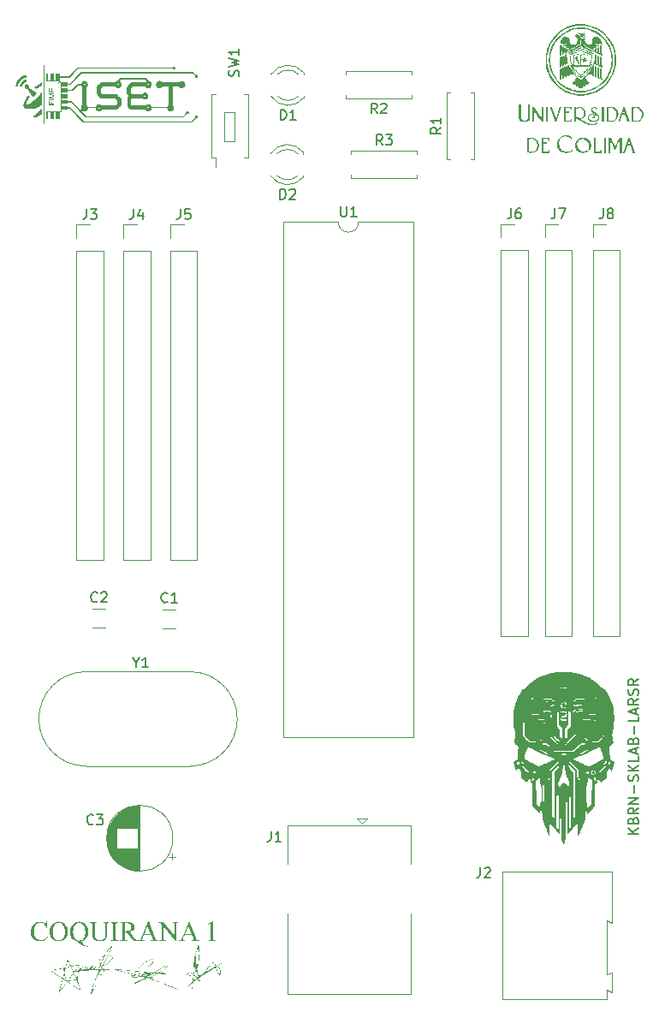
<source format=gbr>
<<<<<<< HEAD
%TF.GenerationSoftware,KiCad,Pcbnew,8.0.8*%
%TF.CreationDate,2025-04-09T17:27:57-06:00*%
%TF.ProjectId,Coquirana1,436f7175-6972-4616-9e61-312e6b696361,rev?*%
%TF.SameCoordinates,Original*%
%TF.FileFunction,Legend,Top*%
%TF.FilePolarity,Positive*%
%FSLAX46Y46*%
G04 Gerber Fmt 4.6, Leading zero omitted, Abs format (unit mm)*
G04 Created by KiCad (PCBNEW 8.0.8) date 2025-04-09 17:27:57*
%MOMM*%
%LPD*%
G01*
G04 APERTURE LIST*
%ADD10C,0.250000*%
%ADD11C,0.200000*%
%ADD12C,0.150000*%
%ADD13C,0.120000*%
%ADD14C,0.000000*%
G04 APERTURE END LIST*
D10*
G36*
X119544068Y-132802951D02*
G01*
X119586566Y-133428213D01*
X119544068Y-133428213D01*
X119509469Y-133327732D01*
X119469788Y-133238413D01*
X119417067Y-133148317D01*
X119348344Y-133063954D01*
X119300802Y-133021304D01*
X119217943Y-132966808D01*
X119127145Y-132927882D01*
X119028410Y-132904526D01*
X118921737Y-132896741D01*
X118820144Y-132904198D01*
X118724192Y-132926571D01*
X118633882Y-132963858D01*
X118586147Y-132991018D01*
X118507090Y-133052662D01*
X118438079Y-133132080D01*
X118385170Y-133217596D01*
X118350697Y-133290949D01*
X118317198Y-133385737D01*
X118291926Y-133490155D01*
X118276814Y-133587322D01*
X118267746Y-133691564D01*
X118264724Y-133802882D01*
X118268604Y-133910169D01*
X118280245Y-134011051D01*
X118303051Y-134118502D01*
X118335993Y-134217589D01*
X118345812Y-134241053D01*
X118391455Y-134328248D01*
X118454992Y-134413496D01*
X118531435Y-134485143D01*
X118589567Y-134525352D01*
X118684935Y-134573051D01*
X118787489Y-134605139D01*
X118884683Y-134620557D01*
X118961304Y-134624026D01*
X119060120Y-134617960D01*
X119161939Y-134596989D01*
X119255361Y-134561040D01*
X119281751Y-134547334D01*
X119371129Y-134484260D01*
X119446478Y-134412437D01*
X119515213Y-134334015D01*
X119576213Y-134255224D01*
X119586566Y-134241053D01*
X119629064Y-134268408D01*
X119574842Y-134355746D01*
X119507416Y-134445963D01*
X119435502Y-134523604D01*
X119359100Y-134588669D01*
X119301779Y-134627445D01*
X119204082Y-134677240D01*
X119111384Y-134709140D01*
X119011954Y-134730148D01*
X118905793Y-134740262D01*
X118858234Y-134741263D01*
X118745836Y-134735920D01*
X118639942Y-134719891D01*
X118540550Y-134693177D01*
X118447662Y-134655778D01*
X118361276Y-134607692D01*
X118281393Y-134548921D01*
X118208014Y-134479465D01*
X118141137Y-134399323D01*
X118086535Y-134317737D01*
X118033229Y-134214010D01*
X117993250Y-134103929D01*
X117970114Y-134007341D01*
X117956232Y-133906341D01*
X117951605Y-133800928D01*
X117956001Y-133698460D01*
X117969190Y-133599153D01*
X117991172Y-133503005D01*
X118021946Y-133410017D01*
X118061514Y-133320189D01*
X118076657Y-133290949D01*
X118135855Y-133194247D01*
X118204030Y-133107597D01*
X118281180Y-133030997D01*
X118367306Y-132964449D01*
X118420551Y-132930935D01*
X118518448Y-132881066D01*
X118620225Y-132843446D01*
X118725882Y-132818074D01*
X118835420Y-132804951D01*
X118899755Y-132802951D01*
X119000292Y-132808935D01*
X119100157Y-132826887D01*
X119199350Y-132856807D01*
X119297871Y-132898695D01*
X119380425Y-132928004D01*
X119444905Y-132902602D01*
X119492688Y-132814701D01*
X119495708Y-132802951D01*
X119544068Y-132802951D01*
G37*
G36*
X120856160Y-132809642D02*
G01*
X120962344Y-132829713D01*
X121063805Y-132863165D01*
X121160543Y-132909998D01*
X121252559Y-132970212D01*
X121339852Y-133043807D01*
X121373447Y-133076992D01*
X121450142Y-133165957D01*
X121513839Y-133261576D01*
X121564536Y-133363851D01*
X121602234Y-133472780D01*
X121626932Y-133588363D01*
X121637332Y-133685622D01*
X121639672Y-133761360D01*
X121635481Y-133864637D01*
X121622910Y-133963441D01*
X121595412Y-134080656D01*
X121554818Y-134190882D01*
X121501130Y-134294120D01*
X121434347Y-134390370D01*
X121371493Y-134462337D01*
X121285085Y-134542692D01*
X121193167Y-134609427D01*
X121095739Y-134662542D01*
X120992802Y-134702039D01*
X120884355Y-134727916D01*
X120770398Y-134740173D01*
X120723272Y-134741263D01*
X120605988Y-134734620D01*
X120494714Y-134714692D01*
X120389452Y-134681478D01*
X120290199Y-134634979D01*
X120196958Y-134575194D01*
X120109727Y-134502124D01*
X120076517Y-134469176D01*
X120001229Y-134380249D01*
X119938701Y-134283523D01*
X119888934Y-134178997D01*
X119851928Y-134066671D01*
X119827683Y-133946546D01*
X119817474Y-133844831D01*
X119815177Y-133765268D01*
X119815305Y-133762337D01*
X120129762Y-133762337D01*
X120132808Y-133872636D01*
X120141944Y-133976386D01*
X120157171Y-134073587D01*
X120184770Y-134185879D01*
X120221886Y-134287938D01*
X120268518Y-134379766D01*
X120324668Y-134461360D01*
X120394859Y-134533879D01*
X120486298Y-134594947D01*
X120589704Y-134632751D01*
X120690002Y-134646746D01*
X120720341Y-134647473D01*
X120830734Y-134637726D01*
X120932384Y-134608484D01*
X121025292Y-134559748D01*
X121109458Y-134491517D01*
X121153628Y-134443775D01*
X121211731Y-134358944D01*
X121257813Y-134257593D01*
X121287032Y-134160514D01*
X121307902Y-134051962D01*
X121320424Y-133931937D01*
X121324431Y-133827656D01*
X121324598Y-133800439D01*
X121321660Y-133685271D01*
X121312844Y-133577659D01*
X121298151Y-133477604D01*
X121271521Y-133363160D01*
X121235707Y-133260523D01*
X121190711Y-133169693D01*
X121136531Y-133090669D01*
X121064954Y-133018151D01*
X120982298Y-132963444D01*
X120888561Y-132926548D01*
X120783745Y-132907464D01*
X120718876Y-132904556D01*
X120614200Y-132913392D01*
X120519015Y-132939899D01*
X120421852Y-132991831D01*
X120347002Y-133056205D01*
X120317829Y-133089204D01*
X120253916Y-133182970D01*
X120210756Y-133272548D01*
X120176779Y-133372526D01*
X120151985Y-133482902D01*
X120136374Y-133603679D01*
X120130497Y-133707787D01*
X120129762Y-133762337D01*
X119815305Y-133762337D01*
X119819894Y-133657412D01*
X119834045Y-133554639D01*
X119857630Y-133456950D01*
X119890648Y-133364344D01*
X119945188Y-133255734D01*
X120014468Y-133155067D01*
X120080505Y-133080253D01*
X120117062Y-133044752D01*
X120201564Y-132975092D01*
X120291123Y-132917240D01*
X120385738Y-132871194D01*
X120485410Y-132836955D01*
X120590139Y-132814522D01*
X120699924Y-132803896D01*
X120745254Y-132802951D01*
X120856160Y-132809642D01*
G37*
G36*
X122873021Y-132809761D02*
G01*
X122980013Y-132830190D01*
X123082211Y-132864239D01*
X123179615Y-132911907D01*
X123272225Y-132973194D01*
X123360040Y-133048101D01*
X123393824Y-133081877D01*
X123470801Y-133172442D01*
X123534731Y-133270115D01*
X123585614Y-133374897D01*
X123623450Y-133486786D01*
X123648239Y-133605782D01*
X123658677Y-133706097D01*
X123661025Y-133784319D01*
X123656374Y-133889875D01*
X123642421Y-133991305D01*
X123619165Y-134088609D01*
X123586608Y-134181786D01*
X123544748Y-134270837D01*
X123493585Y-134355762D01*
X123470516Y-134388576D01*
X123408332Y-134465708D01*
X123326312Y-134547499D01*
X123236221Y-134617543D01*
X123138058Y-134675841D01*
X123031824Y-134722392D01*
X122975680Y-134741263D01*
X123029043Y-134827089D01*
X123093297Y-134915890D01*
X123159702Y-134992489D01*
X123238226Y-135065090D01*
X123278541Y-135095415D01*
X123362683Y-135146248D01*
X123452442Y-135184930D01*
X123547819Y-135211461D01*
X123648813Y-135225840D01*
X123648813Y-135272735D01*
X123540115Y-135263904D01*
X123439990Y-135247684D01*
X123336569Y-135223588D01*
X123243370Y-135196043D01*
X123150175Y-135163124D01*
X123059083Y-135125064D01*
X122970095Y-135081860D01*
X122883211Y-135033514D01*
X122834508Y-135003579D01*
X122752639Y-134948952D01*
X122665314Y-134884633D01*
X122584646Y-134818298D01*
X122510632Y-134749948D01*
X122501849Y-134741263D01*
X122408060Y-134700596D01*
X122314808Y-134653387D01*
X122226423Y-134599119D01*
X122188241Y-134571270D01*
X122109137Y-134500286D01*
X122039375Y-134421671D01*
X121978955Y-134335423D01*
X121927878Y-134241542D01*
X121887486Y-134139173D01*
X121861611Y-134042338D01*
X121844570Y-133938724D01*
X121836366Y-133828332D01*
X121835594Y-133781388D01*
X122150139Y-133781388D01*
X122153184Y-133891710D01*
X122162321Y-133995528D01*
X122177548Y-134092844D01*
X122205147Y-134205343D01*
X122242263Y-134307682D01*
X122288895Y-134399860D01*
X122345045Y-134481877D01*
X122415757Y-134555537D01*
X122508020Y-134617567D01*
X122612495Y-134655967D01*
X122713928Y-134670182D01*
X122744626Y-134670921D01*
X122852888Y-134661875D01*
X122951567Y-134634736D01*
X123040661Y-134589506D01*
X123120172Y-134526184D01*
X123161304Y-134481877D01*
X123224222Y-134390343D01*
X123274122Y-134283903D01*
X123305761Y-134183815D01*
X123328361Y-134073377D01*
X123341921Y-133952586D01*
X123346260Y-133848501D01*
X123346441Y-133821444D01*
X123343960Y-133719160D01*
X123334434Y-133603252D01*
X123317765Y-133494796D01*
X123293951Y-133393794D01*
X123262993Y-133300246D01*
X123244836Y-133256266D01*
X123196776Y-133164178D01*
X123133769Y-133079170D01*
X123060649Y-133012385D01*
X123036741Y-132995903D01*
X122943599Y-132948346D01*
X122842838Y-132920529D01*
X122744626Y-132912372D01*
X122640047Y-132920974D01*
X122544725Y-132946780D01*
X122447119Y-132997338D01*
X122371632Y-133060009D01*
X122342114Y-133092135D01*
X122276872Y-133184980D01*
X122232816Y-133275180D01*
X122198133Y-133377044D01*
X122172824Y-133490572D01*
X122159325Y-133589792D01*
X122151826Y-133696476D01*
X122150139Y-133781388D01*
X121835594Y-133781388D01*
X121835554Y-133778946D01*
X121839783Y-133676142D01*
X121852468Y-133577781D01*
X121880217Y-133461077D01*
X121921180Y-133351313D01*
X121975358Y-133248490D01*
X122042749Y-133152608D01*
X122106175Y-133080900D01*
X122193523Y-133000827D01*
X122286428Y-132934325D01*
X122384891Y-132881396D01*
X122488912Y-132842038D01*
X122598489Y-132816252D01*
X122713624Y-132804037D01*
X122761235Y-132802951D01*
X122873021Y-132809761D01*
G37*
G36*
X125099127Y-132888925D02*
G01*
X125099127Y-132834214D01*
X125758583Y-132834214D01*
X125758583Y-132888925D01*
X125688241Y-132888925D01*
X125591032Y-132911884D01*
X125519225Y-132980760D01*
X125494457Y-133077770D01*
X125490404Y-133178108D01*
X125490404Y-133932330D01*
X125488446Y-134032880D01*
X125481214Y-134139032D01*
X125466422Y-134245636D01*
X125441460Y-134346808D01*
X125434717Y-134366594D01*
X125389675Y-134458519D01*
X125323548Y-134541953D01*
X125246006Y-134609783D01*
X125216364Y-134630865D01*
X125127673Y-134679164D01*
X125024267Y-134713663D01*
X124921715Y-134732530D01*
X124807896Y-134740831D01*
X124773307Y-134741263D01*
X124664154Y-134737553D01*
X124565304Y-134726425D01*
X124463002Y-134704065D01*
X124363260Y-134666146D01*
X124310223Y-134635750D01*
X124228735Y-134570641D01*
X124161777Y-134494018D01*
X124109346Y-134405880D01*
X124086496Y-134351939D01*
X124063312Y-134254719D01*
X124050948Y-134146856D01*
X124045280Y-134048407D01*
X124042704Y-133934914D01*
X124042533Y-133893740D01*
X124042533Y-133167362D01*
X124036934Y-133063453D01*
X124011252Y-132966781D01*
X123995150Y-132942658D01*
X123907714Y-132895274D01*
X123841765Y-132888925D01*
X123771912Y-132888925D01*
X123771912Y-132834214D01*
X124576936Y-132834214D01*
X124576936Y-132888925D01*
X124505617Y-132888925D01*
X124406699Y-132907121D01*
X124340509Y-132961709D01*
X124311958Y-133058011D01*
X124306348Y-133157696D01*
X124306315Y-133167362D01*
X124306315Y-133977759D01*
X124310148Y-134078725D01*
X124320573Y-134183363D01*
X124326343Y-134226399D01*
X124345829Y-134322523D01*
X124382744Y-134418336D01*
X124398150Y-134444263D01*
X124466644Y-134519585D01*
X124548604Y-134573224D01*
X124643359Y-134607952D01*
X124746415Y-134622786D01*
X124789916Y-134624026D01*
X124889628Y-134617728D01*
X124993260Y-134595956D01*
X125089354Y-134558632D01*
X125116713Y-134544403D01*
X125198114Y-134490297D01*
X125266939Y-134420753D01*
X125314061Y-134340704D01*
X125341882Y-134246366D01*
X125356719Y-134146714D01*
X125364293Y-134041888D01*
X125366766Y-133938940D01*
X125366817Y-133920607D01*
X125366817Y-133167362D01*
X125362315Y-133062938D01*
X125339692Y-132966279D01*
X125328715Y-132949497D01*
X125241132Y-132897443D01*
X125168981Y-132888925D01*
X125099127Y-132888925D01*
G37*
G36*
X126645673Y-134655289D02*
G01*
X126645673Y-134710000D01*
X125846999Y-134710000D01*
X125846999Y-134655289D01*
X125912944Y-134655289D01*
X126012840Y-134638436D01*
X126080983Y-134587878D01*
X126108311Y-134491758D01*
X126113680Y-134385798D01*
X126113712Y-134375387D01*
X126113712Y-133168827D01*
X126110810Y-133069293D01*
X126096127Y-132981249D01*
X126039462Y-132922142D01*
X125945581Y-132891001D01*
X125912944Y-132888925D01*
X125846999Y-132888925D01*
X125846999Y-132834214D01*
X126645673Y-132834214D01*
X126645673Y-132888925D01*
X126578262Y-132888925D01*
X126479466Y-132905778D01*
X126411688Y-132956336D01*
X126383138Y-133052456D01*
X126377528Y-133158416D01*
X126377494Y-133168827D01*
X126377494Y-134375387D01*
X126380477Y-134474921D01*
X126395568Y-134562965D01*
X126453210Y-134622072D01*
X126549738Y-134653700D01*
X126578262Y-134655289D01*
X126645673Y-134655289D01*
G37*
G36*
X127541756Y-132835743D02*
G01*
X127651240Y-132841390D01*
X127758104Y-132852938D01*
X127855043Y-132872425D01*
X127873237Y-132877690D01*
X127965214Y-132915844D01*
X128047032Y-132971198D01*
X128112595Y-133036448D01*
X128168496Y-133121351D01*
X128201193Y-133216874D01*
X128210781Y-133312930D01*
X128199857Y-133415656D01*
X128167085Y-133509508D01*
X128112464Y-133594487D01*
X128098918Y-133610418D01*
X128016982Y-133681983D01*
X127922683Y-133734074D01*
X127822513Y-133770581D01*
X127752093Y-133788715D01*
X128136531Y-134329958D01*
X128200157Y-134415229D01*
X128266188Y-134492548D01*
X128338917Y-134560286D01*
X128363189Y-134577620D01*
X128457235Y-134622540D01*
X128555558Y-134647498D01*
X128610851Y-134655289D01*
X128610851Y-134710000D01*
X128113084Y-134710000D01*
X127482449Y-133824375D01*
X127383002Y-133826758D01*
X127368632Y-133826817D01*
X127330041Y-133826329D01*
X127287543Y-133824375D01*
X127287543Y-134372456D01*
X127291312Y-134470725D01*
X127311097Y-134568757D01*
X127326133Y-134594228D01*
X127411695Y-134646702D01*
X127482449Y-134655289D01*
X127555722Y-134655289D01*
X127555722Y-134710000D01*
X126757048Y-134710000D01*
X126757048Y-134655289D01*
X126827390Y-134655289D01*
X126928750Y-134635994D01*
X126996406Y-134578108D01*
X127021173Y-134478999D01*
X127025226Y-134375387D01*
X127025226Y-133168827D01*
X127020666Y-133063349D01*
X126997965Y-132967083D01*
X127287543Y-132967083D01*
X127287543Y-133739378D01*
X127332972Y-133740355D01*
X127364724Y-133740844D01*
X127474933Y-133735304D01*
X127572613Y-133718685D01*
X127668905Y-133686124D01*
X127757674Y-133632195D01*
X127766259Y-133625073D01*
X127837614Y-133546514D01*
X127882542Y-133455553D01*
X127901041Y-133352189D01*
X127901570Y-133330027D01*
X127890884Y-133227121D01*
X127854446Y-133128690D01*
X127792149Y-133045729D01*
X127708888Y-132983153D01*
X127608888Y-132946553D01*
X127503454Y-132935819D01*
X127402862Y-132944643D01*
X127304358Y-132963297D01*
X127287543Y-132967083D01*
X126997965Y-132967083D01*
X126997753Y-132966186D01*
X126986636Y-132949497D01*
X126899243Y-132897443D01*
X126827390Y-132888925D01*
X126757048Y-132888925D01*
X126757048Y-132834214D01*
X127436043Y-132834214D01*
X127541756Y-132835743D01*
G37*
G36*
X130255582Y-134350474D02*
G01*
X130298425Y-134445082D01*
X130347746Y-134532588D01*
X130397732Y-134592763D01*
X130485487Y-134639955D01*
X130575540Y-134655289D01*
X130575540Y-134710000D01*
X129840369Y-134710000D01*
X129840369Y-134655289D01*
X129938301Y-134642411D01*
X129990823Y-134619141D01*
X130029902Y-134543426D01*
X130008531Y-134442218D01*
X129975191Y-134355847D01*
X129862351Y-134092554D01*
X129141346Y-134092554D01*
X129014829Y-134381249D01*
X128979658Y-134474305D01*
X128967934Y-134540495D01*
X129008478Y-134614256D01*
X129102295Y-134646253D01*
X129183845Y-134655289D01*
X129183845Y-134710000D01*
X128597173Y-134710000D01*
X128597173Y-134655289D01*
X128693283Y-134631598D01*
X128748115Y-134601556D01*
X128812470Y-134518194D01*
X128861871Y-134426708D01*
X128903454Y-134334354D01*
X129050455Y-133990949D01*
X129183845Y-133990949D01*
X129824249Y-133990949D01*
X129508199Y-133230376D01*
X129183845Y-133990949D01*
X129050455Y-133990949D01*
X129559002Y-132802951D01*
X129606873Y-132802951D01*
X130255582Y-134350474D01*
G37*
G36*
X130558443Y-132834214D02*
G01*
X131064026Y-132834214D01*
X132203175Y-134241053D01*
X132203175Y-133161988D01*
X132198615Y-133058793D01*
X132175702Y-132963508D01*
X132164584Y-132947055D01*
X132077993Y-132897099D01*
X132003872Y-132888925D01*
X131939392Y-132888925D01*
X131939392Y-132834214D01*
X132587613Y-132834214D01*
X132587613Y-132888925D01*
X132521667Y-132888925D01*
X132420673Y-132906877D01*
X132354117Y-132960732D01*
X132328090Y-133060376D01*
X132323831Y-133162477D01*
X132323831Y-134741263D01*
X132274494Y-134741263D01*
X131046441Y-133229888D01*
X131046441Y-134382226D01*
X131050770Y-134485421D01*
X131072523Y-134580706D01*
X131083077Y-134597159D01*
X131170546Y-134647115D01*
X131244277Y-134655289D01*
X131310223Y-134655289D01*
X131310223Y-134710000D01*
X130661514Y-134710000D01*
X130661514Y-134655289D01*
X130725994Y-134655289D01*
X130822737Y-134639511D01*
X130895010Y-134583482D01*
X130921037Y-134484449D01*
X130925296Y-134382714D01*
X130925296Y-133083342D01*
X130857862Y-133008316D01*
X130802198Y-132957801D01*
X130713171Y-132912864D01*
X130679588Y-132901137D01*
X130578074Y-132889116D01*
X130558443Y-132888925D01*
X130558443Y-132834214D01*
G37*
G36*
X134296336Y-134350474D02*
G01*
X134339179Y-134445082D01*
X134388499Y-134532588D01*
X134438485Y-134592763D01*
X134526241Y-134639955D01*
X134616294Y-134655289D01*
X134616294Y-134710000D01*
X133881123Y-134710000D01*
X133881123Y-134655289D01*
X133979055Y-134642411D01*
X134031577Y-134619141D01*
X134070655Y-134543426D01*
X134049284Y-134442218D01*
X134015945Y-134355847D01*
X133903105Y-134092554D01*
X133182100Y-134092554D01*
X133055582Y-134381249D01*
X133020411Y-134474305D01*
X133008688Y-134540495D01*
X133049232Y-134614256D01*
X133143048Y-134646253D01*
X133224598Y-134655289D01*
X133224598Y-134710000D01*
X132637927Y-134710000D01*
X132637927Y-134655289D01*
X132734036Y-134631598D01*
X132788869Y-134601556D01*
X132853223Y-134518194D01*
X132902625Y-134426708D01*
X132944207Y-134334354D01*
X133091208Y-133990949D01*
X133224598Y-133990949D01*
X133865003Y-133990949D01*
X133548953Y-133230376D01*
X133224598Y-133990949D01*
X133091208Y-133990949D01*
X133599755Y-132802951D01*
X133647627Y-132802951D01*
X134296336Y-134350474D01*
G37*
G36*
X135511200Y-133024235D02*
G01*
X135964515Y-132802951D01*
X136009944Y-132802951D01*
X136009944Y-134377341D01*
X136011730Y-134478320D01*
X136022644Y-134572735D01*
X136076866Y-134631842D01*
X136174132Y-134651740D01*
X136244905Y-134655289D01*
X136244905Y-134710000D01*
X135544417Y-134710000D01*
X135544417Y-134655289D01*
X135647457Y-134648892D01*
X135714410Y-134632819D01*
X135768143Y-134579085D01*
X135781497Y-134476994D01*
X135783286Y-134377341D01*
X135783286Y-133371060D01*
X135782204Y-133268033D01*
X135777396Y-133166607D01*
X135769609Y-133109720D01*
X135734438Y-133045240D01*
X135673377Y-133024235D01*
X135574642Y-133048415D01*
X135531716Y-133067222D01*
X135511200Y-133024235D01*
G37*
D11*
X178067219Y-124130326D02*
X177067219Y-124130326D01*
X178067219Y-123558898D02*
X177495790Y-123987469D01*
X177067219Y-123558898D02*
X177638647Y-124130326D01*
X177543409Y-122796993D02*
X177591028Y-122654136D01*
X177591028Y-122654136D02*
X177638647Y-122606517D01*
X177638647Y-122606517D02*
X177733885Y-122558898D01*
X177733885Y-122558898D02*
X177876742Y-122558898D01*
X177876742Y-122558898D02*
X177971980Y-122606517D01*
X177971980Y-122606517D02*
X178019600Y-122654136D01*
X178019600Y-122654136D02*
X178067219Y-122749374D01*
X178067219Y-122749374D02*
X178067219Y-123130326D01*
X178067219Y-123130326D02*
X177067219Y-123130326D01*
X177067219Y-123130326D02*
X177067219Y-122796993D01*
X177067219Y-122796993D02*
X177114838Y-122701755D01*
X177114838Y-122701755D02*
X177162457Y-122654136D01*
X177162457Y-122654136D02*
X177257695Y-122606517D01*
X177257695Y-122606517D02*
X177352933Y-122606517D01*
X177352933Y-122606517D02*
X177448171Y-122654136D01*
X177448171Y-122654136D02*
X177495790Y-122701755D01*
X177495790Y-122701755D02*
X177543409Y-122796993D01*
X177543409Y-122796993D02*
X177543409Y-123130326D01*
X178067219Y-121558898D02*
X177591028Y-121892231D01*
X178067219Y-122130326D02*
X177067219Y-122130326D01*
X177067219Y-122130326D02*
X177067219Y-121749374D01*
X177067219Y-121749374D02*
X177114838Y-121654136D01*
X177114838Y-121654136D02*
X177162457Y-121606517D01*
X177162457Y-121606517D02*
X177257695Y-121558898D01*
X177257695Y-121558898D02*
X177400552Y-121558898D01*
X177400552Y-121558898D02*
X177495790Y-121606517D01*
X177495790Y-121606517D02*
X177543409Y-121654136D01*
X177543409Y-121654136D02*
X177591028Y-121749374D01*
X177591028Y-121749374D02*
X177591028Y-122130326D01*
X178067219Y-121130326D02*
X177067219Y-121130326D01*
X177067219Y-121130326D02*
X178067219Y-120558898D01*
X178067219Y-120558898D02*
X177067219Y-120558898D01*
X177686266Y-120082707D02*
X177686266Y-119320803D01*
X178019600Y-118892231D02*
X178067219Y-118749374D01*
X178067219Y-118749374D02*
X178067219Y-118511279D01*
X178067219Y-118511279D02*
X178019600Y-118416041D01*
X178019600Y-118416041D02*
X177971980Y-118368422D01*
X177971980Y-118368422D02*
X177876742Y-118320803D01*
X177876742Y-118320803D02*
X177781504Y-118320803D01*
X177781504Y-118320803D02*
X177686266Y-118368422D01*
X177686266Y-118368422D02*
X177638647Y-118416041D01*
X177638647Y-118416041D02*
X177591028Y-118511279D01*
X177591028Y-118511279D02*
X177543409Y-118701755D01*
X177543409Y-118701755D02*
X177495790Y-118796993D01*
X177495790Y-118796993D02*
X177448171Y-118844612D01*
X177448171Y-118844612D02*
X177352933Y-118892231D01*
X177352933Y-118892231D02*
X177257695Y-118892231D01*
X177257695Y-118892231D02*
X177162457Y-118844612D01*
X177162457Y-118844612D02*
X177114838Y-118796993D01*
X177114838Y-118796993D02*
X177067219Y-118701755D01*
X177067219Y-118701755D02*
X177067219Y-118463660D01*
X177067219Y-118463660D02*
X177114838Y-118320803D01*
X178067219Y-117892231D02*
X177067219Y-117892231D01*
X178067219Y-117320803D02*
X177495790Y-117749374D01*
X177067219Y-117320803D02*
X177638647Y-117892231D01*
X178067219Y-116416041D02*
X178067219Y-116892231D01*
X178067219Y-116892231D02*
X177067219Y-116892231D01*
X177781504Y-116130326D02*
X177781504Y-115654136D01*
X178067219Y-116225564D02*
X177067219Y-115892231D01*
X177067219Y-115892231D02*
X178067219Y-115558898D01*
X177543409Y-114892231D02*
X177591028Y-114749374D01*
X177591028Y-114749374D02*
X177638647Y-114701755D01*
X177638647Y-114701755D02*
X177733885Y-114654136D01*
X177733885Y-114654136D02*
X177876742Y-114654136D01*
X177876742Y-114654136D02*
X177971980Y-114701755D01*
X177971980Y-114701755D02*
X178019600Y-114749374D01*
X178019600Y-114749374D02*
X178067219Y-114844612D01*
X178067219Y-114844612D02*
X178067219Y-115225564D01*
X178067219Y-115225564D02*
X177067219Y-115225564D01*
X177067219Y-115225564D02*
X177067219Y-114892231D01*
X177067219Y-114892231D02*
X177114838Y-114796993D01*
X177114838Y-114796993D02*
X177162457Y-114749374D01*
X177162457Y-114749374D02*
X177257695Y-114701755D01*
X177257695Y-114701755D02*
X177352933Y-114701755D01*
X177352933Y-114701755D02*
X177448171Y-114749374D01*
X177448171Y-114749374D02*
X177495790Y-114796993D01*
X177495790Y-114796993D02*
X177543409Y-114892231D01*
X177543409Y-114892231D02*
X177543409Y-115225564D01*
X177686266Y-114225564D02*
X177686266Y-113463660D01*
X178067219Y-112511279D02*
X178067219Y-112987469D01*
X178067219Y-112987469D02*
X177067219Y-112987469D01*
X177781504Y-112225564D02*
X177781504Y-111749374D01*
X178067219Y-112320802D02*
X177067219Y-111987469D01*
X177067219Y-111987469D02*
X178067219Y-111654136D01*
X178067219Y-110749374D02*
X177591028Y-111082707D01*
X178067219Y-111320802D02*
X177067219Y-111320802D01*
X177067219Y-111320802D02*
X177067219Y-110939850D01*
X177067219Y-110939850D02*
X177114838Y-110844612D01*
X177114838Y-110844612D02*
X177162457Y-110796993D01*
X177162457Y-110796993D02*
X177257695Y-110749374D01*
X177257695Y-110749374D02*
X177400552Y-110749374D01*
X177400552Y-110749374D02*
X177495790Y-110796993D01*
X177495790Y-110796993D02*
X177543409Y-110844612D01*
X177543409Y-110844612D02*
X177591028Y-110939850D01*
X177591028Y-110939850D02*
X177591028Y-111320802D01*
X178019600Y-110368421D02*
X178067219Y-110225564D01*
X178067219Y-110225564D02*
X178067219Y-109987469D01*
X178067219Y-109987469D02*
X178019600Y-109892231D01*
X178019600Y-109892231D02*
X177971980Y-109844612D01*
X177971980Y-109844612D02*
X177876742Y-109796993D01*
X177876742Y-109796993D02*
X177781504Y-109796993D01*
X177781504Y-109796993D02*
X177686266Y-109844612D01*
X177686266Y-109844612D02*
X177638647Y-109892231D01*
X177638647Y-109892231D02*
X177591028Y-109987469D01*
X177591028Y-109987469D02*
X177543409Y-110177945D01*
X177543409Y-110177945D02*
X177495790Y-110273183D01*
X177495790Y-110273183D02*
X177448171Y-110320802D01*
X177448171Y-110320802D02*
X177352933Y-110368421D01*
X177352933Y-110368421D02*
X177257695Y-110368421D01*
X177257695Y-110368421D02*
X177162457Y-110320802D01*
X177162457Y-110320802D02*
X177114838Y-110273183D01*
X177114838Y-110273183D02*
X177067219Y-110177945D01*
X177067219Y-110177945D02*
X177067219Y-109939850D01*
X177067219Y-109939850D02*
X177114838Y-109796993D01*
X178067219Y-108796993D02*
X177591028Y-109130326D01*
X178067219Y-109368421D02*
X177067219Y-109368421D01*
X177067219Y-109368421D02*
X177067219Y-108987469D01*
X177067219Y-108987469D02*
X177114838Y-108892231D01*
X177114838Y-108892231D02*
X177162457Y-108844612D01*
X177162457Y-108844612D02*
X177257695Y-108796993D01*
X177257695Y-108796993D02*
X177400552Y-108796993D01*
X177400552Y-108796993D02*
X177495790Y-108844612D01*
X177495790Y-108844612D02*
X177543409Y-108892231D01*
X177543409Y-108892231D02*
X177591028Y-108987469D01*
X177591028Y-108987469D02*
X177591028Y-109368421D01*
D12*
X158534819Y-54266666D02*
X158058628Y-54599999D01*
X158534819Y-54838094D02*
X157534819Y-54838094D01*
X157534819Y-54838094D02*
X157534819Y-54457142D01*
X157534819Y-54457142D02*
X157582438Y-54361904D01*
X157582438Y-54361904D02*
X157630057Y-54314285D01*
X157630057Y-54314285D02*
X157725295Y-54266666D01*
X157725295Y-54266666D02*
X157868152Y-54266666D01*
X157868152Y-54266666D02*
X157963390Y-54314285D01*
X157963390Y-54314285D02*
X158011009Y-54361904D01*
X158011009Y-54361904D02*
X158058628Y-54457142D01*
X158058628Y-54457142D02*
X158058628Y-54838094D01*
X158534819Y-53314285D02*
X158534819Y-53885713D01*
X158534819Y-53599999D02*
X157534819Y-53599999D01*
X157534819Y-53599999D02*
X157677676Y-53695237D01*
X157677676Y-53695237D02*
X157772914Y-53790475D01*
X157772914Y-53790475D02*
X157820533Y-53885713D01*
X123466666Y-62334819D02*
X123466666Y-63049104D01*
X123466666Y-63049104D02*
X123419047Y-63191961D01*
X123419047Y-63191961D02*
X123323809Y-63287200D01*
X123323809Y-63287200D02*
X123180952Y-63334819D01*
X123180952Y-63334819D02*
X123085714Y-63334819D01*
X123847619Y-62334819D02*
X124466666Y-62334819D01*
X124466666Y-62334819D02*
X124133333Y-62715771D01*
X124133333Y-62715771D02*
X124276190Y-62715771D01*
X124276190Y-62715771D02*
X124371428Y-62763390D01*
X124371428Y-62763390D02*
X124419047Y-62811009D01*
X124419047Y-62811009D02*
X124466666Y-62906247D01*
X124466666Y-62906247D02*
X124466666Y-63144342D01*
X124466666Y-63144342D02*
X124419047Y-63239580D01*
X124419047Y-63239580D02*
X124371428Y-63287200D01*
X124371428Y-63287200D02*
X124276190Y-63334819D01*
X124276190Y-63334819D02*
X123990476Y-63334819D01*
X123990476Y-63334819D02*
X123895238Y-63287200D01*
X123895238Y-63287200D02*
X123847619Y-63239580D01*
X131483333Y-101159580D02*
X131435714Y-101207200D01*
X131435714Y-101207200D02*
X131292857Y-101254819D01*
X131292857Y-101254819D02*
X131197619Y-101254819D01*
X131197619Y-101254819D02*
X131054762Y-101207200D01*
X131054762Y-101207200D02*
X130959524Y-101111961D01*
X130959524Y-101111961D02*
X130911905Y-101016723D01*
X130911905Y-101016723D02*
X130864286Y-100826247D01*
X130864286Y-100826247D02*
X130864286Y-100683390D01*
X130864286Y-100683390D02*
X130911905Y-100492914D01*
X130911905Y-100492914D02*
X130959524Y-100397676D01*
X130959524Y-100397676D02*
X131054762Y-100302438D01*
X131054762Y-100302438D02*
X131197619Y-100254819D01*
X131197619Y-100254819D02*
X131292857Y-100254819D01*
X131292857Y-100254819D02*
X131435714Y-100302438D01*
X131435714Y-100302438D02*
X131483333Y-100350057D01*
X132435714Y-101254819D02*
X131864286Y-101254819D01*
X132150000Y-101254819D02*
X132150000Y-100254819D01*
X132150000Y-100254819D02*
X132054762Y-100397676D01*
X132054762Y-100397676D02*
X131959524Y-100492914D01*
X131959524Y-100492914D02*
X131864286Y-100540533D01*
X138507200Y-49183332D02*
X138554819Y-49040475D01*
X138554819Y-49040475D02*
X138554819Y-48802380D01*
X138554819Y-48802380D02*
X138507200Y-48707142D01*
X138507200Y-48707142D02*
X138459580Y-48659523D01*
X138459580Y-48659523D02*
X138364342Y-48611904D01*
X138364342Y-48611904D02*
X138269104Y-48611904D01*
X138269104Y-48611904D02*
X138173866Y-48659523D01*
X138173866Y-48659523D02*
X138126247Y-48707142D01*
X138126247Y-48707142D02*
X138078628Y-48802380D01*
X138078628Y-48802380D02*
X138031009Y-48992856D01*
X138031009Y-48992856D02*
X137983390Y-49088094D01*
X137983390Y-49088094D02*
X137935771Y-49135713D01*
X137935771Y-49135713D02*
X137840533Y-49183332D01*
X137840533Y-49183332D02*
X137745295Y-49183332D01*
X137745295Y-49183332D02*
X137650057Y-49135713D01*
X137650057Y-49135713D02*
X137602438Y-49088094D01*
X137602438Y-49088094D02*
X137554819Y-48992856D01*
X137554819Y-48992856D02*
X137554819Y-48754761D01*
X137554819Y-48754761D02*
X137602438Y-48611904D01*
X137554819Y-48278570D02*
X138554819Y-48040475D01*
X138554819Y-48040475D02*
X137840533Y-47849999D01*
X137840533Y-47849999D02*
X138554819Y-47659523D01*
X138554819Y-47659523D02*
X137554819Y-47421428D01*
X138554819Y-46516666D02*
X138554819Y-47088094D01*
X138554819Y-46802380D02*
X137554819Y-46802380D01*
X137554819Y-46802380D02*
X137697676Y-46897618D01*
X137697676Y-46897618D02*
X137792914Y-46992856D01*
X137792914Y-46992856D02*
X137840533Y-47088094D01*
X124133333Y-123109580D02*
X124085714Y-123157200D01*
X124085714Y-123157200D02*
X123942857Y-123204819D01*
X123942857Y-123204819D02*
X123847619Y-123204819D01*
X123847619Y-123204819D02*
X123704762Y-123157200D01*
X123704762Y-123157200D02*
X123609524Y-123061961D01*
X123609524Y-123061961D02*
X123561905Y-122966723D01*
X123561905Y-122966723D02*
X123514286Y-122776247D01*
X123514286Y-122776247D02*
X123514286Y-122633390D01*
X123514286Y-122633390D02*
X123561905Y-122442914D01*
X123561905Y-122442914D02*
X123609524Y-122347676D01*
X123609524Y-122347676D02*
X123704762Y-122252438D01*
X123704762Y-122252438D02*
X123847619Y-122204819D01*
X123847619Y-122204819D02*
X123942857Y-122204819D01*
X123942857Y-122204819D02*
X124085714Y-122252438D01*
X124085714Y-122252438D02*
X124133333Y-122300057D01*
X124466667Y-122204819D02*
X125085714Y-122204819D01*
X125085714Y-122204819D02*
X124752381Y-122585771D01*
X124752381Y-122585771D02*
X124895238Y-122585771D01*
X124895238Y-122585771D02*
X124990476Y-122633390D01*
X124990476Y-122633390D02*
X125038095Y-122681009D01*
X125038095Y-122681009D02*
X125085714Y-122776247D01*
X125085714Y-122776247D02*
X125085714Y-123014342D01*
X125085714Y-123014342D02*
X125038095Y-123109580D01*
X125038095Y-123109580D02*
X124990476Y-123157200D01*
X124990476Y-123157200D02*
X124895238Y-123204819D01*
X124895238Y-123204819D02*
X124609524Y-123204819D01*
X124609524Y-123204819D02*
X124514286Y-123157200D01*
X124514286Y-123157200D02*
X124466667Y-123109580D01*
X148618095Y-62074819D02*
X148618095Y-62884342D01*
X148618095Y-62884342D02*
X148665714Y-62979580D01*
X148665714Y-62979580D02*
X148713333Y-63027200D01*
X148713333Y-63027200D02*
X148808571Y-63074819D01*
X148808571Y-63074819D02*
X148999047Y-63074819D01*
X148999047Y-63074819D02*
X149094285Y-63027200D01*
X149094285Y-63027200D02*
X149141904Y-62979580D01*
X149141904Y-62979580D02*
X149189523Y-62884342D01*
X149189523Y-62884342D02*
X149189523Y-62074819D01*
X150189523Y-63074819D02*
X149618095Y-63074819D01*
X149903809Y-63074819D02*
X149903809Y-62074819D01*
X149903809Y-62074819D02*
X149808571Y-62217676D01*
X149808571Y-62217676D02*
X149713333Y-62312914D01*
X149713333Y-62312914D02*
X149618095Y-62360533D01*
X142611905Y-61354819D02*
X142611905Y-60354819D01*
X142611905Y-60354819D02*
X142850000Y-60354819D01*
X142850000Y-60354819D02*
X142992857Y-60402438D01*
X142992857Y-60402438D02*
X143088095Y-60497676D01*
X143088095Y-60497676D02*
X143135714Y-60592914D01*
X143135714Y-60592914D02*
X143183333Y-60783390D01*
X143183333Y-60783390D02*
X143183333Y-60926247D01*
X143183333Y-60926247D02*
X143135714Y-61116723D01*
X143135714Y-61116723D02*
X143088095Y-61211961D01*
X143088095Y-61211961D02*
X142992857Y-61307200D01*
X142992857Y-61307200D02*
X142850000Y-61354819D01*
X142850000Y-61354819D02*
X142611905Y-61354819D01*
X143564286Y-60450057D02*
X143611905Y-60402438D01*
X143611905Y-60402438D02*
X143707143Y-60354819D01*
X143707143Y-60354819D02*
X143945238Y-60354819D01*
X143945238Y-60354819D02*
X144040476Y-60402438D01*
X144040476Y-60402438D02*
X144088095Y-60450057D01*
X144088095Y-60450057D02*
X144135714Y-60545295D01*
X144135714Y-60545295D02*
X144135714Y-60640533D01*
X144135714Y-60640533D02*
X144088095Y-60783390D01*
X144088095Y-60783390D02*
X143516667Y-61354819D01*
X143516667Y-61354819D02*
X144135714Y-61354819D01*
X128116666Y-62334819D02*
X128116666Y-63049104D01*
X128116666Y-63049104D02*
X128069047Y-63191961D01*
X128069047Y-63191961D02*
X127973809Y-63287200D01*
X127973809Y-63287200D02*
X127830952Y-63334819D01*
X127830952Y-63334819D02*
X127735714Y-63334819D01*
X129021428Y-62668152D02*
X129021428Y-63334819D01*
X128783333Y-62287200D02*
X128545238Y-63001485D01*
X128545238Y-63001485D02*
X129164285Y-63001485D01*
X162416666Y-127454819D02*
X162416666Y-128169104D01*
X162416666Y-128169104D02*
X162369047Y-128311961D01*
X162369047Y-128311961D02*
X162273809Y-128407200D01*
X162273809Y-128407200D02*
X162130952Y-128454819D01*
X162130952Y-128454819D02*
X162035714Y-128454819D01*
X162845238Y-127550057D02*
X162892857Y-127502438D01*
X162892857Y-127502438D02*
X162988095Y-127454819D01*
X162988095Y-127454819D02*
X163226190Y-127454819D01*
X163226190Y-127454819D02*
X163321428Y-127502438D01*
X163321428Y-127502438D02*
X163369047Y-127550057D01*
X163369047Y-127550057D02*
X163416666Y-127645295D01*
X163416666Y-127645295D02*
X163416666Y-127740533D01*
X163416666Y-127740533D02*
X163369047Y-127883390D01*
X163369047Y-127883390D02*
X162797619Y-128454819D01*
X162797619Y-128454819D02*
X163416666Y-128454819D01*
X165466666Y-62274819D02*
X165466666Y-62989104D01*
X165466666Y-62989104D02*
X165419047Y-63131961D01*
X165419047Y-63131961D02*
X165323809Y-63227200D01*
X165323809Y-63227200D02*
X165180952Y-63274819D01*
X165180952Y-63274819D02*
X165085714Y-63274819D01*
X166371428Y-62274819D02*
X166180952Y-62274819D01*
X166180952Y-62274819D02*
X166085714Y-62322438D01*
X166085714Y-62322438D02*
X166038095Y-62370057D01*
X166038095Y-62370057D02*
X165942857Y-62512914D01*
X165942857Y-62512914D02*
X165895238Y-62703390D01*
X165895238Y-62703390D02*
X165895238Y-63084342D01*
X165895238Y-63084342D02*
X165942857Y-63179580D01*
X165942857Y-63179580D02*
X165990476Y-63227200D01*
X165990476Y-63227200D02*
X166085714Y-63274819D01*
X166085714Y-63274819D02*
X166276190Y-63274819D01*
X166276190Y-63274819D02*
X166371428Y-63227200D01*
X166371428Y-63227200D02*
X166419047Y-63179580D01*
X166419047Y-63179580D02*
X166466666Y-63084342D01*
X166466666Y-63084342D02*
X166466666Y-62846247D01*
X166466666Y-62846247D02*
X166419047Y-62751009D01*
X166419047Y-62751009D02*
X166371428Y-62703390D01*
X166371428Y-62703390D02*
X166276190Y-62655771D01*
X166276190Y-62655771D02*
X166085714Y-62655771D01*
X166085714Y-62655771D02*
X165990476Y-62703390D01*
X165990476Y-62703390D02*
X165942857Y-62751009D01*
X165942857Y-62751009D02*
X165895238Y-62846247D01*
X142671905Y-53504819D02*
X142671905Y-52504819D01*
X142671905Y-52504819D02*
X142910000Y-52504819D01*
X142910000Y-52504819D02*
X143052857Y-52552438D01*
X143052857Y-52552438D02*
X143148095Y-52647676D01*
X143148095Y-52647676D02*
X143195714Y-52742914D01*
X143195714Y-52742914D02*
X143243333Y-52933390D01*
X143243333Y-52933390D02*
X143243333Y-53076247D01*
X143243333Y-53076247D02*
X143195714Y-53266723D01*
X143195714Y-53266723D02*
X143148095Y-53361961D01*
X143148095Y-53361961D02*
X143052857Y-53457200D01*
X143052857Y-53457200D02*
X142910000Y-53504819D01*
X142910000Y-53504819D02*
X142671905Y-53504819D01*
X144195714Y-53504819D02*
X143624286Y-53504819D01*
X143910000Y-53504819D02*
X143910000Y-52504819D01*
X143910000Y-52504819D02*
X143814762Y-52647676D01*
X143814762Y-52647676D02*
X143719524Y-52742914D01*
X143719524Y-52742914D02*
X143624286Y-52790533D01*
X152213333Y-52864819D02*
X151880000Y-52388628D01*
X151641905Y-52864819D02*
X151641905Y-51864819D01*
X151641905Y-51864819D02*
X152022857Y-51864819D01*
X152022857Y-51864819D02*
X152118095Y-51912438D01*
X152118095Y-51912438D02*
X152165714Y-51960057D01*
X152165714Y-51960057D02*
X152213333Y-52055295D01*
X152213333Y-52055295D02*
X152213333Y-52198152D01*
X152213333Y-52198152D02*
X152165714Y-52293390D01*
X152165714Y-52293390D02*
X152118095Y-52341009D01*
X152118095Y-52341009D02*
X152022857Y-52388628D01*
X152022857Y-52388628D02*
X151641905Y-52388628D01*
X152594286Y-51960057D02*
X152641905Y-51912438D01*
X152641905Y-51912438D02*
X152737143Y-51864819D01*
X152737143Y-51864819D02*
X152975238Y-51864819D01*
X152975238Y-51864819D02*
X153070476Y-51912438D01*
X153070476Y-51912438D02*
X153118095Y-51960057D01*
X153118095Y-51960057D02*
X153165714Y-52055295D01*
X153165714Y-52055295D02*
X153165714Y-52150533D01*
X153165714Y-52150533D02*
X153118095Y-52293390D01*
X153118095Y-52293390D02*
X152546667Y-52864819D01*
X152546667Y-52864819D02*
X153165714Y-52864819D01*
X124533333Y-101109580D02*
X124485714Y-101157200D01*
X124485714Y-101157200D02*
X124342857Y-101204819D01*
X124342857Y-101204819D02*
X124247619Y-101204819D01*
X124247619Y-101204819D02*
X124104762Y-101157200D01*
X124104762Y-101157200D02*
X124009524Y-101061961D01*
X124009524Y-101061961D02*
X123961905Y-100966723D01*
X123961905Y-100966723D02*
X123914286Y-100776247D01*
X123914286Y-100776247D02*
X123914286Y-100633390D01*
X123914286Y-100633390D02*
X123961905Y-100442914D01*
X123961905Y-100442914D02*
X124009524Y-100347676D01*
X124009524Y-100347676D02*
X124104762Y-100252438D01*
X124104762Y-100252438D02*
X124247619Y-100204819D01*
X124247619Y-100204819D02*
X124342857Y-100204819D01*
X124342857Y-100204819D02*
X124485714Y-100252438D01*
X124485714Y-100252438D02*
X124533333Y-100300057D01*
X124914286Y-100300057D02*
X124961905Y-100252438D01*
X124961905Y-100252438D02*
X125057143Y-100204819D01*
X125057143Y-100204819D02*
X125295238Y-100204819D01*
X125295238Y-100204819D02*
X125390476Y-100252438D01*
X125390476Y-100252438D02*
X125438095Y-100300057D01*
X125438095Y-100300057D02*
X125485714Y-100395295D01*
X125485714Y-100395295D02*
X125485714Y-100490533D01*
X125485714Y-100490533D02*
X125438095Y-100633390D01*
X125438095Y-100633390D02*
X124866667Y-101204819D01*
X124866667Y-101204819D02*
X125485714Y-101204819D01*
X141716666Y-123854819D02*
X141716666Y-124569104D01*
X141716666Y-124569104D02*
X141669047Y-124711961D01*
X141669047Y-124711961D02*
X141573809Y-124807200D01*
X141573809Y-124807200D02*
X141430952Y-124854819D01*
X141430952Y-124854819D02*
X141335714Y-124854819D01*
X142716666Y-124854819D02*
X142145238Y-124854819D01*
X142430952Y-124854819D02*
X142430952Y-123854819D01*
X142430952Y-123854819D02*
X142335714Y-123997676D01*
X142335714Y-123997676D02*
X142240476Y-124092914D01*
X142240476Y-124092914D02*
X142145238Y-124140533D01*
X152743333Y-55984819D02*
X152410000Y-55508628D01*
X152171905Y-55984819D02*
X152171905Y-54984819D01*
X152171905Y-54984819D02*
X152552857Y-54984819D01*
X152552857Y-54984819D02*
X152648095Y-55032438D01*
X152648095Y-55032438D02*
X152695714Y-55080057D01*
X152695714Y-55080057D02*
X152743333Y-55175295D01*
X152743333Y-55175295D02*
X152743333Y-55318152D01*
X152743333Y-55318152D02*
X152695714Y-55413390D01*
X152695714Y-55413390D02*
X152648095Y-55461009D01*
X152648095Y-55461009D02*
X152552857Y-55508628D01*
X152552857Y-55508628D02*
X152171905Y-55508628D01*
X153076667Y-54984819D02*
X153695714Y-54984819D01*
X153695714Y-54984819D02*
X153362381Y-55365771D01*
X153362381Y-55365771D02*
X153505238Y-55365771D01*
X153505238Y-55365771D02*
X153600476Y-55413390D01*
X153600476Y-55413390D02*
X153648095Y-55461009D01*
X153648095Y-55461009D02*
X153695714Y-55556247D01*
X153695714Y-55556247D02*
X153695714Y-55794342D01*
X153695714Y-55794342D02*
X153648095Y-55889580D01*
X153648095Y-55889580D02*
X153600476Y-55937200D01*
X153600476Y-55937200D02*
X153505238Y-55984819D01*
X153505238Y-55984819D02*
X153219524Y-55984819D01*
X153219524Y-55984819D02*
X153124286Y-55937200D01*
X153124286Y-55937200D02*
X153076667Y-55889580D01*
X128373809Y-107178628D02*
X128373809Y-107654819D01*
X128040476Y-106654819D02*
X128373809Y-107178628D01*
X128373809Y-107178628D02*
X128707142Y-106654819D01*
X129564285Y-107654819D02*
X128992857Y-107654819D01*
X129278571Y-107654819D02*
X129278571Y-106654819D01*
X129278571Y-106654819D02*
X129183333Y-106797676D01*
X129183333Y-106797676D02*
X129088095Y-106892914D01*
X129088095Y-106892914D02*
X128992857Y-106940533D01*
X174566666Y-62274819D02*
X174566666Y-62989104D01*
X174566666Y-62989104D02*
X174519047Y-63131961D01*
X174519047Y-63131961D02*
X174423809Y-63227200D01*
X174423809Y-63227200D02*
X174280952Y-63274819D01*
X174280952Y-63274819D02*
X174185714Y-63274819D01*
X175185714Y-62703390D02*
X175090476Y-62655771D01*
X175090476Y-62655771D02*
X175042857Y-62608152D01*
X175042857Y-62608152D02*
X174995238Y-62512914D01*
X174995238Y-62512914D02*
X174995238Y-62465295D01*
X174995238Y-62465295D02*
X175042857Y-62370057D01*
X175042857Y-62370057D02*
X175090476Y-62322438D01*
X175090476Y-62322438D02*
X175185714Y-62274819D01*
X175185714Y-62274819D02*
X175376190Y-62274819D01*
X175376190Y-62274819D02*
X175471428Y-62322438D01*
X175471428Y-62322438D02*
X175519047Y-62370057D01*
X175519047Y-62370057D02*
X175566666Y-62465295D01*
X175566666Y-62465295D02*
X175566666Y-62512914D01*
X175566666Y-62512914D02*
X175519047Y-62608152D01*
X175519047Y-62608152D02*
X175471428Y-62655771D01*
X175471428Y-62655771D02*
X175376190Y-62703390D01*
X175376190Y-62703390D02*
X175185714Y-62703390D01*
X175185714Y-62703390D02*
X175090476Y-62751009D01*
X175090476Y-62751009D02*
X175042857Y-62798628D01*
X175042857Y-62798628D02*
X174995238Y-62893866D01*
X174995238Y-62893866D02*
X174995238Y-63084342D01*
X174995238Y-63084342D02*
X175042857Y-63179580D01*
X175042857Y-63179580D02*
X175090476Y-63227200D01*
X175090476Y-63227200D02*
X175185714Y-63274819D01*
X175185714Y-63274819D02*
X175376190Y-63274819D01*
X175376190Y-63274819D02*
X175471428Y-63227200D01*
X175471428Y-63227200D02*
X175519047Y-63179580D01*
X175519047Y-63179580D02*
X175566666Y-63084342D01*
X175566666Y-63084342D02*
X175566666Y-62893866D01*
X175566666Y-62893866D02*
X175519047Y-62798628D01*
X175519047Y-62798628D02*
X175471428Y-62751009D01*
X175471428Y-62751009D02*
X175376190Y-62703390D01*
X132766666Y-62334819D02*
X132766666Y-63049104D01*
X132766666Y-63049104D02*
X132719047Y-63191961D01*
X132719047Y-63191961D02*
X132623809Y-63287200D01*
X132623809Y-63287200D02*
X132480952Y-63334819D01*
X132480952Y-63334819D02*
X132385714Y-63334819D01*
X133719047Y-62334819D02*
X133242857Y-62334819D01*
X133242857Y-62334819D02*
X133195238Y-62811009D01*
X133195238Y-62811009D02*
X133242857Y-62763390D01*
X133242857Y-62763390D02*
X133338095Y-62715771D01*
X133338095Y-62715771D02*
X133576190Y-62715771D01*
X133576190Y-62715771D02*
X133671428Y-62763390D01*
X133671428Y-62763390D02*
X133719047Y-62811009D01*
X133719047Y-62811009D02*
X133766666Y-62906247D01*
X133766666Y-62906247D02*
X133766666Y-63144342D01*
X133766666Y-63144342D02*
X133719047Y-63239580D01*
X133719047Y-63239580D02*
X133671428Y-63287200D01*
X133671428Y-63287200D02*
X133576190Y-63334819D01*
X133576190Y-63334819D02*
X133338095Y-63334819D01*
X133338095Y-63334819D02*
X133242857Y-63287200D01*
X133242857Y-63287200D02*
X133195238Y-63239580D01*
X169816666Y-62274819D02*
X169816666Y-62989104D01*
X169816666Y-62989104D02*
X169769047Y-63131961D01*
X169769047Y-63131961D02*
X169673809Y-63227200D01*
X169673809Y-63227200D02*
X169530952Y-63274819D01*
X169530952Y-63274819D02*
X169435714Y-63274819D01*
X170197619Y-62274819D02*
X170864285Y-62274819D01*
X170864285Y-62274819D02*
X170435714Y-63274819D01*
D13*
%TO.C,R1*%
X159080000Y-50830000D02*
X159410000Y-50830000D01*
X159080000Y-57370000D02*
X159080000Y-50830000D01*
X159410000Y-57370000D02*
X159080000Y-57370000D01*
X161490000Y-57370000D02*
X161820000Y-57370000D01*
X161820000Y-50830000D02*
X161490000Y-50830000D01*
X161820000Y-57370000D02*
X161820000Y-50830000D01*
%TO.C,J3*%
X122470000Y-63880000D02*
X123800000Y-63880000D01*
X122470000Y-65210000D02*
X122470000Y-63880000D01*
X122470000Y-66480000D02*
X122470000Y-97020000D01*
X122470000Y-66480000D02*
X125130000Y-66480000D01*
X122470000Y-97020000D02*
X125130000Y-97020000D01*
X125130000Y-66480000D02*
X125130000Y-97020000D01*
D14*
%TO.C,G\u002A\u002A\u002A*%
G36*
X120279631Y-51540264D02*
G01*
X120279631Y-51578310D01*
X120023139Y-51578310D01*
X119766648Y-51578310D01*
X119766648Y-51540264D01*
X119766648Y-51502217D01*
X120023139Y-51502217D01*
X120279631Y-51502217D01*
X120279631Y-51540264D01*
G37*
G36*
X120759064Y-49805700D02*
G01*
X120786555Y-49839123D01*
X120792614Y-49874593D01*
X120780722Y-49923705D01*
X120748957Y-49955929D01*
X120712003Y-49965129D01*
X120674519Y-49955229D01*
X120654423Y-49941214D01*
X120635949Y-49905101D01*
X120634299Y-49881426D01*
X120690018Y-49881426D01*
X120701750Y-49901603D01*
X120712003Y-49904254D01*
X120731434Y-49892072D01*
X120733988Y-49881426D01*
X120722255Y-49861250D01*
X120712003Y-49858598D01*
X120692571Y-49870780D01*
X120690018Y-49881426D01*
X120634299Y-49881426D01*
X120632851Y-49860653D01*
X120645241Y-49822333D01*
X120653421Y-49812903D01*
X120685091Y-49797889D01*
X120712003Y-49793919D01*
X120759064Y-49805700D01*
G37*
G36*
X117568148Y-49632187D02*
G01*
X117566332Y-49694219D01*
X117561286Y-49735747D01*
X117553612Y-49751999D01*
X117553018Y-49752067D01*
X117533103Y-49757247D01*
X117493415Y-49771027D01*
X117441422Y-49790766D01*
X117423904Y-49797710D01*
X117318635Y-49851338D01*
X117239189Y-49918223D01*
X117184374Y-49999819D01*
X117152992Y-50097577D01*
X117147582Y-50133575D01*
X117139022Y-50208628D01*
X117016308Y-50208628D01*
X116893595Y-50208628D01*
X116902560Y-50143949D01*
X116935399Y-49992653D01*
X116989455Y-49861638D01*
X117065358Y-49749518D01*
X117097885Y-49713786D01*
X117206850Y-49623089D01*
X117328728Y-49559625D01*
X117462389Y-49523944D01*
X117498529Y-49519326D01*
X117568148Y-49512307D01*
X117568148Y-49632187D01*
G37*
G36*
X119083272Y-49791370D02*
G01*
X119089254Y-49820570D01*
X119092056Y-49874006D01*
X119092441Y-49916311D01*
X119092441Y-50050117D01*
X119000837Y-50105987D01*
X118951829Y-50138347D01*
X118888694Y-50183553D01*
X118820065Y-50235274D01*
X118762666Y-50280600D01*
X118701340Y-50330184D01*
X118643428Y-50376834D01*
X118595541Y-50415233D01*
X118564801Y-50439665D01*
X118513503Y-50479988D01*
X118412182Y-50417124D01*
X118310862Y-50354261D01*
X118422362Y-50246452D01*
X118486280Y-50187473D01*
X118559332Y-50124360D01*
X118628729Y-50068051D01*
X118649198Y-50052415D01*
X118711445Y-50007291D01*
X118780672Y-49959417D01*
X118852111Y-49911826D01*
X118920992Y-49867553D01*
X118982545Y-49829632D01*
X119032000Y-49801095D01*
X119064588Y-49784977D01*
X119073559Y-49782505D01*
X119083272Y-49791370D01*
G37*
G36*
X119820635Y-51670713D02*
G01*
X119831405Y-51677890D01*
X119837166Y-51697010D01*
X119839485Y-51733930D01*
X119839929Y-51794508D01*
X119839931Y-51806591D01*
X119839931Y-51943559D01*
X119913214Y-51943559D01*
X119986498Y-51943559D01*
X119986498Y-51821810D01*
X119986888Y-51761427D01*
X119989306Y-51725271D01*
X119995619Y-51707131D01*
X120007697Y-51700799D01*
X120023139Y-51700060D01*
X120041312Y-51701357D01*
X120052194Y-51709390D01*
X120057653Y-51730367D01*
X120059559Y-51770500D01*
X120059781Y-51821810D01*
X120059781Y-51943559D01*
X120169706Y-51943559D01*
X120279631Y-51943559D01*
X120279631Y-51989215D01*
X120279631Y-52034871D01*
X120023139Y-52034871D01*
X119766648Y-52034871D01*
X119766648Y-51852247D01*
X119766648Y-51669623D01*
X119803289Y-51669623D01*
X119820635Y-51670713D01*
G37*
G36*
X117568148Y-49198337D02*
G01*
X117568148Y-49325944D01*
X117511866Y-49325944D01*
X117443539Y-49332926D01*
X117359983Y-49351801D01*
X117271472Y-49379458D01*
X117188282Y-49412790D01*
X117135025Y-49439955D01*
X117014637Y-49526893D01*
X116911292Y-49636388D01*
X116827299Y-49764682D01*
X116764965Y-49908021D01*
X116726597Y-50062648D01*
X116719521Y-50116168D01*
X116710733Y-50201019D01*
X116589038Y-50205452D01*
X116467343Y-50209885D01*
X116474804Y-50159796D01*
X116481290Y-50113550D01*
X116488845Y-50056036D01*
X116491661Y-50033613D01*
X116525585Y-49873570D01*
X116586315Y-49715869D01*
X116671432Y-49565200D01*
X116778518Y-49426255D01*
X116835852Y-49366234D01*
X116971177Y-49252680D01*
X117116027Y-49167682D01*
X117272122Y-49110457D01*
X117441178Y-49080224D01*
X117469215Y-49077862D01*
X117568148Y-49070731D01*
X117568148Y-49198337D01*
G37*
G36*
X120279631Y-50573877D02*
G01*
X120279631Y-50771720D01*
X120023139Y-50771720D01*
X119766648Y-50771720D01*
X119766648Y-50581486D01*
X119766648Y-50391252D01*
X119803289Y-50391252D01*
X119839931Y-50391252D01*
X119839931Y-50543439D01*
X119839931Y-50695626D01*
X119913214Y-50695626D01*
X119986498Y-50695626D01*
X119986498Y-50551049D01*
X119986752Y-50484071D01*
X119988479Y-50441829D01*
X119993123Y-50418623D01*
X120002128Y-50408749D01*
X120016941Y-50406508D01*
X120023139Y-50406471D01*
X120040114Y-50407475D01*
X120050820Y-50414288D01*
X120056701Y-50432611D01*
X120059204Y-50468146D01*
X120059772Y-50526593D01*
X120059781Y-50551049D01*
X120059781Y-50695626D01*
X120133064Y-50695626D01*
X120206348Y-50695626D01*
X120206348Y-50535830D01*
X120206348Y-50376034D01*
X120242989Y-50376034D01*
X120279631Y-50376034D01*
X120279631Y-50573877D01*
G37*
G36*
X119087830Y-52368939D02*
G01*
X119089555Y-52409390D01*
X119090955Y-52471356D01*
X119091938Y-52550377D01*
X119092412Y-52641991D01*
X119092441Y-52671937D01*
X119092441Y-52989409D01*
X119019172Y-52998420D01*
X118925795Y-53020236D01*
X118835968Y-53063927D01*
X118743001Y-53132781D01*
X118739251Y-53135994D01*
X118689416Y-53174827D01*
X118639748Y-53203044D01*
X118585066Y-53221599D01*
X118520191Y-53231443D01*
X118439944Y-53233529D01*
X118339144Y-53228810D01*
X118265921Y-53223047D01*
X118164905Y-53214320D01*
X118310411Y-53069742D01*
X118389826Y-52991603D01*
X118475583Y-52908570D01*
X118564961Y-52823153D01*
X118655242Y-52737860D01*
X118743707Y-52655199D01*
X118827636Y-52577678D01*
X118904310Y-52507806D01*
X118971009Y-52448090D01*
X119025016Y-52401039D01*
X119063609Y-52369162D01*
X119084071Y-52354965D01*
X119085874Y-52354464D01*
X119087830Y-52368939D01*
G37*
G36*
X120279631Y-50915843D02*
G01*
X120279631Y-50953435D01*
X120094148Y-50957694D01*
X119908665Y-50961953D01*
X120094924Y-51028763D01*
X120169887Y-51055953D01*
X120221320Y-51075950D01*
X120253479Y-51091248D01*
X120270623Y-51104343D01*
X120277008Y-51117729D01*
X120276894Y-51133900D01*
X120276742Y-51135294D01*
X120272614Y-51152622D01*
X120261528Y-51167380D01*
X120238901Y-51182195D01*
X120200147Y-51199695D01*
X120140682Y-51222508D01*
X120096423Y-51238658D01*
X119920543Y-51302301D01*
X120100087Y-51303337D01*
X120279631Y-51304374D01*
X120279631Y-51350030D01*
X120279631Y-51395686D01*
X120023139Y-51395686D01*
X119766648Y-51395686D01*
X119766648Y-51336467D01*
X119766648Y-51277248D01*
X119916878Y-51222261D01*
X119985106Y-51197377D01*
X120048969Y-51174239D01*
X120099758Y-51155996D01*
X120122184Y-51148062D01*
X120177258Y-51128850D01*
X119971953Y-51054924D01*
X119766648Y-50980998D01*
X119766648Y-50929624D01*
X119766648Y-50878251D01*
X120023139Y-50878251D01*
X120279631Y-50878251D01*
X120279631Y-50915843D01*
G37*
G36*
X117646726Y-49991335D02*
G01*
X117684702Y-50012880D01*
X117685401Y-50013366D01*
X117737208Y-50065262D01*
X117777147Y-50135641D01*
X117799664Y-50213266D01*
X117802655Y-50250626D01*
X117804418Y-50282537D01*
X117811832Y-50310257D01*
X117828082Y-50336910D01*
X117856353Y-50365620D01*
X117899832Y-50399512D01*
X117961702Y-50441710D01*
X118045151Y-50495338D01*
X118064854Y-50507802D01*
X118146905Y-50560068D01*
X118235551Y-50617268D01*
X118320392Y-50672651D01*
X118391028Y-50719464D01*
X118394045Y-50721489D01*
X118455622Y-50763362D01*
X118496200Y-50793078D01*
X118519649Y-50814600D01*
X118529836Y-50831888D01*
X118530630Y-50848904D01*
X118528547Y-50859239D01*
X118504764Y-50915347D01*
X118461048Y-50980601D01*
X118402916Y-51049045D01*
X118335887Y-51114724D01*
X118265478Y-51171681D01*
X118202336Y-51211326D01*
X118140333Y-51243813D01*
X118094928Y-51150417D01*
X118067347Y-51097639D01*
X118028617Y-51028920D01*
X117981802Y-50949183D01*
X117929966Y-50863353D01*
X117876173Y-50776354D01*
X117823485Y-50693110D01*
X117774967Y-50618544D01*
X117733682Y-50557582D01*
X117702693Y-50515147D01*
X117691242Y-50501588D01*
X117658788Y-50471537D01*
X117627487Y-50456853D01*
X117584169Y-50452300D01*
X117566856Y-50452127D01*
X117485566Y-50439689D01*
X117420647Y-50402065D01*
X117371369Y-50338788D01*
X117362737Y-50321768D01*
X117337313Y-50241042D01*
X117340213Y-50165202D01*
X117363947Y-50104169D01*
X117408874Y-50041227D01*
X117464184Y-50002978D01*
X117536779Y-49985015D01*
X117552825Y-49983551D01*
X117607290Y-49982576D01*
X117646726Y-49991335D01*
G37*
G36*
X119087432Y-50664679D02*
G01*
X119088650Y-50706769D01*
X119089748Y-50773184D01*
X119090697Y-50860866D01*
X119091468Y-50966759D01*
X119092033Y-51087807D01*
X119092364Y-51220954D01*
X119092441Y-51326230D01*
X119092441Y-52002491D01*
X118957648Y-52096110D01*
X118755185Y-52222222D01*
X118549850Y-52321817D01*
X118344657Y-52393557D01*
X118222622Y-52422721D01*
X118121948Y-52438019D01*
X118007572Y-52448230D01*
X117890903Y-52452821D01*
X117783352Y-52451259D01*
X117719622Y-52446221D01*
X117579021Y-52419910D01*
X117461997Y-52377084D01*
X117369019Y-52318318D01*
X117300552Y-52244182D01*
X117257063Y-52155248D01*
X117239019Y-52052090D01*
X117246888Y-51935280D01*
X117258380Y-51880896D01*
X117286061Y-51793075D01*
X117328297Y-51687668D01*
X117381748Y-51571195D01*
X117443072Y-51450180D01*
X117508931Y-51331142D01*
X117575985Y-51220603D01*
X117640893Y-51125086D01*
X117655531Y-51105449D01*
X117710021Y-51033870D01*
X117747076Y-51082089D01*
X117777548Y-51127043D01*
X117808461Y-51180501D01*
X117816529Y-51196250D01*
X117848927Y-51262191D01*
X117809812Y-51317524D01*
X117713155Y-51462601D01*
X117635497Y-51597031D01*
X117577884Y-51718655D01*
X117541364Y-51825309D01*
X117527956Y-51899337D01*
X117519744Y-51993366D01*
X117601483Y-51986328D01*
X117683836Y-51968735D01*
X117780276Y-51928687D01*
X117891465Y-51865771D01*
X118018063Y-51779573D01*
X118160732Y-51669679D01*
X118315621Y-51539599D01*
X118473849Y-51396692D01*
X118612501Y-51258700D01*
X118738591Y-51117727D01*
X118859133Y-50965875D01*
X118981140Y-50795246D01*
X118995841Y-50773682D01*
X119031860Y-50721485D01*
X119061498Y-50680173D01*
X119080868Y-50655071D01*
X119086122Y-50649970D01*
X119087432Y-50664679D01*
G37*
G36*
X119323284Y-48102575D02*
G01*
X119326375Y-48105734D01*
X119329212Y-48111839D01*
X119331808Y-48122164D01*
X119334176Y-48137982D01*
X119336328Y-48160566D01*
X119338278Y-48191191D01*
X119340038Y-48231129D01*
X119341622Y-48281654D01*
X119343040Y-48344039D01*
X119344308Y-48419559D01*
X119345437Y-48509486D01*
X119346440Y-48615094D01*
X119347330Y-48737656D01*
X119348119Y-48878446D01*
X119348822Y-49038738D01*
X119349449Y-49219804D01*
X119350015Y-49422919D01*
X119350532Y-49649355D01*
X119351012Y-49900387D01*
X119351470Y-50177287D01*
X119351916Y-50481330D01*
X119352365Y-50813788D01*
X119352635Y-51022880D01*
X119353064Y-51398991D01*
X119353353Y-51745483D01*
X119353498Y-52063176D01*
X119353496Y-52352888D01*
X119353342Y-52615437D01*
X119353033Y-52851643D01*
X119352565Y-53062323D01*
X119351936Y-53248297D01*
X119351141Y-53410383D01*
X119350177Y-53549400D01*
X119349039Y-53666166D01*
X119347726Y-53761501D01*
X119346233Y-53836222D01*
X119344556Y-53891149D01*
X119342692Y-53927100D01*
X119340637Y-53944894D01*
X119339848Y-53947015D01*
X119311604Y-53965231D01*
X119297634Y-53967645D01*
X119266149Y-53956671D01*
X119255421Y-53947015D01*
X119253297Y-53935578D01*
X119251364Y-53906279D01*
X119249620Y-53858300D01*
X119248061Y-53790822D01*
X119246683Y-53703026D01*
X119245483Y-53594094D01*
X119244457Y-53463208D01*
X119243601Y-53309548D01*
X119242912Y-53132295D01*
X119242386Y-52930632D01*
X119242021Y-52703740D01*
X119241811Y-52450799D01*
X119241754Y-52170992D01*
X119241846Y-51863499D01*
X119242084Y-51527502D01*
X119242463Y-51162182D01*
X119242634Y-51022880D01*
X119243090Y-50673133D01*
X119243536Y-50352549D01*
X119243986Y-50059857D01*
X119244451Y-49793781D01*
X119244945Y-49553048D01*
X119245480Y-49336386D01*
X119246070Y-49142520D01*
X119246727Y-48970177D01*
X119247464Y-48818083D01*
X119248294Y-48684966D01*
X119249229Y-48569551D01*
X119250282Y-48470566D01*
X119251466Y-48386736D01*
X119252795Y-48316788D01*
X119254280Y-48259449D01*
X119255934Y-48213445D01*
X119257771Y-48177503D01*
X119259803Y-48150349D01*
X119262043Y-48130710D01*
X119264503Y-48117312D01*
X119267197Y-48108882D01*
X119270138Y-48104147D01*
X119271985Y-48102575D01*
X119303469Y-48093906D01*
X119323284Y-48102575D01*
G37*
G36*
X132179721Y-48257577D02*
G01*
X132226937Y-48285717D01*
X132260777Y-48329587D01*
X132276376Y-48384386D01*
X132268871Y-48445314D01*
X132262068Y-48462595D01*
X132224874Y-48514704D01*
X132174878Y-48545745D01*
X132119286Y-48554170D01*
X132065304Y-48538431D01*
X132032150Y-48512007D01*
X131997634Y-48474223D01*
X127307407Y-48473960D01*
X122617179Y-48473697D01*
X122192326Y-48915039D01*
X121767472Y-49356381D01*
X121294700Y-49356381D01*
X120821928Y-49356381D01*
X120821928Y-49497674D01*
X120821928Y-49638967D01*
X120899336Y-49718345D01*
X120976744Y-49797723D01*
X121309723Y-49797723D01*
X121642701Y-49797723D01*
X121642701Y-49866207D01*
X121642701Y-49934692D01*
X121734379Y-49934692D01*
X121826058Y-49934692D01*
X122368206Y-49371600D01*
X122910354Y-48808508D01*
X128479654Y-48808508D01*
X134048955Y-48808508D01*
X134169817Y-48933353D01*
X134223005Y-48987458D01*
X134261353Y-49023342D01*
X134290283Y-49044777D01*
X134315219Y-49055534D01*
X134341585Y-49059385D01*
X134351626Y-49059785D01*
X134398700Y-49066550D01*
X134434468Y-49088926D01*
X134454584Y-49110196D01*
X134488820Y-49168939D01*
X134495905Y-49229193D01*
X134477156Y-49285218D01*
X134433891Y-49331273D01*
X134399412Y-49350584D01*
X134341149Y-49361333D01*
X134286372Y-49346298D01*
X134241181Y-49310012D01*
X134211676Y-49257007D01*
X134204929Y-49214265D01*
X134327333Y-49214265D01*
X134338362Y-49231303D01*
X134350029Y-49234632D01*
X134369141Y-49223675D01*
X134371388Y-49220464D01*
X134370436Y-49202423D01*
X134352816Y-49192785D01*
X134335133Y-49196738D01*
X134327333Y-49214265D01*
X134204929Y-49214265D01*
X134203462Y-49204971D01*
X134200709Y-49177284D01*
X134189918Y-49150194D01*
X134167295Y-49117823D01*
X134129047Y-49074295D01*
X134097568Y-49040951D01*
X133991674Y-48930258D01*
X128479116Y-48930258D01*
X122966557Y-48930258D01*
X122415917Y-49493349D01*
X121865278Y-50056441D01*
X121753989Y-50056441D01*
X121642701Y-50056441D01*
X121642701Y-50124925D01*
X121642701Y-50193409D01*
X121312926Y-50193409D01*
X120983151Y-50193409D01*
X120983151Y-50284721D01*
X120983151Y-50376034D01*
X121312926Y-50376034D01*
X121642701Y-50376034D01*
X121642701Y-50444518D01*
X121642701Y-50513002D01*
X121844378Y-50513002D01*
X122046056Y-50513002D01*
X122316907Y-50231456D01*
X122527098Y-50012966D01*
X123196307Y-50012966D01*
X123207759Y-50057829D01*
X123237299Y-50084275D01*
X123277699Y-50089232D01*
X123321734Y-50069634D01*
X123324553Y-50067434D01*
X123339214Y-50039544D01*
X123341812Y-49999478D01*
X123332247Y-49962847D01*
X123325286Y-49952954D01*
X123297879Y-49938891D01*
X123269591Y-49934692D01*
X123225073Y-49945510D01*
X123201037Y-49978084D01*
X123196307Y-50012966D01*
X122527098Y-50012966D01*
X122587759Y-49949910D01*
X122757803Y-49949910D01*
X122927847Y-49949910D01*
X122944909Y-49890779D01*
X122973291Y-49831209D01*
X123020756Y-49770094D01*
X123078998Y-49716733D01*
X123128075Y-49685725D01*
X123181067Y-49668207D01*
X123244606Y-49659111D01*
X123262203Y-49658581D01*
X123360535Y-49672493D01*
X123447275Y-49711791D01*
X123518874Y-49772819D01*
X123571781Y-49851921D01*
X123602445Y-49945441D01*
X123608780Y-50015437D01*
X123605353Y-50081067D01*
X123592380Y-50134719D01*
X123565801Y-50187808D01*
X123527655Y-50243501D01*
X123474784Y-50315422D01*
X123475191Y-51171342D01*
X123475598Y-52027262D01*
X123519572Y-52072076D01*
X123551582Y-52114630D01*
X123580283Y-52168871D01*
X123588560Y-52190021D01*
X123613574Y-52263152D01*
X123988887Y-52263152D01*
X124364200Y-52263152D01*
X124380866Y-52205393D01*
X124410492Y-52140874D01*
X124458487Y-52075493D01*
X124515998Y-52019679D01*
X124565887Y-51987482D01*
X124630586Y-51967725D01*
X124707569Y-51959793D01*
X124783666Y-51964057D01*
X124843055Y-51979702D01*
X124884900Y-52003402D01*
X124930661Y-52037102D01*
X124943451Y-52048186D01*
X124995618Y-52095746D01*
X125653657Y-52095746D01*
X126311695Y-52095746D01*
X126402876Y-52000220D01*
X126494057Y-51904693D01*
X126494057Y-51744898D01*
X126494057Y-51585103D01*
X126394756Y-51482785D01*
X126295456Y-51380467D01*
X125602826Y-51380467D01*
X125435043Y-51380309D01*
X125294216Y-51379787D01*
X125177986Y-51378837D01*
X125083997Y-51377390D01*
X125009893Y-51375380D01*
X124953315Y-51372741D01*
X124911908Y-51369404D01*
X124883314Y-51365304D01*
X124865176Y-51360374D01*
X124863032Y-51359479D01*
X124835829Y-51341129D01*
X124793702Y-51305242D01*
X124741768Y-51256492D01*
X124685149Y-51199554D01*
X124667150Y-51180657D01*
X124608929Y-51118444D01*
X124568001Y-51072699D01*
X124541003Y-51038292D01*
X124524570Y-51010093D01*
X124515339Y-50982974D01*
X124509947Y-50951806D01*
X124508270Y-50938378D01*
X124505402Y-50897190D01*
X124503347Y-50831738D01*
X124502184Y-50748185D01*
X124501993Y-50652695D01*
X124502853Y-50551432D01*
X124503094Y-50535086D01*
X124504875Y-50421935D01*
X124507562Y-50333778D01*
X124513145Y-50265190D01*
X124523618Y-50210749D01*
X124540971Y-50165029D01*
X124567198Y-50122609D01*
X124604289Y-50078065D01*
X124654237Y-50025973D01*
X124666472Y-50013690D01*
X126516229Y-50013690D01*
X126524311Y-50051917D01*
X126549884Y-50079136D01*
X126587056Y-50090528D01*
X126629928Y-50081273D01*
X126651616Y-50067434D01*
X126666265Y-50041584D01*
X126669937Y-50017618D01*
X126658439Y-49974460D01*
X126629681Y-49946084D01*
X126592266Y-49935495D01*
X126554797Y-49945697D01*
X126531536Y-49969275D01*
X126516229Y-50013690D01*
X124666472Y-50013690D01*
X124711017Y-49968970D01*
X124781883Y-49900473D01*
X124837457Y-49853152D01*
X124880875Y-49824513D01*
X124905556Y-49814292D01*
X124936522Y-49809871D01*
X124995958Y-49806109D01*
X125083026Y-49803023D01*
X125196889Y-49800634D01*
X125336709Y-49798960D01*
X125501648Y-49798020D01*
X125634312Y-49797808D01*
X126306189Y-49797723D01*
X126365614Y-49744907D01*
X126409549Y-49710764D01*
X126453718Y-49683962D01*
X126471694Y-49676103D01*
X126500619Y-49658876D01*
X126544401Y-49623683D01*
X126597979Y-49574895D01*
X126656295Y-49516879D01*
X126657279Y-49515857D01*
X126796210Y-49371600D01*
X128092140Y-49371600D01*
X129388071Y-49371600D01*
X129524790Y-49515417D01*
X129578298Y-49570016D01*
X129627141Y-49616779D01*
X129666404Y-49651210D01*
X129691174Y-49668812D01*
X129693487Y-49669774D01*
X129752577Y-49699386D01*
X129813243Y-49745973D01*
X129863127Y-49799729D01*
X129870633Y-49810343D01*
X129913824Y-49899228D01*
X129930858Y-49991981D01*
X129923740Y-50084025D01*
X129894478Y-50170787D01*
X129845077Y-50247690D01*
X129777542Y-50310158D01*
X129693881Y-50353616D01*
X129625037Y-50370530D01*
X129543323Y-50368330D01*
X129457785Y-50342000D01*
X129377542Y-50294717D01*
X129355503Y-50276600D01*
X129296148Y-50223847D01*
X128660362Y-50223847D01*
X128024576Y-50223847D01*
X127955508Y-50296658D01*
X127886440Y-50369470D01*
X127886440Y-50600482D01*
X127886440Y-50831495D01*
X127948731Y-50892539D01*
X128011022Y-50953583D01*
X128485428Y-50953963D01*
X128959835Y-50954344D01*
X129012110Y-50906686D01*
X129098745Y-50845250D01*
X129190626Y-50811819D01*
X129283945Y-50806400D01*
X129374893Y-50828999D01*
X129459662Y-50879625D01*
X129489023Y-50905780D01*
X129548895Y-50983625D01*
X129583923Y-51071042D01*
X129594967Y-51162972D01*
X129582887Y-51254358D01*
X129548544Y-51340139D01*
X129492796Y-51415257D01*
X129416506Y-51474654D01*
X129389933Y-51488561D01*
X129307057Y-51513156D01*
X129218423Y-51515045D01*
X129132192Y-51495712D01*
X129056524Y-51456644D01*
X129016112Y-51420522D01*
X128980580Y-51380467D01*
X128487683Y-51380467D01*
X127994787Y-51380467D01*
X127947942Y-51430653D01*
X127901097Y-51480838D01*
X127901097Y-51739651D01*
X127901097Y-51998463D01*
X127949429Y-52047105D01*
X127997760Y-52095746D01*
X128660277Y-52095746D01*
X128821727Y-52095431D01*
X128963465Y-52094509D01*
X129083941Y-52093014D01*
X129181606Y-52090980D01*
X129254909Y-52088440D01*
X129302303Y-52085429D01*
X129322237Y-52081979D01*
X129322793Y-52081258D01*
X129333950Y-52065338D01*
X129362720Y-52039523D01*
X129390367Y-52018496D01*
X129470521Y-51978224D01*
X129561975Y-51959789D01*
X129654446Y-51964432D01*
X129709170Y-51979994D01*
X129785547Y-52025013D01*
X129851336Y-52091637D01*
X129898377Y-52171138D01*
X129905582Y-52190021D01*
X129930597Y-52263152D01*
X130696631Y-52263152D01*
X130867370Y-52263075D01*
X131011068Y-52262799D01*
X131130000Y-52262254D01*
X131226439Y-52261370D01*
X131302658Y-52260078D01*
X131360931Y-52258308D01*
X131403530Y-52255992D01*
X131432730Y-52253058D01*
X131450804Y-52249438D01*
X131460024Y-52245062D01*
X131462665Y-52239861D01*
X131462666Y-52239717D01*
X131471392Y-52203047D01*
X131493674Y-52154469D01*
X131523668Y-52104898D01*
X131555533Y-52065245D01*
X131556725Y-52064057D01*
X131594070Y-52027262D01*
X131594323Y-51125554D01*
X131594576Y-50223847D01*
X131283122Y-50224269D01*
X130971668Y-50224692D01*
X130929891Y-50268916D01*
X130857978Y-50327078D01*
X130774960Y-50359084D01*
X130693191Y-50367159D01*
X130595981Y-50352987D01*
X130510132Y-50313188D01*
X130439139Y-50251456D01*
X130386492Y-50171482D01*
X130355685Y-50076961D01*
X130349024Y-50003610D01*
X130617519Y-50003610D01*
X130622195Y-50045322D01*
X130646657Y-50077947D01*
X130660652Y-50085538D01*
X130708505Y-50091145D01*
X130748228Y-50067538D01*
X130755482Y-50059015D01*
X130769387Y-50026935D01*
X132835573Y-50026935D01*
X132847219Y-50063818D01*
X132875399Y-50087184D01*
X132906114Y-50098645D01*
X132926121Y-50096928D01*
X132951916Y-50080201D01*
X132954385Y-50078406D01*
X132981102Y-50044239D01*
X132985311Y-50004409D01*
X132970320Y-49967668D01*
X132939437Y-49942769D01*
X132901180Y-49937670D01*
X132864200Y-49954311D01*
X132841782Y-49987250D01*
X132835573Y-50026935D01*
X130769387Y-50026935D01*
X130772768Y-50019134D01*
X130766968Y-49982333D01*
X130744263Y-49953465D01*
X130710829Y-49937378D01*
X130672846Y-49938922D01*
X130636492Y-49962949D01*
X130635099Y-49964516D01*
X130617519Y-50003610D01*
X130349024Y-50003610D01*
X130348985Y-50003176D01*
X130359130Y-49937244D01*
X130385813Y-49863628D01*
X130423574Y-49794764D01*
X130460495Y-49749070D01*
X130533002Y-49697428D01*
X130617424Y-49667638D01*
X130707040Y-49659577D01*
X130795131Y-49673124D01*
X130874974Y-49708159D01*
X130933917Y-49757609D01*
X130969449Y-49797723D01*
X131806127Y-49797723D01*
X131983918Y-49797688D01*
X132134677Y-49797532D01*
X132260689Y-49797179D01*
X132364234Y-49796552D01*
X132447596Y-49795575D01*
X132513057Y-49794171D01*
X132562899Y-49792265D01*
X132599405Y-49789780D01*
X132624858Y-49786640D01*
X132641539Y-49782768D01*
X132651732Y-49778089D01*
X132657718Y-49772524D01*
X132659979Y-49769169D01*
X132682172Y-49746885D01*
X132721313Y-49719488D01*
X132754322Y-49700685D01*
X132850163Y-49666518D01*
X132945866Y-49661338D01*
X133037326Y-49684369D01*
X133120437Y-49734839D01*
X133164735Y-49778137D01*
X133214850Y-49849873D01*
X133242188Y-49927088D01*
X133249417Y-50018372D01*
X133248245Y-50046920D01*
X133229329Y-50143691D01*
X133188185Y-50225831D01*
X133129182Y-50291500D01*
X133056692Y-50338860D01*
X132975084Y-50366074D01*
X132888728Y-50371301D01*
X132801995Y-50352705D01*
X132719253Y-50308447D01*
X132687765Y-50282701D01*
X132623373Y-50223847D01*
X132314168Y-50223847D01*
X132004963Y-50223847D01*
X132004963Y-51119837D01*
X132004963Y-52015827D01*
X132056881Y-52074682D01*
X132110161Y-52156033D01*
X132138995Y-52247374D01*
X132143599Y-52342645D01*
X132124188Y-52435782D01*
X132080978Y-52520726D01*
X132039283Y-52569593D01*
X131969155Y-52624723D01*
X131894688Y-52655480D01*
X131805924Y-52665870D01*
X131799769Y-52665934D01*
X131738350Y-52663440D01*
X131691599Y-52652722D01*
X131645203Y-52630117D01*
X131634264Y-52623578D01*
X131571468Y-52574648D01*
X131517932Y-52513297D01*
X131480768Y-52448573D01*
X131469808Y-52414457D01*
X131460337Y-52369683D01*
X130693191Y-52369683D01*
X129926045Y-52369683D01*
X129916574Y-52414457D01*
X129891592Y-52477145D01*
X129846281Y-52541488D01*
X129787756Y-52598441D01*
X129752119Y-52623578D01*
X129667209Y-52658677D01*
X129575543Y-52668038D01*
X129484193Y-52652725D01*
X129400233Y-52613800D01*
X129338559Y-52561397D01*
X129303027Y-52521869D01*
X128586677Y-52521869D01*
X128418130Y-52521739D01*
X128276519Y-52521302D01*
X128159469Y-52520490D01*
X128064602Y-52519235D01*
X127989544Y-52517468D01*
X127931917Y-52515122D01*
X127889346Y-52512127D01*
X127859455Y-52508416D01*
X127839867Y-52503919D01*
X127830750Y-52500125D01*
X127795892Y-52474939D01*
X127749538Y-52433178D01*
X127696591Y-52380248D01*
X127641954Y-52321558D01*
X127632748Y-52310989D01*
X129513330Y-52310989D01*
X129524782Y-52355852D01*
X129554321Y-52382297D01*
X129594721Y-52387255D01*
X129638756Y-52367656D01*
X129641576Y-52365457D01*
X129656237Y-52337566D01*
X129657960Y-52310989D01*
X131726486Y-52310989D01*
X131736951Y-52346667D01*
X131761895Y-52379906D01*
X131791643Y-52398938D01*
X131799769Y-52400120D01*
X131816538Y-52392306D01*
X131840478Y-52376429D01*
X131865269Y-52343013D01*
X131873094Y-52299552D01*
X131862307Y-52259828D01*
X131855465Y-52250977D01*
X131828058Y-52236914D01*
X131799769Y-52232714D01*
X131755252Y-52243533D01*
X131731216Y-52276106D01*
X131726486Y-52310989D01*
X129657960Y-52310989D01*
X129658835Y-52297500D01*
X129649270Y-52260870D01*
X129642308Y-52250977D01*
X129614901Y-52236914D01*
X129586613Y-52232714D01*
X129542095Y-52243533D01*
X129518060Y-52276106D01*
X129513330Y-52310989D01*
X127632748Y-52310989D01*
X127590528Y-52262516D01*
X127547216Y-52208528D01*
X127516922Y-52165002D01*
X127505295Y-52141142D01*
X127501191Y-52110903D01*
X127497713Y-52055750D01*
X127494896Y-51981197D01*
X127492779Y-51892762D01*
X127491397Y-51795961D01*
X127490788Y-51696309D01*
X127490990Y-51599322D01*
X127492038Y-51510518D01*
X127493971Y-51435412D01*
X127496826Y-51379520D01*
X127499987Y-51351328D01*
X127514724Y-51314427D01*
X127543558Y-51267547D01*
X127573142Y-51229392D01*
X127618746Y-51176724D01*
X129177827Y-51176724D01*
X129196386Y-51216370D01*
X129200054Y-51220410D01*
X129236470Y-51239504D01*
X129277404Y-51235719D01*
X129310616Y-51211154D01*
X129317094Y-51200363D01*
X129328031Y-51151788D01*
X129313442Y-51112074D01*
X129282170Y-51089740D01*
X129238911Y-51085447D01*
X129203896Y-51103613D01*
X129181932Y-51136589D01*
X129177827Y-51176724D01*
X127618746Y-51176724D01*
X127637021Y-51155619D01*
X127576874Y-51100875D01*
X127546733Y-51071419D01*
X127523339Y-51041752D01*
X127505838Y-51007634D01*
X127493375Y-50964828D01*
X127485095Y-50909096D01*
X127480145Y-50836198D01*
X127477670Y-50741896D01*
X127476815Y-50621953D01*
X127476778Y-50604314D01*
X127477266Y-50504082D01*
X127478949Y-50411126D01*
X127481633Y-50330846D01*
X127485123Y-50268639D01*
X127489225Y-50229907D01*
X127490498Y-50223847D01*
X127507838Y-50189664D01*
X127543100Y-50141100D01*
X127591544Y-50083075D01*
X127648426Y-50020508D01*
X127657897Y-50010785D01*
X129513330Y-50010785D01*
X129523891Y-50057212D01*
X129555305Y-50082261D01*
X129586613Y-50086878D01*
X129622356Y-50080235D01*
X129642308Y-50068616D01*
X129655852Y-50040158D01*
X129659896Y-50010785D01*
X129649335Y-49964358D01*
X129617921Y-49939309D01*
X129586613Y-49934692D01*
X129541900Y-49945658D01*
X129517777Y-49978276D01*
X129513330Y-50010785D01*
X127657897Y-50010785D01*
X127709004Y-49958320D01*
X127768536Y-49901430D01*
X127822279Y-49854759D01*
X127865490Y-49823227D01*
X127886626Y-49812887D01*
X127913291Y-49809362D01*
X127967020Y-49806195D01*
X128045565Y-49803434D01*
X128146679Y-49801125D01*
X128268113Y-49799317D01*
X128407620Y-49798055D01*
X128562953Y-49797389D01*
X128626505Y-49797301D01*
X129315465Y-49796878D01*
X129358111Y-49751751D01*
X129398970Y-49717055D01*
X129443660Y-49690727D01*
X129449904Y-49688171D01*
X129499050Y-49669718D01*
X129422415Y-49589143D01*
X129345779Y-49508568D01*
X128091633Y-49508568D01*
X126837487Y-49508568D01*
X126759763Y-49590288D01*
X126682038Y-49672008D01*
X126720824Y-49682116D01*
X126765294Y-49704577D01*
X126815124Y-49746109D01*
X126862520Y-49798584D01*
X126899692Y-49853869D01*
X126913005Y-49882661D01*
X126931276Y-49967202D01*
X126930160Y-50059028D01*
X126910738Y-50146477D01*
X126883189Y-50204751D01*
X126819490Y-50280185D01*
X126742082Y-50333115D01*
X126656117Y-50362975D01*
X126566745Y-50369201D01*
X126479120Y-50351227D01*
X126398392Y-50308490D01*
X126348599Y-50263374D01*
X126313067Y-50223847D01*
X125674948Y-50223847D01*
X125036828Y-50223847D01*
X124973983Y-50287890D01*
X124911137Y-50351934D01*
X124911137Y-50596785D01*
X124911137Y-50841636D01*
X124966717Y-50897990D01*
X125022298Y-50954344D01*
X125720582Y-50954344D01*
X125886984Y-50954665D01*
X126035863Y-50955603D01*
X126165358Y-50957120D01*
X126273607Y-50959177D01*
X126358752Y-50961736D01*
X126418932Y-50964760D01*
X126452287Y-50968209D01*
X126457151Y-50969458D01*
X126482850Y-50986300D01*
X126524087Y-51020885D01*
X126576347Y-51068755D01*
X126635113Y-51125453D01*
X126695872Y-51186522D01*
X126754107Y-51247504D01*
X126805303Y-51303942D01*
X126844944Y-51351378D01*
X126847905Y-51355201D01*
X126904443Y-51428857D01*
X126904443Y-51736087D01*
X126904116Y-51843793D01*
X126902936Y-51925334D01*
X126900606Y-51984981D01*
X126896828Y-52026999D01*
X126891305Y-52055658D01*
X126883739Y-52075226D01*
X126880408Y-52080946D01*
X126857423Y-52111030D01*
X126817946Y-52156808D01*
X126766863Y-52213144D01*
X126709057Y-52274905D01*
X126649412Y-52336956D01*
X126592814Y-52394162D01*
X126544145Y-52441389D01*
X126508292Y-52473502D01*
X126502850Y-52477843D01*
X126445689Y-52521869D01*
X125720968Y-52521869D01*
X124996247Y-52521869D01*
X124931585Y-52580969D01*
X124854761Y-52634054D01*
X124767444Y-52666305D01*
X124702064Y-52674056D01*
X124624366Y-52660215D01*
X124546528Y-52622295D01*
X124475683Y-52565704D01*
X124418965Y-52495849D01*
X124389730Y-52437306D01*
X124364858Y-52369683D01*
X123987365Y-52369683D01*
X123609872Y-52369683D01*
X123600110Y-52410066D01*
X123574328Y-52472043D01*
X123529900Y-52536767D01*
X123474720Y-52594059D01*
X123434010Y-52624239D01*
X123349113Y-52659303D01*
X123257702Y-52668280D01*
X123166488Y-52652248D01*
X123082183Y-52612285D01*
X123018436Y-52557505D01*
X122961345Y-52473252D01*
X122929883Y-52380440D01*
X122924795Y-52295598D01*
X123192188Y-52295598D01*
X123196450Y-52333846D01*
X123217626Y-52362765D01*
X123254418Y-52388476D01*
X123292022Y-52385924D01*
X123324553Y-52365457D01*
X123339214Y-52337566D01*
X123340237Y-52321782D01*
X124635529Y-52321782D01*
X124652022Y-52361557D01*
X124684558Y-52384545D01*
X124723838Y-52389255D01*
X124760562Y-52374196D01*
X124782547Y-52345366D01*
X124789870Y-52310840D01*
X124776036Y-52275260D01*
X124773640Y-52271384D01*
X124740876Y-52241032D01*
X124702425Y-52234052D01*
X124666560Y-52247423D01*
X124641558Y-52278127D01*
X124635529Y-52321782D01*
X123340237Y-52321782D01*
X123341812Y-52297500D01*
X123332247Y-52260870D01*
X123325286Y-52250977D01*
X123295303Y-52236146D01*
X123256212Y-52233984D01*
X123223047Y-52244388D01*
X123215034Y-52251738D01*
X123192188Y-52295598D01*
X122924795Y-52295598D01*
X122924117Y-52284300D01*
X122944111Y-52190065D01*
X122989928Y-52102968D01*
X123012479Y-52074682D01*
X123064397Y-52015827D01*
X123064397Y-51163533D01*
X123064397Y-50311239D01*
X123014655Y-50254069D01*
X122980369Y-50207792D01*
X122952703Y-50158702D01*
X122945756Y-50141889D01*
X122926599Y-50086878D01*
X122771835Y-50086878D01*
X122617072Y-50086878D01*
X122346221Y-50368424D01*
X122075370Y-50649970D01*
X121859035Y-50649970D01*
X121642701Y-50649970D01*
X121642701Y-50710845D01*
X121642701Y-50771720D01*
X121312926Y-50771720D01*
X120983151Y-50771720D01*
X120983151Y-50870641D01*
X120983151Y-50969563D01*
X121312926Y-50969563D01*
X121642701Y-50969563D01*
X121642701Y-51167406D01*
X121642701Y-51365249D01*
X121312926Y-51365249D01*
X120983151Y-51365249D01*
X120983151Y-51456561D01*
X120983151Y-51547873D01*
X121312926Y-51547873D01*
X121642701Y-51547873D01*
X121642701Y-51616357D01*
X121642701Y-51684841D01*
X121843884Y-51684841D01*
X122045068Y-51684841D01*
X122763788Y-52430557D01*
X123482507Y-53176273D01*
X128238637Y-53176273D01*
X132994766Y-53176273D01*
X133160990Y-53003184D01*
X133224974Y-52935695D01*
X133270144Y-52885607D01*
X133299093Y-52849523D01*
X133314410Y-52824047D01*
X133318686Y-52805783D01*
X133317443Y-52798125D01*
X133317532Y-52772978D01*
X133441316Y-52772978D01*
X133453048Y-52793154D01*
X133463301Y-52795806D01*
X133482732Y-52783624D01*
X133485286Y-52772978D01*
X133473554Y-52752801D01*
X133463301Y-52750150D01*
X133443870Y-52762332D01*
X133441316Y-52772978D01*
X133317532Y-52772978D01*
X133317589Y-52756890D01*
X133334831Y-52708682D01*
X133363480Y-52665680D01*
X133389476Y-52643920D01*
X133451614Y-52624706D01*
X133511749Y-52633289D01*
X133563299Y-52667400D01*
X133595500Y-52714886D01*
X133609635Y-52776456D01*
X133598452Y-52834153D01*
X133565874Y-52881922D01*
X133515821Y-52913706D01*
X133460358Y-52923643D01*
X133439871Y-52925761D01*
X133418218Y-52934036D01*
X133391725Y-52951354D01*
X133356719Y-52980596D01*
X133309525Y-53024647D01*
X133246470Y-53086391D01*
X133221863Y-53110833D01*
X133033808Y-53298023D01*
X128228590Y-53298023D01*
X123423372Y-53298023D01*
X122712637Y-52559916D01*
X122001902Y-51821810D01*
X121822302Y-51821810D01*
X121642701Y-51821810D01*
X121642701Y-51882684D01*
X121642701Y-51943559D01*
X121312926Y-51943559D01*
X120983151Y-51943559D01*
X120983151Y-52042481D01*
X120983151Y-52141402D01*
X121312926Y-52141402D01*
X121642701Y-52141402D01*
X121642701Y-52202277D01*
X121642701Y-52263152D01*
X121755918Y-52263152D01*
X121869136Y-52263152D01*
X122536598Y-52955602D01*
X123204060Y-53648053D01*
X128531774Y-53648053D01*
X133859489Y-53648053D01*
X134031476Y-53469005D01*
X134095567Y-53401735D01*
X134141539Y-53351606D01*
X134172348Y-53314601D01*
X134190947Y-53286702D01*
X134200292Y-53263893D01*
X134203336Y-53242157D01*
X134203462Y-53235167D01*
X134204566Y-53229539D01*
X134335372Y-53229539D01*
X134342809Y-53248479D01*
X134351128Y-53249450D01*
X134366271Y-53233738D01*
X134366884Y-53229539D01*
X134355474Y-53211694D01*
X134351128Y-53209628D01*
X134337764Y-53216974D01*
X134335372Y-53229539D01*
X134204566Y-53229539D01*
X134215753Y-53172506D01*
X134248362Y-53124645D01*
X134294902Y-53093845D01*
X134348981Y-53082367D01*
X134404208Y-53092472D01*
X134454194Y-53126420D01*
X134467371Y-53141800D01*
X134492771Y-53196671D01*
X134493690Y-53254473D01*
X134473418Y-53308397D01*
X134435244Y-53351634D01*
X134382460Y-53377375D01*
X134351511Y-53381560D01*
X134328627Y-53383231D01*
X134307635Y-53388922D01*
X134284749Y-53401613D01*
X134256184Y-53424282D01*
X134218155Y-53459911D01*
X134166875Y-53511477D01*
X134103851Y-53576476D01*
X133917250Y-53769802D01*
X128531068Y-53769802D01*
X123144887Y-53769802D01*
X122485459Y-53084961D01*
X121826031Y-52400120D01*
X121734366Y-52400120D01*
X121642701Y-52400120D01*
X121642701Y-52468604D01*
X121642701Y-52537088D01*
X121313657Y-52537088D01*
X120984614Y-52537088D01*
X120980218Y-52624596D01*
X120975823Y-52712103D01*
X120898875Y-52716703D01*
X120821928Y-52721303D01*
X120821928Y-53055319D01*
X120821928Y-53389335D01*
X120631391Y-53389335D01*
X120440854Y-53389335D01*
X120440854Y-53054524D01*
X120440854Y-52719712D01*
X120345586Y-52719712D01*
X120250318Y-52719712D01*
X120250318Y-53054524D01*
X120250318Y-53389335D01*
X120059781Y-53389335D01*
X119869244Y-53389335D01*
X119869244Y-53054524D01*
X119869244Y-52719712D01*
X119781304Y-52719712D01*
X119693364Y-52719712D01*
X119693364Y-53054524D01*
X119693364Y-53389335D01*
X119590768Y-53389335D01*
X119488171Y-53389335D01*
X119488171Y-53024086D01*
X119488171Y-52658838D01*
X120213676Y-52658838D01*
X120939181Y-52658838D01*
X120939181Y-51246784D01*
X120939181Y-49834730D01*
X120861772Y-49755352D01*
X120784364Y-49675974D01*
X120136268Y-49675974D01*
X119488171Y-49675974D01*
X119488171Y-49303116D01*
X119488171Y-48930258D01*
X119590768Y-48930258D01*
X119693364Y-48930258D01*
X119693364Y-49272678D01*
X119693364Y-49615099D01*
X119781304Y-49615099D01*
X119869244Y-49615099D01*
X119869244Y-49272678D01*
X119869244Y-48930258D01*
X120059781Y-48930258D01*
X120250318Y-48930258D01*
X120250318Y-49272678D01*
X120250318Y-49615099D01*
X120345586Y-49615099D01*
X120440854Y-49615099D01*
X120440854Y-49272678D01*
X120440854Y-48930258D01*
X120631391Y-48930258D01*
X120821928Y-48930258D01*
X120821928Y-49082445D01*
X120821928Y-49234632D01*
X121272713Y-49234632D01*
X121723499Y-49234632D01*
X122155684Y-48785680D01*
X122534921Y-48391731D01*
X132109331Y-48391731D01*
X132112953Y-48412743D01*
X132116932Y-48417481D01*
X132135202Y-48420559D01*
X132150016Y-48405134D01*
X132151529Y-48396705D01*
X132139645Y-48383996D01*
X132129544Y-48382385D01*
X132109331Y-48391731D01*
X122534921Y-48391731D01*
X122587869Y-48336729D01*
X127294848Y-48336729D01*
X127740516Y-48336716D01*
X128157778Y-48336675D01*
X128547540Y-48336601D01*
X128910710Y-48336490D01*
X129248194Y-48336339D01*
X129560899Y-48336142D01*
X129849733Y-48335895D01*
X130115601Y-48335595D01*
X130359412Y-48335237D01*
X130582071Y-48334816D01*
X130784487Y-48334329D01*
X130967565Y-48333772D01*
X131132213Y-48333139D01*
X131279338Y-48332427D01*
X131409846Y-48331631D01*
X131524645Y-48330748D01*
X131624641Y-48329773D01*
X131710741Y-48328702D01*
X131783853Y-48327530D01*
X131844882Y-48326254D01*
X131894737Y-48324869D01*
X131934324Y-48323371D01*
X131964549Y-48321755D01*
X131986321Y-48320018D01*
X132000545Y-48318155D01*
X132008129Y-48316162D01*
X132009969Y-48314696D01*
X132027751Y-48293221D01*
X132060357Y-48270053D01*
X132064616Y-48267693D01*
X132123993Y-48249969D01*
X132179721Y-48257577D01*
G37*
D13*
%TO.C,C1*%
X131021000Y-101930000D02*
X132279000Y-101930000D01*
X131021000Y-103770000D02*
X132279000Y-103770000D01*
%TO.C,SW1*%
X135800000Y-51000000D02*
X135800000Y-57200000D01*
X135800000Y-51000000D02*
X136260000Y-51000000D01*
X135800000Y-57200000D02*
X136260000Y-57200000D01*
X136260000Y-57200000D02*
X136260000Y-58200000D01*
X139040000Y-51000000D02*
X139500000Y-51000000D01*
X139040000Y-57200000D02*
X139500000Y-57200000D01*
X139500000Y-57200000D02*
X139500000Y-51000000D01*
X137100000Y-55600000D02*
X138150000Y-55600000D01*
X138150000Y-52750000D01*
X137100000Y-52750000D01*
X137100000Y-55600000D01*
D14*
%TO.C,G\u002A\u002A\u002A*%
G36*
X169095283Y-52968455D02*
G01*
X169095283Y-53724764D01*
X168997937Y-53724764D01*
X168900590Y-53724764D01*
X168900590Y-52968455D01*
X168900590Y-52212146D01*
X168997937Y-52212146D01*
X169095283Y-52212146D01*
X169095283Y-52968455D01*
G37*
G36*
X172004268Y-49024812D02*
G01*
X172008196Y-49037146D01*
X171995746Y-49058293D01*
X171981987Y-49064248D01*
X171960759Y-49059038D01*
X171955779Y-49037146D01*
X171963359Y-49012566D01*
X171981987Y-49010044D01*
X172004268Y-49024812D01*
G37*
G36*
X172857924Y-49009835D02*
G01*
X172861852Y-49022170D01*
X172849402Y-49043316D01*
X172835643Y-49049271D01*
X172814415Y-49044062D01*
X172809434Y-49022170D01*
X172817014Y-48997589D01*
X172835643Y-48995068D01*
X172857924Y-49009835D01*
G37*
G36*
X172954500Y-47609084D02*
G01*
X172951710Y-47614387D01*
X172937599Y-47628689D01*
X172934966Y-47629363D01*
X172933944Y-47619689D01*
X172936734Y-47614387D01*
X172950845Y-47600084D01*
X172953478Y-47599410D01*
X172954500Y-47609084D01*
G37*
G36*
X174651533Y-52968455D02*
G01*
X174651533Y-53724764D01*
X174554187Y-53724764D01*
X174456840Y-53724764D01*
X174456840Y-52968455D01*
X174456840Y-52212146D01*
X174554187Y-52212146D01*
X174651533Y-52212146D01*
X174651533Y-52968455D01*
G37*
G36*
X174861203Y-56023644D02*
G01*
X174861203Y-56779953D01*
X174763857Y-56779953D01*
X174666510Y-56779953D01*
X174666510Y-56023644D01*
X174666510Y-55267335D01*
X174763857Y-55267335D01*
X174861203Y-55267335D01*
X174861203Y-56023644D01*
G37*
G36*
X171833438Y-48748453D02*
G01*
X171816116Y-48775751D01*
X171790386Y-48800181D01*
X171748522Y-48830041D01*
X171717617Y-48842108D01*
X171702144Y-48834949D01*
X171701180Y-48828735D01*
X171712002Y-48812256D01*
X171739607Y-48785435D01*
X171759970Y-48768454D01*
X171802070Y-48741368D01*
X171827658Y-48735847D01*
X171833438Y-48748453D01*
G37*
G36*
X171364334Y-46803833D02*
G01*
X171382028Y-46836628D01*
X171395825Y-46879093D01*
X171401565Y-46921251D01*
X171401568Y-46921727D01*
X171394687Y-46939560D01*
X171378758Y-46935614D01*
X171361246Y-46913098D01*
X171356471Y-46902346D01*
X171336552Y-46843994D01*
X171330552Y-46808536D01*
X171338173Y-46792502D01*
X171346906Y-46790684D01*
X171364334Y-46803833D01*
G37*
G36*
X171954637Y-46563978D02*
G01*
X171977135Y-46594779D01*
X171984518Y-46608588D01*
X172007945Y-46659546D01*
X172014647Y-46689140D01*
X172005180Y-46700474D01*
X172001012Y-46700825D01*
X171986062Y-46688633D01*
X171965063Y-46657770D01*
X171954870Y-46639138D01*
X171935418Y-46590931D01*
X171937086Y-46563963D01*
X171938376Y-46562474D01*
X171954637Y-46563978D01*
G37*
G36*
X173329871Y-46768646D02*
G01*
X173329898Y-46794337D01*
X173312456Y-46840720D01*
X173307007Y-46852418D01*
X173286927Y-46884997D01*
X173268212Y-46900309D01*
X173263669Y-46900242D01*
X173256607Y-46883853D01*
X173261024Y-46851692D01*
X173273367Y-46813897D01*
X173290085Y-46780606D01*
X173307626Y-46761956D01*
X173312552Y-46760731D01*
X173329871Y-46768646D01*
G37*
G36*
X173362434Y-48151401D02*
G01*
X173385083Y-48159666D01*
X173421163Y-48178047D01*
X173435455Y-48198043D01*
X173435727Y-48224212D01*
X173425601Y-48250208D01*
X173407184Y-48269097D01*
X173388809Y-48275612D01*
X173378807Y-48264488D01*
X173378538Y-48260354D01*
X173389580Y-48239356D01*
X173395756Y-48234523D01*
X173395721Y-48221763D01*
X173370042Y-48202288D01*
X173356572Y-48194946D01*
X173320730Y-48171036D01*
X173311750Y-48153347D01*
X173326646Y-48145571D01*
X173362434Y-48151401D01*
G37*
G36*
X172148268Y-49072652D02*
G01*
X172143352Y-49090988D01*
X172115300Y-49124619D01*
X172112449Y-49127612D01*
X172088740Y-49155238D01*
X172085081Y-49172214D01*
X172097473Y-49186427D01*
X172116549Y-49209045D01*
X172119357Y-49226752D01*
X172109287Y-49231054D01*
X172089793Y-49222685D01*
X172064358Y-49206763D01*
X172039405Y-49184056D01*
X172030661Y-49167182D01*
X172041339Y-49144155D01*
X172066960Y-49113606D01*
X172097898Y-49085153D01*
X172124530Y-49068414D01*
X172130809Y-49067099D01*
X172148268Y-49072652D01*
G37*
G36*
X173209790Y-46721322D02*
G01*
X173211780Y-46741634D01*
X173199130Y-46782364D01*
X173197938Y-46785520D01*
X173189657Y-46818934D01*
X173199263Y-46839274D01*
X173205426Y-46844307D01*
X173226765Y-46865731D01*
X173223779Y-46877533D01*
X173201070Y-46877864D01*
X173163241Y-46864876D01*
X173159102Y-46862918D01*
X173140095Y-46851612D01*
X173134246Y-46836549D01*
X173140420Y-46808316D01*
X173149278Y-46781561D01*
X173166734Y-46742497D01*
X173185261Y-46718937D01*
X173192741Y-46715802D01*
X173209790Y-46721322D01*
G37*
G36*
X168645991Y-52968455D02*
G01*
X168645991Y-53724764D01*
X168571948Y-53724764D01*
X168497904Y-53724764D01*
X168111423Y-53159404D01*
X167724942Y-52594045D01*
X167721013Y-53144428D01*
X167717084Y-53694811D01*
X167649875Y-53694811D01*
X167582666Y-53694811D01*
X167582666Y-52953479D01*
X167582666Y-52212146D01*
X167653804Y-52212445D01*
X167724942Y-52212745D01*
X168106840Y-52767116D01*
X168488739Y-53321488D01*
X168492665Y-52766817D01*
X168496591Y-52212146D01*
X168571291Y-52212146D01*
X168645991Y-52212146D01*
X168645991Y-52968455D01*
G37*
G36*
X171516454Y-46744770D02*
G01*
X171519523Y-46780936D01*
X171518507Y-46815376D01*
X171511151Y-46874140D01*
X171496466Y-46903922D01*
X171474111Y-46904865D01*
X171443748Y-46877111D01*
X171426584Y-46854151D01*
X171402886Y-46817904D01*
X171388586Y-46792073D01*
X171386675Y-46786135D01*
X171395704Y-46774834D01*
X171417945Y-46782199D01*
X171446134Y-46805041D01*
X171456712Y-46816893D01*
X171490433Y-46858078D01*
X171490971Y-46802800D01*
X171495238Y-46764031D01*
X171505054Y-46739696D01*
X171507275Y-46737779D01*
X171516454Y-46744770D01*
G37*
G36*
X172951304Y-48793484D02*
G01*
X172944520Y-48804652D01*
X172939796Y-48823005D01*
X172956761Y-48846892D01*
X172974720Y-48863078D01*
X173001643Y-48890822D01*
X173012619Y-48912775D01*
X173011707Y-48917188D01*
X172995840Y-48930893D01*
X172974153Y-48922960D01*
X172944398Y-48895057D01*
X172915212Y-48870758D01*
X172894013Y-48870933D01*
X172890703Y-48873320D01*
X172869594Y-48880158D01*
X172863085Y-48874401D01*
X172865779Y-48854974D01*
X172883348Y-48826477D01*
X172908053Y-48798031D01*
X172932152Y-48778754D01*
X172946315Y-48776352D01*
X172951304Y-48793484D01*
G37*
G36*
X171535670Y-48319801D02*
G01*
X171556321Y-48349192D01*
X171559633Y-48355128D01*
X171572577Y-48387453D01*
X171576184Y-48413409D01*
X171571328Y-48426195D01*
X171558880Y-48419012D01*
X171552589Y-48410035D01*
X171538949Y-48399052D01*
X171515134Y-48404206D01*
X171494241Y-48414213D01*
X171457909Y-48432026D01*
X171438931Y-48436740D01*
X171428414Y-48429685D01*
X171425022Y-48424579D01*
X171431257Y-48409415D01*
X171456948Y-48387812D01*
X171468842Y-48380288D01*
X171505141Y-48352425D01*
X171512749Y-48328210D01*
X171512147Y-48326404D01*
X171508263Y-48305190D01*
X171517877Y-48304062D01*
X171535670Y-48319801D01*
G37*
G36*
X172435024Y-49209375D02*
G01*
X172461380Y-49224170D01*
X172460694Y-49238123D01*
X172435245Y-49244280D01*
X172423792Y-49243639D01*
X172393843Y-49244642D01*
X172383400Y-49261550D01*
X172382607Y-49276769D01*
X172386916Y-49303206D01*
X172405989Y-49310829D01*
X172425308Y-49309661D01*
X172456146Y-49310796D01*
X172461703Y-49324303D01*
X172461596Y-49324638D01*
X172443631Y-49339678D01*
X172409277Y-49348718D01*
X172408657Y-49348781D01*
X172369952Y-49346022D01*
X172346819Y-49324624D01*
X172344887Y-49321178D01*
X172333136Y-49274782D01*
X172345430Y-49235635D01*
X172376368Y-49210437D01*
X172420547Y-49205888D01*
X172435024Y-49209375D01*
G37*
G36*
X173454621Y-48021631D02*
G01*
X173535357Y-48026238D01*
X173500453Y-48058630D01*
X173475423Y-48092534D01*
X173475471Y-48122280D01*
X173477226Y-48147803D01*
X173461956Y-48152497D01*
X173433336Y-48137182D01*
X173397055Y-48104773D01*
X173365826Y-48065848D01*
X173363955Y-48055963D01*
X173399594Y-48055963D01*
X173401003Y-48063679D01*
X173420150Y-48078084D01*
X173424351Y-48078655D01*
X173438040Y-48067232D01*
X173438444Y-48063679D01*
X173426254Y-48050536D01*
X173415095Y-48048703D01*
X173399594Y-48055963D01*
X173363955Y-48055963D01*
X173360840Y-48039508D01*
X173382755Y-48024801D01*
X173432229Y-48020780D01*
X173454621Y-48021631D01*
G37*
G36*
X173812854Y-55971226D02*
G01*
X173812854Y-56675118D01*
X174005528Y-56675118D01*
X174086209Y-56674689D01*
X174142906Y-56672850D01*
X174181582Y-56668774D01*
X174208200Y-56661634D01*
X174228724Y-56650601D01*
X174239477Y-56642650D01*
X174283179Y-56592665D01*
X174312978Y-56528400D01*
X174322052Y-56473417D01*
X174325886Y-56447789D01*
X174343279Y-56437294D01*
X174374470Y-56435495D01*
X174426887Y-56435495D01*
X174426887Y-56607724D01*
X174426887Y-56779953D01*
X174030012Y-56779953D01*
X173633137Y-56779953D01*
X173633137Y-56023644D01*
X173633137Y-55267335D01*
X173722996Y-55267335D01*
X173812854Y-55267335D01*
X173812854Y-55971226D01*
G37*
G36*
X171612799Y-48465336D02*
G01*
X171585447Y-48494689D01*
X171579888Y-48499351D01*
X171548752Y-48528503D01*
X171540532Y-48548122D01*
X171546409Y-48558708D01*
X171566244Y-48567579D01*
X171594341Y-48554940D01*
X171598415Y-48552146D01*
X171632536Y-48533675D01*
X171658795Y-48528594D01*
X171669499Y-48537833D01*
X171668475Y-48543692D01*
X171653233Y-48561642D01*
X171622766Y-48584978D01*
X171617662Y-48588286D01*
X171585021Y-48606342D01*
X171562802Y-48607518D01*
X171539292Y-48594157D01*
X171510737Y-48560281D01*
X171509760Y-48521942D01*
X171535686Y-48484626D01*
X171554501Y-48470536D01*
X171594648Y-48450219D01*
X171614973Y-48449499D01*
X171612799Y-48465336D01*
G37*
G36*
X172224303Y-49148819D02*
G01*
X172230619Y-49168287D01*
X172217811Y-49201993D01*
X172198902Y-49245810D01*
X172198923Y-49269657D01*
X172217481Y-49276769D01*
X172238824Y-49264621D01*
X172261077Y-49235052D01*
X172262795Y-49231839D01*
X172287590Y-49195590D01*
X172309156Y-49188321D01*
X172321564Y-49200047D01*
X172319328Y-49220701D01*
X172302640Y-49252502D01*
X172278403Y-49285589D01*
X172253518Y-49310104D01*
X172239804Y-49316840D01*
X172206910Y-49314421D01*
X172198974Y-49311894D01*
X172168338Y-49285330D01*
X172160494Y-49243946D01*
X172174387Y-49198278D01*
X172193703Y-49161160D01*
X172205249Y-49144868D01*
X172214914Y-49143567D01*
X172224303Y-49148819D01*
G37*
G36*
X173142374Y-48573182D02*
G01*
X173158059Y-48576646D01*
X173211014Y-48592323D01*
X173234744Y-48606934D01*
X173229923Y-48621214D01*
X173208748Y-48631856D01*
X173177012Y-48653700D01*
X173168868Y-48684830D01*
X173165346Y-48713998D01*
X173153456Y-48718644D01*
X173131215Y-48698066D01*
X173103847Y-48661859D01*
X173076450Y-48614255D01*
X173076163Y-48611045D01*
X173115190Y-48611045D01*
X173116557Y-48617978D01*
X173132575Y-48630393D01*
X173149741Y-48632476D01*
X173153892Y-48626897D01*
X173142144Y-48617278D01*
X173130650Y-48612092D01*
X173115190Y-48611045D01*
X173076163Y-48611045D01*
X173073713Y-48583649D01*
X173095674Y-48569979D01*
X173142374Y-48573182D01*
G37*
G36*
X171142309Y-46863568D02*
G01*
X171154108Y-46895777D01*
X171155068Y-46900550D01*
X171161879Y-46956238D01*
X171154640Y-46989806D01*
X171130471Y-47006926D01*
X171098228Y-47012492D01*
X171059575Y-47012659D01*
X171038931Y-47000968D01*
X171027215Y-46977820D01*
X171014893Y-46933519D01*
X171013617Y-46899743D01*
X171023150Y-46883740D01*
X171030297Y-46884057D01*
X171046080Y-46901437D01*
X171060085Y-46935563D01*
X171060929Y-46938690D01*
X171077089Y-46971944D01*
X171097642Y-46984510D01*
X171114534Y-46976193D01*
X171119715Y-46946803D01*
X171118912Y-46940079D01*
X171112843Y-46893831D01*
X171113424Y-46869020D01*
X171121453Y-46857705D01*
X171127473Y-46854984D01*
X171142309Y-46863568D01*
G37*
G36*
X172962169Y-46611402D02*
G01*
X172979623Y-46628969D01*
X172989039Y-46655969D01*
X172978164Y-46665852D01*
X172953164Y-46655540D01*
X172942961Y-46647267D01*
X172919464Y-46628268D01*
X172905102Y-46629885D01*
X172890250Y-46648001D01*
X172874641Y-46681948D01*
X172882950Y-46704337D01*
X172900582Y-46710330D01*
X172933708Y-46713446D01*
X172940478Y-46714074D01*
X172957924Y-46725244D01*
X172959199Y-46730778D01*
X172946965Y-46742705D01*
X172917754Y-46745435D01*
X172882801Y-46739831D01*
X172853341Y-46726758D01*
X172847945Y-46722220D01*
X172827245Y-46691411D01*
X172830734Y-46658539D01*
X172848314Y-46628434D01*
X172880823Y-46604231D01*
X172922993Y-46598570D01*
X172962169Y-46611402D01*
G37*
G36*
X171468415Y-48195454D02*
G01*
X171490222Y-48222800D01*
X171497884Y-48257097D01*
X171495479Y-48269605D01*
X171481549Y-48287469D01*
X171466168Y-48279064D01*
X171457150Y-48254628D01*
X171452288Y-48233031D01*
X171449873Y-48239528D01*
X171448620Y-48259121D01*
X171438912Y-48297131D01*
X171418829Y-48325346D01*
X171400977Y-48333255D01*
X171384753Y-48323358D01*
X171365219Y-48304416D01*
X171348070Y-48274376D01*
X171345422Y-48245297D01*
X171357415Y-48228014D01*
X171364210Y-48226745D01*
X171379074Y-48239284D01*
X171388293Y-48261233D01*
X171394676Y-48279839D01*
X171399158Y-48273178D01*
X171403269Y-48243396D01*
X171412794Y-48204688D01*
X171432819Y-48188104D01*
X171440120Y-48186549D01*
X171468415Y-48195454D01*
G37*
G36*
X171732284Y-48618641D02*
G01*
X171756433Y-48665674D01*
X171757571Y-48709272D01*
X171743114Y-48734622D01*
X171707624Y-48751473D01*
X171664526Y-48748817D01*
X171627379Y-48728339D01*
X171619659Y-48719309D01*
X171610772Y-48704969D01*
X171647284Y-48704969D01*
X171648357Y-48707009D01*
X171659635Y-48720579D01*
X171676379Y-48719417D01*
X171692467Y-48713551D01*
X171710626Y-48695956D01*
X171715528Y-48670819D01*
X171706559Y-48651314D01*
X171695525Y-48647759D01*
X171669172Y-48658117D01*
X171649906Y-48681188D01*
X171647284Y-48704969D01*
X171610772Y-48704969D01*
X171601951Y-48690734D01*
X171600528Y-48670164D01*
X171618233Y-48648668D01*
X171650247Y-48623147D01*
X171704149Y-48582034D01*
X171732284Y-48618641D01*
G37*
G36*
X172114478Y-46503149D02*
G01*
X172126938Y-46514690D01*
X172148411Y-46554406D01*
X172143519Y-46598194D01*
X172113288Y-46637999D01*
X172111011Y-46639833D01*
X172074354Y-46664114D01*
X172048100Y-46666016D01*
X172025369Y-46643321D01*
X172004944Y-46605655D01*
X171976417Y-46546937D01*
X172032494Y-46546937D01*
X172042134Y-46574634D01*
X172048218Y-46588185D01*
X172068684Y-46616590D01*
X172087158Y-46617320D01*
X172097470Y-46591419D01*
X172098055Y-46579766D01*
X172089166Y-46549453D01*
X172064358Y-46538787D01*
X172039174Y-46537214D01*
X172032494Y-46546937D01*
X171976417Y-46546937D01*
X171973260Y-46540438D01*
X172024933Y-46515797D01*
X172067461Y-46497276D01*
X172093921Y-46493097D01*
X172114478Y-46503149D01*
G37*
G36*
X172203176Y-46432094D02*
G01*
X172247626Y-46461049D01*
X172286098Y-46495169D01*
X172298679Y-46516646D01*
X172285816Y-46527101D01*
X172266346Y-46528755D01*
X172232511Y-46542389D01*
X172218059Y-46562452D01*
X172198815Y-46588754D01*
X172178651Y-46594716D01*
X172166217Y-46579139D01*
X172165284Y-46569782D01*
X172162778Y-46537492D01*
X172157412Y-46497760D01*
X172195401Y-46497760D01*
X172200337Y-46519398D01*
X172213305Y-46512912D01*
X172217226Y-46507167D01*
X172215348Y-46487932D01*
X172210622Y-46483818D01*
X172197598Y-46487072D01*
X172195401Y-46497760D01*
X172157412Y-46497760D01*
X172156893Y-46493917D01*
X172156196Y-46489628D01*
X172155514Y-46445766D01*
X172171456Y-46426500D01*
X172203176Y-46432094D01*
G37*
G36*
X173098103Y-46668229D02*
G01*
X173126082Y-46699081D01*
X173136342Y-46739237D01*
X173125230Y-46779477D01*
X173111528Y-46795851D01*
X173070961Y-46818344D01*
X173030681Y-46811123D01*
X173003362Y-46789918D01*
X172984174Y-46754135D01*
X173020994Y-46754135D01*
X173028019Y-46771305D01*
X173034430Y-46775923D01*
X173062216Y-46779477D01*
X173084194Y-46761227D01*
X173091366Y-46729155D01*
X173090965Y-46725774D01*
X173078249Y-46695955D01*
X173057425Y-46692350D01*
X173035404Y-46715261D01*
X173031403Y-46723186D01*
X173020994Y-46754135D01*
X172984174Y-46754135D01*
X172983207Y-46752332D01*
X172985553Y-46711288D01*
X173006631Y-46676369D01*
X173042671Y-46657162D01*
X173056058Y-46655896D01*
X173098103Y-46668229D01*
G37*
G36*
X171909848Y-48836344D02*
G01*
X171916681Y-48859214D01*
X171902714Y-48903266D01*
X171893737Y-48922676D01*
X171868306Y-48968434D01*
X171848460Y-48991036D01*
X171836310Y-48988415D01*
X171834240Y-48980984D01*
X171831438Y-48957126D01*
X171830496Y-48947288D01*
X171816510Y-48924447D01*
X171794782Y-48910039D01*
X171768315Y-48895064D01*
X171766932Y-48887382D01*
X171843456Y-48887382D01*
X171844140Y-48901204D01*
X171849176Y-48902358D01*
X171870348Y-48891429D01*
X171873408Y-48887382D01*
X171872724Y-48873559D01*
X171867688Y-48872405D01*
X171846516Y-48883335D01*
X171843456Y-48887382D01*
X171766932Y-48887382D01*
X171765836Y-48881290D01*
X171789103Y-48865591D01*
X171829174Y-48848879D01*
X171881064Y-48833338D01*
X171909848Y-48836344D01*
G37*
G36*
X172692872Y-49059012D02*
G01*
X172728768Y-49076551D01*
X172751169Y-49088818D01*
X172787869Y-49111755D01*
X172799734Y-49125795D01*
X172790138Y-49133747D01*
X172754473Y-49145092D01*
X172742041Y-49148999D01*
X172723431Y-49167857D01*
X172719576Y-49185556D01*
X172714630Y-49216228D01*
X172701737Y-49220216D01*
X172683814Y-49198750D01*
X172667658Y-49163668D01*
X172654792Y-49118632D01*
X172689623Y-49118632D01*
X172694559Y-49140271D01*
X172707527Y-49133784D01*
X172711448Y-49128039D01*
X172709570Y-49108805D01*
X172704844Y-49104691D01*
X172691820Y-49107945D01*
X172689623Y-49118632D01*
X172654792Y-49118632D01*
X172652123Y-49109290D01*
X172651874Y-49070874D01*
X172666711Y-49052898D01*
X172672648Y-49052122D01*
X172692872Y-49059012D01*
G37*
G36*
X171639234Y-46697926D02*
G01*
X171641274Y-46707290D01*
X171628686Y-46726553D01*
X171609814Y-46735512D01*
X171588962Y-46747951D01*
X171588259Y-46759763D01*
X171607523Y-46767854D01*
X171626298Y-46760731D01*
X171654348Y-46753844D01*
X171664337Y-46761698D01*
X171660264Y-46777302D01*
X171642781Y-46785950D01*
X171617695Y-46798427D01*
X171611321Y-46809030D01*
X171623602Y-46817063D01*
X171648762Y-46814487D01*
X171678358Y-46812711D01*
X171685200Y-46823531D01*
X171669467Y-46840275D01*
X171647787Y-46850960D01*
X171607639Y-46863373D01*
X171584663Y-46859189D01*
X171569374Y-46835472D01*
X171565367Y-46825429D01*
X171549466Y-46774215D01*
X171550680Y-46741290D01*
X171570730Y-46719255D01*
X171592601Y-46708144D01*
X171625509Y-46695995D01*
X171639234Y-46697926D01*
G37*
G36*
X173629789Y-46862764D02*
G01*
X173642690Y-46883040D01*
X173652916Y-46919194D01*
X173659307Y-46961487D01*
X173660705Y-47000182D01*
X173655951Y-47025542D01*
X173649730Y-47030306D01*
X173629393Y-47018343D01*
X173624021Y-47009000D01*
X173602322Y-46984038D01*
X173571406Y-46976561D01*
X173552111Y-46984262D01*
X173526497Y-46991029D01*
X173517137Y-46987733D01*
X173514134Y-46971424D01*
X173533881Y-46939081D01*
X173536367Y-46936083D01*
X173594301Y-46936083D01*
X173596336Y-46941483D01*
X173610793Y-46954762D01*
X173617868Y-46939637D01*
X173618161Y-46932076D01*
X173610792Y-46916651D01*
X173602940Y-46918134D01*
X173594301Y-46936083D01*
X173536367Y-46936083D01*
X173555080Y-46913521D01*
X173594739Y-46874036D01*
X173621730Y-46860608D01*
X173629789Y-46862764D01*
G37*
G36*
X174378214Y-46116129D02*
G01*
X174471817Y-46160402D01*
X174471817Y-46614652D01*
X174471945Y-46744626D01*
X174472461Y-46848187D01*
X174473562Y-46928873D01*
X174475445Y-46990224D01*
X174478305Y-47035778D01*
X174482340Y-47069074D01*
X174487747Y-47093651D01*
X174494721Y-47113047D01*
X174500155Y-47124486D01*
X174528493Y-47180071D01*
X174496411Y-47179978D01*
X174460587Y-47173044D01*
X174419472Y-47156497D01*
X174419432Y-47156477D01*
X174382292Y-47135882D01*
X174352177Y-47114592D01*
X174328388Y-47089394D01*
X174310228Y-47057074D01*
X174296996Y-47014419D01*
X174287994Y-46958216D01*
X174282523Y-46885250D01*
X174279886Y-46792310D01*
X174279382Y-46676181D01*
X174280314Y-46533650D01*
X174280463Y-46517384D01*
X174284611Y-46071856D01*
X174378214Y-46116129D01*
G37*
G36*
X171303001Y-46820178D02*
G01*
X171318199Y-46848678D01*
X171332118Y-46886381D01*
X171340703Y-46923304D01*
X171341746Y-46936839D01*
X171331564Y-46958443D01*
X171306774Y-46961869D01*
X171276008Y-46947837D01*
X171256975Y-46929791D01*
X171222580Y-46888030D01*
X171231618Y-46936704D01*
X171233841Y-46973870D01*
X171223336Y-46985377D01*
X171203567Y-46973441D01*
X171200319Y-46966657D01*
X171191993Y-46939915D01*
X171179827Y-46901418D01*
X171179547Y-46900536D01*
X171171636Y-46865839D01*
X171172646Y-46845124D01*
X171173236Y-46844374D01*
X171201108Y-46835174D01*
X171236096Y-46848375D01*
X171266391Y-46876798D01*
X171298369Y-46917983D01*
X171288379Y-46880542D01*
X171278729Y-46841007D01*
X171277929Y-46821323D01*
X171286259Y-46812641D01*
X171290577Y-46810860D01*
X171303001Y-46820178D01*
G37*
G36*
X172388682Y-46342598D02*
G01*
X172396513Y-46349949D01*
X172417986Y-46389666D01*
X172413094Y-46433453D01*
X172382863Y-46473258D01*
X172380587Y-46475092D01*
X172350648Y-46496300D01*
X172330998Y-46506060D01*
X172330160Y-46506132D01*
X172316189Y-46494717D01*
X172293040Y-46465704D01*
X172279506Y-46446161D01*
X172249536Y-46400873D01*
X172311523Y-46400873D01*
X172323164Y-46427164D01*
X172341799Y-46448603D01*
X172359957Y-46453721D01*
X172361167Y-46453081D01*
X172372808Y-46432578D01*
X172375118Y-46414920D01*
X172364506Y-46387213D01*
X172340691Y-46373318D01*
X172315709Y-46379914D01*
X172314345Y-46381198D01*
X172311523Y-46400873D01*
X172249536Y-46400873D01*
X172239820Y-46386191D01*
X172288749Y-46356359D01*
X172332767Y-46333095D01*
X172363049Y-46328688D01*
X172388682Y-46342598D01*
G37*
G36*
X172597154Y-49153625D02*
G01*
X172618904Y-49182025D01*
X172637245Y-49217381D01*
X172647177Y-49249895D01*
X172643700Y-49269767D01*
X172642610Y-49270568D01*
X172622730Y-49268351D01*
X172611849Y-49256092D01*
X172593356Y-49239379D01*
X172578223Y-49246370D01*
X172575858Y-49271436D01*
X172577300Y-49276769D01*
X172577724Y-49304217D01*
X172563406Y-49314913D01*
X172543428Y-49302813D01*
X172526836Y-49277314D01*
X172506083Y-49239832D01*
X172503905Y-49235584D01*
X172489552Y-49202608D01*
X172491244Y-49188636D01*
X172499038Y-49186910D01*
X172526880Y-49196685D01*
X172535559Y-49203577D01*
X172559706Y-49212505D01*
X172569812Y-49209375D01*
X172579194Y-49193899D01*
X172571117Y-49182225D01*
X172555710Y-49157588D01*
X172565450Y-49143518D01*
X172576996Y-49141981D01*
X172597154Y-49153625D01*
G37*
G36*
X173302128Y-48294049D02*
G01*
X173345663Y-48300154D01*
X173379591Y-48303096D01*
X173381812Y-48303137D01*
X173400244Y-48311845D01*
X173398930Y-48325766D01*
X173380074Y-48345670D01*
X173369448Y-48348231D01*
X173351712Y-48356272D01*
X173346145Y-48384070D01*
X173347802Y-48411881D01*
X173344524Y-48434289D01*
X173327038Y-48432539D01*
X173294362Y-48406306D01*
X173276145Y-48388191D01*
X173242912Y-48345274D01*
X173242218Y-48342430D01*
X173293828Y-48342430D01*
X173296168Y-48348231D01*
X173309626Y-48362518D01*
X173312028Y-48363207D01*
X173318461Y-48351620D01*
X173318633Y-48348231D01*
X173307119Y-48333830D01*
X173302772Y-48333255D01*
X173293828Y-48342430D01*
X173242218Y-48342430D01*
X173235147Y-48313451D01*
X173252183Y-48295147D01*
X173293348Y-48292785D01*
X173302128Y-48294049D01*
G37*
G36*
X174119871Y-47168448D02*
G01*
X174217217Y-47216452D01*
X174217217Y-47666852D01*
X174217348Y-47796240D01*
X174217872Y-47899233D01*
X174218989Y-47979389D01*
X174220898Y-48040265D01*
X174223799Y-48085420D01*
X174227890Y-48118411D01*
X174233372Y-48142794D01*
X174240442Y-48162129D01*
X174245556Y-48172836D01*
X174261188Y-48207520D01*
X174259657Y-48223489D01*
X174237183Y-48223693D01*
X174194753Y-48212489D01*
X174152983Y-48192928D01*
X174110882Y-48162810D01*
X174106978Y-48159276D01*
X174084222Y-48136860D01*
X174065964Y-48114288D01*
X174051709Y-48088116D01*
X174040964Y-48054898D01*
X174033234Y-48011188D01*
X174028026Y-47953540D01*
X174024846Y-47878511D01*
X174023200Y-47782653D01*
X174022594Y-47662521D01*
X174022524Y-47570078D01*
X174022524Y-47120445D01*
X174119871Y-47168448D01*
G37*
G36*
X174370726Y-47285498D02*
G01*
X174464328Y-47329747D01*
X174471817Y-47797804D01*
X174474060Y-47929897D01*
X174476258Y-48035393D01*
X174478644Y-48117648D01*
X174481452Y-48180014D01*
X174484914Y-48225848D01*
X174489265Y-48258503D01*
X174494736Y-48281335D01*
X174501563Y-48297698D01*
X174507236Y-48307046D01*
X174523172Y-48332753D01*
X174522678Y-48343951D01*
X174501666Y-48342560D01*
X174456840Y-48330725D01*
X174409337Y-48309745D01*
X174364436Y-48278665D01*
X174361393Y-48275914D01*
X174338635Y-48253649D01*
X174320388Y-48231369D01*
X174306155Y-48205620D01*
X174295437Y-48172948D01*
X174287739Y-48129897D01*
X174282563Y-48073013D01*
X174279411Y-47998841D01*
X174277786Y-47903927D01*
X174277192Y-47784815D01*
X174277123Y-47690386D01*
X174277123Y-47241248D01*
X174370726Y-47285498D01*
G37*
G36*
X171901042Y-46601022D02*
G01*
X171906800Y-46614711D01*
X171888796Y-46628709D01*
X171875599Y-46629031D01*
X171854557Y-46632786D01*
X171850944Y-46640263D01*
X171863966Y-46651195D01*
X171895387Y-46655893D01*
X171896343Y-46655896D01*
X171935513Y-46664298D01*
X171952166Y-46685082D01*
X171946930Y-46711610D01*
X171920429Y-46737247D01*
X171887302Y-46751800D01*
X171858182Y-46755110D01*
X171846116Y-46750911D01*
X171836373Y-46729340D01*
X171853144Y-46716882D01*
X171865036Y-46715802D01*
X171894135Y-46708297D01*
X171904160Y-46699533D01*
X171900811Y-46687736D01*
X171878835Y-46686214D01*
X171842932Y-46687909D01*
X171824735Y-46687507D01*
X171809269Y-46674315D01*
X171807552Y-46647177D01*
X171819712Y-46618825D01*
X171823986Y-46613962D01*
X171848446Y-46600407D01*
X171877878Y-46596128D01*
X171901042Y-46601022D01*
G37*
G36*
X172600135Y-46420916D02*
G01*
X172612637Y-46429752D01*
X172649414Y-46468358D01*
X172658654Y-46509547D01*
X172639664Y-46548861D01*
X172632282Y-46556228D01*
X172607635Y-46574901D01*
X172584274Y-46578519D01*
X172551178Y-46567117D01*
X172529093Y-46556563D01*
X172497927Y-46539135D01*
X172489513Y-46523193D01*
X172491232Y-46518745D01*
X172543076Y-46518745D01*
X172544368Y-46533422D01*
X172563473Y-46534694D01*
X172573556Y-46533382D01*
X172600603Y-46519994D01*
X172607253Y-46492404D01*
X172600267Y-46459361D01*
X172583422Y-46452664D01*
X172562889Y-46473355D01*
X172557416Y-46483984D01*
X172543076Y-46518745D01*
X172491232Y-46518745D01*
X172499233Y-46498049D01*
X172501743Y-46493255D01*
X172525031Y-46453301D01*
X172544102Y-46424988D01*
X172559493Y-46407394D01*
X172574687Y-46405795D01*
X172600135Y-46420916D01*
G37*
G36*
X172734584Y-46498107D02*
G01*
X172765853Y-46514569D01*
X172791767Y-46533953D01*
X172802167Y-46549672D01*
X172801527Y-46551739D01*
X172782011Y-46557783D01*
X172764581Y-46551102D01*
X172733556Y-46537502D01*
X172720846Y-46541660D01*
X172719576Y-46550052D01*
X172731943Y-46565235D01*
X172749746Y-46573595D01*
X172771348Y-46586423D01*
X172768525Y-46598705D01*
X172746395Y-46604962D01*
X172722402Y-46602873D01*
X172682135Y-46594668D01*
X172715832Y-46619621D01*
X172746451Y-46647652D01*
X172751308Y-46664168D01*
X172733242Y-46666540D01*
X172695093Y-46652141D01*
X172685879Y-46647330D01*
X172657061Y-46627677D01*
X172644702Y-46611276D01*
X172644694Y-46610997D01*
X172651134Y-46585838D01*
X172666667Y-46550893D01*
X172685613Y-46516897D01*
X172702292Y-46494581D01*
X172708117Y-46491155D01*
X172734584Y-46498107D01*
G37*
G36*
X174217273Y-46584237D02*
G01*
X174217437Y-46701474D01*
X174218070Y-46792664D01*
X174219445Y-46861712D01*
X174221833Y-46912522D01*
X174225505Y-46949000D01*
X174230734Y-46975051D01*
X174237790Y-46994579D01*
X174246947Y-47011489D01*
X174247006Y-47011586D01*
X174276683Y-47060259D01*
X174235718Y-47060203D01*
X174194465Y-47052257D01*
X174150396Y-47033072D01*
X174148155Y-47031733D01*
X174107622Y-46999656D01*
X174069784Y-46958567D01*
X174065784Y-46953162D01*
X174052856Y-46933519D01*
X174043361Y-46912947D01*
X174036662Y-46886488D01*
X174032120Y-46849186D01*
X174029097Y-46796081D01*
X174026955Y-46722217D01*
X174025343Y-46638969D01*
X174020673Y-46374931D01*
X174072969Y-46342610D01*
X174117209Y-46309674D01*
X174161747Y-46268260D01*
X174171241Y-46257926D01*
X174217217Y-46205561D01*
X174217273Y-46584237D01*
G37*
G36*
X170503067Y-47682953D02*
G01*
X170502804Y-47820118D01*
X170501730Y-47930830D01*
X170499412Y-48018585D01*
X170495418Y-48086881D01*
X170489315Y-48139214D01*
X170480673Y-48179083D01*
X170469058Y-48209984D01*
X170454038Y-48235413D01*
X170435183Y-48258869D01*
X170431393Y-48263102D01*
X170403114Y-48286492D01*
X170363836Y-48309782D01*
X170321171Y-48329752D01*
X170282728Y-48343180D01*
X170256119Y-48346847D01*
X170248467Y-48340501D01*
X170255876Y-48323437D01*
X170273791Y-48293596D01*
X170274676Y-48292243D01*
X170282184Y-48277979D01*
X170288275Y-48258245D01*
X170293172Y-48229713D01*
X170297099Y-48189053D01*
X170300277Y-48132934D01*
X170302929Y-48058028D01*
X170305279Y-47961004D01*
X170307549Y-47838534D01*
X170308373Y-47788599D01*
X170315861Y-47324913D01*
X170409464Y-47283137D01*
X170503067Y-47241360D01*
X170503067Y-47682953D01*
G37*
G36*
X171407977Y-48036844D02*
G01*
X171426605Y-48075172D01*
X171436463Y-48108680D01*
X171437409Y-48131587D01*
X171429301Y-48138113D01*
X171411998Y-48122477D01*
X171410008Y-48119817D01*
X171387991Y-48096948D01*
X171376259Y-48098330D01*
X171379139Y-48123433D01*
X171379187Y-48123585D01*
X171382136Y-48148785D01*
X171370455Y-48150265D01*
X171348471Y-48127497D01*
X171348365Y-48127352D01*
X171328300Y-48109856D01*
X171317415Y-48116299D01*
X171320847Y-48140944D01*
X171326083Y-48152255D01*
X171335259Y-48176254D01*
X171325271Y-48183438D01*
X171323091Y-48183490D01*
X171304995Y-48170856D01*
X171287050Y-48140015D01*
X171285384Y-48135805D01*
X171274228Y-48103261D01*
X171270600Y-48086335D01*
X171270868Y-48085823D01*
X171289918Y-48077021D01*
X171323608Y-48063972D01*
X171361470Y-48050416D01*
X171393039Y-48040091D01*
X171407846Y-48036736D01*
X171407977Y-48036844D01*
G37*
G36*
X171786106Y-46667232D02*
G01*
X171791038Y-46678888D01*
X171798870Y-46708005D01*
X171814317Y-46737406D01*
X171826830Y-46769502D01*
X171817746Y-46785420D01*
X171793097Y-46780550D01*
X171775118Y-46767365D01*
X171753286Y-46751881D01*
X171744356Y-46760184D01*
X171745326Y-46794428D01*
X171742119Y-46818481D01*
X171728404Y-46820120D01*
X171709127Y-46802591D01*
X171689236Y-46769137D01*
X171682707Y-46753362D01*
X171668484Y-46712421D01*
X171666865Y-46699941D01*
X171716156Y-46699941D01*
X171727028Y-46715192D01*
X171731133Y-46715802D01*
X171745720Y-46710692D01*
X171746109Y-46709197D01*
X171735614Y-46696411D01*
X171731133Y-46693337D01*
X171717332Y-46694524D01*
X171716156Y-46699941D01*
X171666865Y-46699941D01*
X171665610Y-46690268D01*
X171674446Y-46677823D01*
X171685980Y-46670992D01*
X171724625Y-46657890D01*
X171761349Y-46656889D01*
X171786106Y-46667232D01*
G37*
G36*
X170647489Y-46295818D02*
G01*
X170689326Y-46332333D01*
X170723633Y-46359145D01*
X170743799Y-46371139D01*
X170745133Y-46371344D01*
X170750849Y-46386053D01*
X170754560Y-46429236D01*
X170756213Y-46499479D01*
X170755753Y-46595367D01*
X170755159Y-46630832D01*
X170753175Y-46725125D01*
X170750902Y-46794633D01*
X170747617Y-46844523D01*
X170742595Y-46879958D01*
X170735111Y-46906105D01*
X170724440Y-46928128D01*
X170710329Y-46950484D01*
X170663994Y-47002293D01*
X170606459Y-47040704D01*
X170547856Y-47059404D01*
X170534155Y-47060259D01*
X170513420Y-47058658D01*
X170511527Y-47048562D01*
X170527452Y-47022032D01*
X170528930Y-47019778D01*
X170537248Y-47004120D01*
X170543774Y-46983016D01*
X170548789Y-46952702D01*
X170552571Y-46909416D01*
X170555401Y-46849395D01*
X170557559Y-46768874D01*
X170559324Y-46664092D01*
X170560168Y-46599794D01*
X170564851Y-46220292D01*
X170647489Y-46295818D01*
G37*
G36*
X171003327Y-48184223D02*
G01*
X171005824Y-48224025D01*
X171008020Y-48287055D01*
X171009837Y-48369949D01*
X171011200Y-48469345D01*
X171012032Y-48581880D01*
X171012265Y-48684937D01*
X171012083Y-48830443D01*
X171011368Y-48948977D01*
X171009865Y-49043518D01*
X171007319Y-49117045D01*
X171003475Y-49172538D01*
X170998079Y-49212975D01*
X170990876Y-49241337D01*
X170981610Y-49260601D01*
X170970028Y-49273749D01*
X170961349Y-49280283D01*
X170922106Y-49291328D01*
X170876687Y-49284988D01*
X170842357Y-49264357D01*
X170835525Y-49254134D01*
X170830058Y-49238102D01*
X170825810Y-49213136D01*
X170822631Y-49176112D01*
X170820373Y-49123906D01*
X170818887Y-49053395D01*
X170818025Y-48961453D01*
X170817639Y-48844958D01*
X170817571Y-48742938D01*
X170817571Y-48248908D01*
X170903258Y-48212455D01*
X170950122Y-48192513D01*
X170985735Y-48177351D01*
X171000605Y-48171010D01*
X171003327Y-48184223D01*
G37*
G36*
X173063097Y-48691905D02*
G01*
X173064033Y-48698553D01*
X173076826Y-48717244D01*
X173102538Y-48729058D01*
X173130405Y-48742882D01*
X173132746Y-48758755D01*
X173112573Y-48769623D01*
X173084927Y-48770298D01*
X173056745Y-48769269D01*
X173053822Y-48776974D01*
X173060289Y-48784526D01*
X173075435Y-48809137D01*
X173078237Y-48832527D01*
X173067778Y-48842287D01*
X173049951Y-48833676D01*
X173019075Y-48812368D01*
X173007872Y-48803760D01*
X172971374Y-48769172D01*
X172961285Y-48740623D01*
X172962902Y-48737618D01*
X173004128Y-48737618D01*
X173015524Y-48752159D01*
X173019104Y-48752594D01*
X173033645Y-48741197D01*
X173034081Y-48737618D01*
X173022684Y-48723077D01*
X173019104Y-48722641D01*
X173004563Y-48734038D01*
X173004128Y-48737618D01*
X172962902Y-48737618D01*
X172976423Y-48712495D01*
X172986587Y-48702498D01*
X173018527Y-48682759D01*
X173047134Y-48679070D01*
X173063097Y-48691905D01*
G37*
G36*
X173792250Y-48174774D02*
G01*
X173827576Y-48191169D01*
X173873187Y-48213659D01*
X173962618Y-48258804D01*
X173962618Y-48745322D01*
X173962546Y-48879070D01*
X173962204Y-48986090D01*
X173961405Y-49069607D01*
X173959962Y-49132846D01*
X173957689Y-49179031D01*
X173954397Y-49211388D01*
X173949901Y-49233140D01*
X173944013Y-49247514D01*
X173936546Y-49257734D01*
X173932666Y-49261792D01*
X173896987Y-49284450D01*
X173865272Y-49291745D01*
X173826533Y-49281329D01*
X173797878Y-49261792D01*
X173789972Y-49252793D01*
X173783594Y-49241197D01*
X173778581Y-49223935D01*
X173774767Y-49197937D01*
X173771990Y-49160136D01*
X173770086Y-49107461D01*
X173768891Y-49036845D01*
X173768242Y-48945216D01*
X173767974Y-48829508D01*
X173767925Y-48700177D01*
X173768140Y-48577348D01*
X173768750Y-48464540D01*
X173769706Y-48365119D01*
X173770958Y-48282450D01*
X173772455Y-48219897D01*
X173774148Y-48180827D01*
X173775840Y-48168514D01*
X173792250Y-48174774D01*
G37*
G36*
X174319343Y-48422559D02*
G01*
X174360036Y-48439723D01*
X174393190Y-48453740D01*
X174471817Y-48487012D01*
X174471817Y-48979834D01*
X174471907Y-49115070D01*
X174472301Y-49223750D01*
X174473187Y-49309271D01*
X174474749Y-49375029D01*
X174477173Y-49424422D01*
X174480647Y-49460845D01*
X174485356Y-49487695D01*
X174491487Y-49508369D01*
X174499224Y-49526264D01*
X174502074Y-49531964D01*
X174519512Y-49568607D01*
X174520968Y-49585710D01*
X174502630Y-49586107D01*
X174460686Y-49572630D01*
X174451676Y-49569428D01*
X174374775Y-49528098D01*
X174317717Y-49467821D01*
X174297658Y-49430758D01*
X174291913Y-49403233D01*
X174287005Y-49352315D01*
X174282940Y-49282112D01*
X174279727Y-49196737D01*
X174277371Y-49100299D01*
X174275881Y-48996908D01*
X174275264Y-48890677D01*
X174275527Y-48785714D01*
X174276678Y-48686130D01*
X174278723Y-48596037D01*
X174281671Y-48519544D01*
X174285528Y-48460762D01*
X174290302Y-48423802D01*
X174295844Y-48412700D01*
X174319343Y-48422559D01*
G37*
G36*
X174053242Y-48298946D02*
G01*
X174091060Y-48315046D01*
X174131531Y-48332266D01*
X174217217Y-48368719D01*
X174217217Y-48864151D01*
X174217307Y-48999758D01*
X174217698Y-49108776D01*
X174218573Y-49194567D01*
X174220116Y-49260493D01*
X174222508Y-49309918D01*
X174225933Y-49346204D01*
X174230573Y-49372713D01*
X174236612Y-49392810D01*
X174244233Y-49409856D01*
X174247199Y-49415522D01*
X174263821Y-49450638D01*
X174262706Y-49467072D01*
X174240355Y-49467599D01*
X174196315Y-49455910D01*
X174141865Y-49427638D01*
X174089483Y-49380557D01*
X174049668Y-49324602D01*
X174043144Y-49310947D01*
X174037139Y-49290404D01*
X174032339Y-49257918D01*
X174028633Y-49210618D01*
X174025910Y-49145632D01*
X174024061Y-49060089D01*
X174022976Y-48951118D01*
X174022543Y-48815848D01*
X174022524Y-48774292D01*
X174022867Y-48657020D01*
X174023839Y-48550157D01*
X174025358Y-48457168D01*
X174027340Y-48381513D01*
X174029701Y-48326658D01*
X174032358Y-48296065D01*
X174034184Y-48290821D01*
X174053242Y-48298946D01*
G37*
G36*
X170497938Y-46086193D02*
G01*
X170499491Y-46126934D01*
X170500566Y-46190453D01*
X170501132Y-46273162D01*
X170501156Y-46371477D01*
X170500606Y-46481811D01*
X170500111Y-46539829D01*
X170498768Y-46670825D01*
X170497391Y-46775327D01*
X170495731Y-46856794D01*
X170493538Y-46918683D01*
X170490564Y-46964454D01*
X170486560Y-46997564D01*
X170481278Y-47021472D01*
X170474467Y-47039636D01*
X170465880Y-47055513D01*
X170462621Y-47060830D01*
X170425229Y-47104612D01*
X170374639Y-47143608D01*
X170321320Y-47170993D01*
X170279741Y-47180071D01*
X170259523Y-47178587D01*
X170255860Y-47168911D01*
X170267874Y-47143202D01*
X170274292Y-47131397D01*
X170281914Y-47114702D01*
X170288033Y-47093242D01*
X170292859Y-47063595D01*
X170296601Y-47022339D01*
X170299468Y-46966051D01*
X170301669Y-46891310D01*
X170303413Y-46794692D01*
X170304910Y-46672777D01*
X170305429Y-46622011D01*
X170309973Y-46161298D01*
X170398604Y-46116557D01*
X170444925Y-46093790D01*
X170480033Y-46077678D01*
X170495940Y-46071816D01*
X170497938Y-46086193D01*
G37*
G36*
X170747867Y-47149499D02*
G01*
X170750851Y-47190102D01*
X170753397Y-47253243D01*
X170755397Y-47335214D01*
X170756743Y-47432308D01*
X170757325Y-47540818D01*
X170757337Y-47573201D01*
X170757083Y-47701327D01*
X170756400Y-47803148D01*
X170755083Y-47882309D01*
X170752930Y-47942458D01*
X170749735Y-47987240D01*
X170745296Y-48020302D01*
X170739408Y-48045291D01*
X170731867Y-48065853D01*
X170729499Y-48071167D01*
X170693231Y-48133103D01*
X170646175Y-48176063D01*
X170589114Y-48205384D01*
X170536340Y-48224397D01*
X170508105Y-48227135D01*
X170503067Y-48220405D01*
X170510467Y-48203553D01*
X170528365Y-48173819D01*
X170529275Y-48172427D01*
X170536765Y-48158329D01*
X170542781Y-48139096D01*
X170547529Y-48111380D01*
X170551215Y-48071833D01*
X170554044Y-48017105D01*
X170556221Y-47943849D01*
X170557951Y-47848716D01*
X170559439Y-47728356D01*
X170560030Y-47670700D01*
X170564576Y-47208936D01*
X170648008Y-47172039D01*
X170694313Y-47152451D01*
X170729794Y-47139072D01*
X170744553Y-47135141D01*
X170747867Y-47149499D01*
G37*
G36*
X170496737Y-48422532D02*
G01*
X170498572Y-48463401D01*
X170499924Y-48527267D01*
X170500753Y-48610652D01*
X170501020Y-48710081D01*
X170500685Y-48822076D01*
X170500072Y-48906102D01*
X170498750Y-49042153D01*
X170497361Y-49151568D01*
X170495696Y-49237665D01*
X170493548Y-49303761D01*
X170490708Y-49353172D01*
X170486969Y-49389218D01*
X170482121Y-49415213D01*
X170475956Y-49434476D01*
X170468268Y-49450324D01*
X170465625Y-49454920D01*
X170410123Y-49522664D01*
X170338266Y-49565347D01*
X170303470Y-49575714D01*
X170268225Y-49582158D01*
X170249428Y-49582662D01*
X170248467Y-49581681D01*
X170255824Y-49566001D01*
X170273634Y-49536871D01*
X170274676Y-49535277D01*
X170281859Y-49521806D01*
X170287685Y-49503432D01*
X170292333Y-49476967D01*
X170295983Y-49439228D01*
X170298815Y-49387029D01*
X170301007Y-49317186D01*
X170302740Y-49226513D01*
X170304193Y-49111825D01*
X170305361Y-48990881D01*
X170309838Y-48486452D01*
X170397093Y-48447294D01*
X170443783Y-48427002D01*
X170479160Y-48412850D01*
X170494456Y-48408137D01*
X170496737Y-48422532D01*
G37*
G36*
X170752743Y-48302711D02*
G01*
X170754182Y-48343507D01*
X170755436Y-48407170D01*
X170756456Y-48490158D01*
X170757193Y-48588928D01*
X170757600Y-48699938D01*
X170757666Y-48768052D01*
X170757453Y-48910471D01*
X170756559Y-49026273D01*
X170754596Y-49118791D01*
X170751178Y-49191360D01*
X170745919Y-49247313D01*
X170738432Y-49289984D01*
X170728330Y-49322706D01*
X170715227Y-49348815D01*
X170698737Y-49371644D01*
X170685992Y-49386333D01*
X170657713Y-49409723D01*
X170618435Y-49433013D01*
X170575770Y-49452983D01*
X170537327Y-49466412D01*
X170510718Y-49470079D01*
X170503067Y-49463732D01*
X170510474Y-49446668D01*
X170528387Y-49416824D01*
X170529275Y-49415465D01*
X170536458Y-49401996D01*
X170542283Y-49383623D01*
X170546931Y-49357160D01*
X170550581Y-49319424D01*
X170553413Y-49267229D01*
X170555605Y-49197391D01*
X170557338Y-49106725D01*
X170558791Y-48992047D01*
X170559961Y-48870993D01*
X170564438Y-48366487D01*
X170654551Y-48327406D01*
X170701460Y-48307460D01*
X170736329Y-48293377D01*
X170751165Y-48288325D01*
X170752743Y-48302711D01*
G37*
G36*
X173240608Y-48431943D02*
G01*
X173256531Y-48451470D01*
X173263817Y-48454408D01*
X173294321Y-48457072D01*
X173303980Y-48477634D01*
X173293384Y-48518198D01*
X173286276Y-48534731D01*
X173272824Y-48560886D01*
X173258840Y-48569956D01*
X173236444Y-48561956D01*
X173197757Y-48536898D01*
X173194810Y-48534896D01*
X173161305Y-48510627D01*
X173146780Y-48497995D01*
X173236262Y-48497995D01*
X173237450Y-48511796D01*
X173242867Y-48512972D01*
X173258117Y-48502100D01*
X173258727Y-48497995D01*
X173253617Y-48483408D01*
X173252123Y-48483019D01*
X173239336Y-48493513D01*
X173236262Y-48497995D01*
X173146780Y-48497995D01*
X173141351Y-48493273D01*
X173138916Y-48489440D01*
X173146269Y-48472861D01*
X173149186Y-48468042D01*
X173191333Y-48468042D01*
X173192520Y-48481843D01*
X173197937Y-48483019D01*
X173213188Y-48472147D01*
X173213798Y-48468042D01*
X173208688Y-48453455D01*
X173207193Y-48453066D01*
X173194407Y-48463560D01*
X173191333Y-48468042D01*
X173149186Y-48468042D01*
X173163103Y-48445051D01*
X173192520Y-48414412D01*
X173220377Y-48411477D01*
X173240608Y-48431943D01*
G37*
G36*
X173407183Y-46792263D02*
G01*
X173421827Y-46822523D01*
X173424067Y-46840959D01*
X173424667Y-46888030D01*
X173446306Y-46848188D01*
X173469255Y-46819547D01*
X173496933Y-46815967D01*
X173499236Y-46816529D01*
X173517960Y-46826399D01*
X173523552Y-46846622D01*
X173515981Y-46882951D01*
X173498601Y-46932299D01*
X173480205Y-46964617D01*
X173464628Y-46968942D01*
X173457829Y-46946924D01*
X173460448Y-46921727D01*
X173469857Y-46873054D01*
X173443147Y-46914316D01*
X173416816Y-46944731D01*
X173396031Y-46945720D01*
X173380498Y-46917227D01*
X173376566Y-46901771D01*
X173369732Y-46878994D01*
X173365549Y-46881157D01*
X173365334Y-46883403D01*
X173355630Y-46909413D01*
X173337416Y-46923682D01*
X173323632Y-46920486D01*
X173322986Y-46902773D01*
X173330340Y-46868791D01*
X173338287Y-46843101D01*
X173378538Y-46843101D01*
X173386026Y-46850589D01*
X173393515Y-46843101D01*
X173386026Y-46835613D01*
X173378538Y-46843101D01*
X173338287Y-46843101D01*
X173342342Y-46829991D01*
X173355640Y-46797824D01*
X173362867Y-46786449D01*
X173385094Y-46778069D01*
X173407183Y-46792263D01*
G37*
G36*
X171506486Y-52377881D02*
G01*
X171506486Y-52543617D01*
X171465479Y-52538878D01*
X171437088Y-52530766D01*
X171422253Y-52508955D01*
X171415427Y-52478026D01*
X171399805Y-52423074D01*
X171370685Y-52380694D01*
X171324818Y-52349307D01*
X171258954Y-52327331D01*
X171169844Y-52313185D01*
X171060995Y-52305572D01*
X170877477Y-52297647D01*
X170877477Y-52494519D01*
X170877477Y-52691391D01*
X171049706Y-52691391D01*
X171221934Y-52691391D01*
X171221934Y-52743318D01*
X171221934Y-52795245D01*
X171053450Y-52799480D01*
X170884965Y-52803714D01*
X170880981Y-53221126D01*
X170876997Y-53638537D01*
X171060698Y-53631767D01*
X171172991Y-53624484D01*
X171259211Y-53610709D01*
X171322880Y-53588566D01*
X171367521Y-53556177D01*
X171396656Y-53511666D01*
X171413808Y-53453157D01*
X171415628Y-53442667D01*
X171425436Y-53404953D01*
X171443606Y-53387819D01*
X171465479Y-53383056D01*
X171506486Y-53378317D01*
X171506486Y-53551540D01*
X171506486Y-53724764D01*
X171094635Y-53724764D01*
X170682783Y-53724764D01*
X170682783Y-52968455D01*
X170682783Y-52212146D01*
X171094635Y-52212146D01*
X171506486Y-52212146D01*
X171506486Y-52377881D01*
G37*
G36*
X168881870Y-55270834D02*
G01*
X169282489Y-55274823D01*
X169282489Y-55439564D01*
X169282489Y-55604304D01*
X169241304Y-55609043D01*
X169211443Y-55608466D01*
X169200989Y-55591741D01*
X169200118Y-55574865D01*
X169189044Y-55511743D01*
X169159765Y-55454483D01*
X169118199Y-55414065D01*
X169111373Y-55410186D01*
X169065521Y-55393926D01*
X168997914Y-55379315D01*
X168916744Y-55367583D01*
X168830207Y-55359965D01*
X168762058Y-55357656D01*
X168675944Y-55357193D01*
X168675944Y-55551887D01*
X168675944Y-55746580D01*
X168840684Y-55746580D01*
X169005425Y-55746580D01*
X169005425Y-55798997D01*
X169005425Y-55851415D01*
X168840684Y-55851415D01*
X168675944Y-55851415D01*
X168675944Y-56272600D01*
X168675944Y-56693786D01*
X168851917Y-56686830D01*
X168954822Y-56680184D01*
X169032646Y-56668331D01*
X169090062Y-56649526D01*
X169131743Y-56622024D01*
X169162358Y-56584080D01*
X169171633Y-56567406D01*
X169190076Y-56522147D01*
X169199713Y-56480722D01*
X169200118Y-56473533D01*
X169204838Y-56446377D01*
X169225084Y-56436431D01*
X169245048Y-56435495D01*
X169289977Y-56435495D01*
X169289977Y-56607724D01*
X169289977Y-56779953D01*
X168885614Y-56779953D01*
X168481250Y-56779953D01*
X168481250Y-56023399D01*
X168481250Y-55266845D01*
X168881870Y-55270834D01*
G37*
G36*
X175224335Y-55270423D02*
G01*
X175332867Y-55274823D01*
X175564492Y-55689332D01*
X175621261Y-55790270D01*
X175673547Y-55881983D01*
X175719545Y-55961405D01*
X175757452Y-56025470D01*
X175785464Y-56071113D01*
X175801778Y-56095267D01*
X175805095Y-56098293D01*
X175813248Y-56083741D01*
X175832011Y-56045219D01*
X175859808Y-55986121D01*
X175895064Y-55909838D01*
X175936204Y-55819763D01*
X175981653Y-55719290D01*
X175999542Y-55679499D01*
X176185010Y-55266254D01*
X176313113Y-55270539D01*
X176441215Y-55274823D01*
X176445098Y-56027388D01*
X176448980Y-56779953D01*
X176329193Y-56779953D01*
X176209406Y-56779953D01*
X176205499Y-56148043D01*
X176201592Y-55516133D01*
X175984434Y-55990605D01*
X175933541Y-56101302D01*
X175886411Y-56202851D01*
X175844518Y-56292154D01*
X175809332Y-56366115D01*
X175782325Y-56421637D01*
X175764969Y-56455621D01*
X175758897Y-56465262D01*
X175750590Y-56452349D01*
X175730702Y-56415544D01*
X175700776Y-56357876D01*
X175662356Y-56282376D01*
X175616986Y-56192077D01*
X175566208Y-56090008D01*
X175516846Y-55989947D01*
X175283173Y-55514446D01*
X175281858Y-56147199D01*
X175280543Y-56779953D01*
X175198173Y-56779953D01*
X175115802Y-56779953D01*
X175115802Y-56022988D01*
X175115802Y-55266023D01*
X175224335Y-55270423D01*
G37*
G36*
X170416578Y-52214413D02*
G01*
X170439631Y-52220139D01*
X170442159Y-52223378D01*
X170437436Y-52239373D01*
X170424245Y-52281133D01*
X170403458Y-52345967D01*
X170375946Y-52431181D01*
X170342582Y-52534083D01*
X170304238Y-52651979D01*
X170261786Y-52782176D01*
X170216098Y-52921982D01*
X170198438Y-52975943D01*
X169955719Y-53717276D01*
X169888679Y-53721658D01*
X169821640Y-53726040D01*
X169576096Y-52987814D01*
X169528643Y-52845186D01*
X169483937Y-52710895D01*
X169442890Y-52587673D01*
X169406414Y-52478253D01*
X169375420Y-52385368D01*
X169350821Y-52311753D01*
X169333527Y-52260139D01*
X169324450Y-52233260D01*
X169323384Y-52230203D01*
X169326338Y-52220378D01*
X169347297Y-52215201D01*
X169390703Y-52214069D01*
X169433373Y-52215227D01*
X169550530Y-52219634D01*
X169726014Y-52788738D01*
X169764852Y-52914659D01*
X169801190Y-53032413D01*
X169834023Y-53138744D01*
X169862343Y-53230397D01*
X169885146Y-53304116D01*
X169901424Y-53356645D01*
X169910172Y-53384729D01*
X169911144Y-53387795D01*
X169914291Y-53392020D01*
X169919322Y-53388371D01*
X169926897Y-53374949D01*
X169937672Y-53349857D01*
X169952307Y-53311195D01*
X169971461Y-53257065D01*
X169995792Y-53185569D01*
X170025959Y-53094807D01*
X170062620Y-52982881D01*
X170106434Y-52847893D01*
X170158059Y-52687943D01*
X170211157Y-52522907D01*
X170311039Y-52212146D01*
X170377100Y-52212146D01*
X170416578Y-52214413D01*
G37*
G36*
X177935549Y-52224178D02*
G01*
X178041649Y-52238324D01*
X178131954Y-52262715D01*
X178210945Y-52298588D01*
X178283099Y-52347179D01*
X178352896Y-52409726D01*
X178358196Y-52415050D01*
X178445630Y-52521564D01*
X178507737Y-52639743D01*
X178545557Y-52772321D01*
X178560132Y-52922032D01*
X178560378Y-52945990D01*
X178547255Y-53103130D01*
X178509064Y-53246669D01*
X178447568Y-53374663D01*
X178364532Y-53485170D01*
X178261720Y-53576247D01*
X178140897Y-53645952D01*
X178003827Y-53692342D01*
X177863975Y-53712815D01*
X177805344Y-53715034D01*
X177727808Y-53715945D01*
X177642390Y-53715500D01*
X177575679Y-53714129D01*
X177392217Y-53708866D01*
X177392217Y-52976571D01*
X177556958Y-52976571D01*
X177556958Y-53572930D01*
X177650561Y-53596064D01*
X177760723Y-53613441D01*
X177874363Y-53614044D01*
X177981521Y-53598518D01*
X178069073Y-53569026D01*
X178165557Y-53507459D01*
X178246529Y-53423863D01*
X178310808Y-53322511D01*
X178357211Y-53207675D01*
X178384558Y-53083628D01*
X178391666Y-52954642D01*
X178377353Y-52824992D01*
X178340439Y-52698949D01*
X178321628Y-52655779D01*
X178268199Y-52566783D01*
X178198263Y-52483597D01*
X178119783Y-52414625D01*
X178055852Y-52375162D01*
X177974180Y-52347707D01*
X177875670Y-52334083D01*
X177770315Y-52334806D01*
X177668107Y-52350387D01*
X177652289Y-52354408D01*
X177556958Y-52380213D01*
X177556958Y-52976571D01*
X177392217Y-52976571D01*
X177392217Y-52970185D01*
X177392217Y-52380213D01*
X177392217Y-52231504D01*
X177658049Y-52221670D01*
X177809175Y-52219039D01*
X177935549Y-52224178D01*
G37*
G36*
X172219219Y-44904700D02*
G01*
X172268130Y-44924350D01*
X172280134Y-44929871D01*
X172321551Y-44947890D01*
X172358725Y-44959674D01*
X172399912Y-44966518D01*
X172453367Y-44969714D01*
X172527346Y-44970555D01*
X172539859Y-44970558D01*
X172626665Y-44969189D01*
X172692219Y-44964481D01*
X172745131Y-44955393D01*
X172794013Y-44940888D01*
X172798202Y-44939392D01*
X172843017Y-44924502D01*
X172873979Y-44916681D01*
X172883818Y-44917212D01*
X172870161Y-44944675D01*
X172836689Y-44978719D01*
X172790917Y-45013662D01*
X172740359Y-45043823D01*
X172692529Y-45063520D01*
X172689076Y-45064466D01*
X172655893Y-45074067D01*
X172648738Y-45081729D01*
X172664575Y-45092763D01*
X172670931Y-45096217D01*
X172704476Y-45108430D01*
X172754579Y-45120342D01*
X172790742Y-45126480D01*
X172876828Y-45138550D01*
X172809434Y-45169242D01*
X172753943Y-45189036D01*
X172688292Y-45204996D01*
X172655724Y-45210150D01*
X172610599Y-45217832D01*
X172583008Y-45227225D01*
X172578174Y-45234551D01*
X172598732Y-45252918D01*
X172637234Y-45277540D01*
X172683955Y-45303202D01*
X172729170Y-45324687D01*
X172763154Y-45336781D01*
X172770745Y-45337831D01*
X172789676Y-45342102D01*
X172789249Y-45348172D01*
X172765487Y-45357833D01*
X172721687Y-45365326D01*
X172667741Y-45369758D01*
X172613535Y-45370240D01*
X172577300Y-45367278D01*
X172486045Y-45340281D01*
X172411221Y-45288381D01*
X172353400Y-45212088D01*
X172322038Y-45140645D01*
X172303288Y-45097703D01*
X172276394Y-45066120D01*
X172232279Y-45035891D01*
X172221155Y-45029449D01*
X172167747Y-44992276D01*
X172140244Y-44957411D01*
X172139624Y-44926952D01*
X172163157Y-44904882D01*
X172186766Y-44898752D01*
X172219219Y-44904700D01*
G37*
G36*
X177489836Y-56023644D02*
G01*
X177748183Y-56772464D01*
X177635150Y-56776883D01*
X177579817Y-56777225D01*
X177536923Y-56774088D01*
X177514514Y-56768133D01*
X177513329Y-56766902D01*
X177506616Y-56749043D01*
X177492523Y-56706699D01*
X177472383Y-56644042D01*
X177447527Y-56565244D01*
X177419289Y-56474479D01*
X177400603Y-56413819D01*
X177296665Y-56075133D01*
X177132506Y-56079341D01*
X176968348Y-56083549D01*
X176950805Y-56135967D01*
X176940663Y-56165880D01*
X176922544Y-56218927D01*
X176898227Y-56289923D01*
X176869487Y-56373679D01*
X176838101Y-56465010D01*
X176831511Y-56484168D01*
X176729761Y-56779953D01*
X176634445Y-56779953D01*
X176539128Y-56779953D01*
X176583652Y-56656397D01*
X176598130Y-56616009D01*
X176621333Y-56551014D01*
X176651973Y-56465031D01*
X176688761Y-56361683D01*
X176730408Y-56244591D01*
X176775626Y-56117375D01*
X176823126Y-55983658D01*
X176851469Y-55903832D01*
X176852975Y-55899591D01*
X177017807Y-55899591D01*
X177031560Y-55905198D01*
X177067939Y-55909345D01*
X177119625Y-55911269D01*
X177130130Y-55911321D01*
X177183822Y-55910148D01*
X177223540Y-55907048D01*
X177241963Y-55902643D01*
X177242453Y-55901748D01*
X177238386Y-55884730D01*
X177227602Y-55846217D01*
X177212225Y-55793332D01*
X177194379Y-55733197D01*
X177176190Y-55672935D01*
X177159781Y-55619670D01*
X177147277Y-55580523D01*
X177142566Y-55566863D01*
X177135745Y-55573376D01*
X177121783Y-55602094D01*
X177103012Y-55646805D01*
X177081760Y-55701295D01*
X177060355Y-55759354D01*
X177041129Y-55814769D01*
X177026409Y-55861327D01*
X177018526Y-55892818D01*
X177017807Y-55899591D01*
X176852975Y-55899591D01*
X177074762Y-55274823D01*
X177153125Y-55274823D01*
X177231489Y-55274823D01*
X177489836Y-56023644D01*
G37*
G36*
X175401457Y-52229457D02*
G01*
X175467754Y-52231938D01*
X175520066Y-52236667D01*
X175563703Y-52243925D01*
X175591736Y-52250610D01*
X175675893Y-52281571D01*
X175764241Y-52328233D01*
X175844826Y-52383538D01*
X175897315Y-52431014D01*
X175957895Y-52509932D01*
X176012000Y-52605552D01*
X176052669Y-52704632D01*
X176065922Y-52751907D01*
X176087933Y-52907657D01*
X176083261Y-53057715D01*
X176053443Y-53199361D01*
X176000019Y-53329878D01*
X175924528Y-53446546D01*
X175828508Y-53546647D01*
X175713499Y-53627463D01*
X175581039Y-53686273D01*
X175528251Y-53701825D01*
X175481348Y-53711326D01*
X175424431Y-53717674D01*
X175353508Y-53720962D01*
X175264588Y-53721283D01*
X175153680Y-53718731D01*
X175022059Y-53713629D01*
X174905851Y-53708523D01*
X174906560Y-53573993D01*
X175085507Y-53573993D01*
X175156816Y-53596729D01*
X175223053Y-53610452D01*
X175311887Y-53615972D01*
X175377890Y-53615481D01*
X175450514Y-53612623D01*
X175502342Y-53607365D01*
X175542525Y-53597812D01*
X175580214Y-53582070D01*
X175606855Y-53568091D01*
X175706345Y-53497260D01*
X175787494Y-53406397D01*
X175849611Y-53299671D01*
X175892003Y-53181253D01*
X175913980Y-53055310D01*
X175914849Y-52926013D01*
X175893918Y-52797530D01*
X175850496Y-52674031D01*
X175783890Y-52559686D01*
X175775959Y-52548957D01*
X175689517Y-52456813D01*
X175587208Y-52385657D01*
X175535142Y-52360864D01*
X175486546Y-52349086D01*
X175418308Y-52342694D01*
X175340228Y-52341573D01*
X175262107Y-52345611D01*
X175193747Y-52354693D01*
X175153243Y-52365302D01*
X175093338Y-52387382D01*
X175089422Y-52980688D01*
X175085507Y-53573993D01*
X174906560Y-53573993D01*
X174909736Y-52971567D01*
X174913621Y-52234611D01*
X175205661Y-52230109D01*
X175315863Y-52228941D01*
X175401457Y-52229457D01*
G37*
G36*
X167551109Y-55275641D02*
G01*
X167640252Y-55282538D01*
X167715475Y-55295507D01*
X167782025Y-55315179D01*
X167844753Y-55341994D01*
X167942256Y-55397456D01*
X168019933Y-55461505D01*
X168087910Y-55542933D01*
X168105564Y-55568515D01*
X168163095Y-55669686D01*
X168200959Y-55774597D01*
X168221369Y-55891292D01*
X168226651Y-56008667D01*
X168219698Y-56141700D01*
X168197371Y-56255975D01*
X168157472Y-56359635D01*
X168109028Y-56444064D01*
X168043646Y-56532779D01*
X167972995Y-56603260D01*
X167886230Y-56665898D01*
X167862076Y-56680756D01*
X167805756Y-56711730D01*
X167749213Y-56735864D01*
X167688156Y-56753711D01*
X167618297Y-56765828D01*
X167535343Y-56772771D01*
X167435005Y-56775094D01*
X167312993Y-56773353D01*
X167182046Y-56768810D01*
X167058491Y-56763765D01*
X167058491Y-56031917D01*
X167223232Y-56031917D01*
X167223232Y-56627866D01*
X167271905Y-56643028D01*
X167320490Y-56657217D01*
X167361662Y-56665918D01*
X167406471Y-56670633D01*
X167465968Y-56672867D01*
X167494831Y-56673380D01*
X167590176Y-56668979D01*
X167673469Y-56653960D01*
X167688243Y-56649583D01*
X167766777Y-56611720D01*
X167845621Y-56551752D01*
X167917442Y-56476534D01*
X167974911Y-56392924D01*
X167986685Y-56370478D01*
X168036550Y-56237059D01*
X168060145Y-56098362D01*
X168058138Y-55958965D01*
X168031196Y-55823446D01*
X167979986Y-55696382D01*
X167905176Y-55582352D01*
X167865297Y-55537834D01*
X167794574Y-55473881D01*
X167725725Y-55431215D01*
X167649985Y-55406324D01*
X167558590Y-55395699D01*
X167507783Y-55394634D01*
X167435539Y-55396892D01*
X167365573Y-55402915D01*
X167309517Y-55411577D01*
X167294370Y-55415301D01*
X167223232Y-55435968D01*
X167223232Y-56031917D01*
X167058491Y-56031917D01*
X167058491Y-56025395D01*
X167058491Y-55435968D01*
X167058491Y-55287026D01*
X167310076Y-55277527D01*
X167442799Y-55274181D01*
X167551109Y-55275641D01*
G37*
G36*
X166494574Y-52154592D02*
G01*
X166496937Y-52214130D01*
X166499095Y-52298484D01*
X166500976Y-52402516D01*
X166502511Y-52521090D01*
X166503626Y-52649069D01*
X166504252Y-52781316D01*
X166504364Y-52862461D01*
X166504467Y-53003090D01*
X166504881Y-53116978D01*
X166505758Y-53207337D01*
X166507254Y-53277377D01*
X166509520Y-53330311D01*
X166512713Y-53369350D01*
X166516985Y-53397704D01*
X166522490Y-53418587D01*
X166529382Y-53435208D01*
X166532062Y-53440446D01*
X166579815Y-53498952D01*
X166651381Y-53541177D01*
X166744840Y-53566169D01*
X166796666Y-53571747D01*
X166904909Y-53569739D01*
X166991849Y-53547813D01*
X167059283Y-53505118D01*
X167109007Y-53440807D01*
X167119949Y-53418925D01*
X167126477Y-53402832D01*
X167131901Y-53384039D01*
X167136324Y-53359777D01*
X167139848Y-53327274D01*
X167142577Y-53283763D01*
X167144614Y-53226474D01*
X167146063Y-53152637D01*
X167147026Y-53059482D01*
X167147607Y-52944241D01*
X167147908Y-52804144D01*
X167148021Y-52665183D01*
X167148350Y-51972523D01*
X167238208Y-51972523D01*
X167328067Y-51972523D01*
X167328067Y-52689681D01*
X167328067Y-53406839D01*
X167286331Y-53487175D01*
X167227731Y-53568126D01*
X167145157Y-53633960D01*
X167041762Y-53682269D01*
X167023311Y-53688268D01*
X166962377Y-53701455D01*
X166882126Y-53711278D01*
X166792708Y-53717253D01*
X166704271Y-53718898D01*
X166626966Y-53715729D01*
X166579924Y-53709395D01*
X166502223Y-53686137D01*
X166426199Y-53651518D01*
X166361241Y-53610560D01*
X166317106Y-53568774D01*
X166292147Y-53524429D01*
X166271345Y-53467691D01*
X166264813Y-53440593D01*
X166261452Y-53407649D01*
X166258405Y-53347650D01*
X166255727Y-53263491D01*
X166253475Y-53158070D01*
X166251706Y-53034283D01*
X166250476Y-52895025D01*
X166249841Y-52743195D01*
X166249765Y-52666883D01*
X166249765Y-51972523D01*
X166367274Y-51972523D01*
X166484784Y-51972523D01*
X166494574Y-52154592D01*
G37*
G36*
X176647513Y-52215072D02*
G01*
X176693058Y-52219634D01*
X176951229Y-52968455D01*
X177209400Y-53717276D01*
X177096794Y-53721683D01*
X177041990Y-53723029D01*
X177000088Y-53722559D01*
X176978931Y-53720392D01*
X176977966Y-53719868D01*
X176971990Y-53704424D01*
X176958492Y-53664316D01*
X176938752Y-53603512D01*
X176914047Y-53525980D01*
X176885655Y-53435689D01*
X176863186Y-53363515D01*
X176754627Y-53013384D01*
X176596028Y-53009152D01*
X176437429Y-53004920D01*
X176345439Y-53271240D01*
X176313764Y-53362926D01*
X176283011Y-53451910D01*
X176255487Y-53531520D01*
X176233499Y-53595086D01*
X176221007Y-53631161D01*
X176188565Y-53724764D01*
X176124311Y-53724764D01*
X176084543Y-53723831D01*
X176068456Y-53717469D01*
X176069781Y-53700337D01*
X176075972Y-53683579D01*
X176084105Y-53661440D01*
X176101214Y-53614040D01*
X176126239Y-53544340D01*
X176158121Y-53455301D01*
X176195800Y-53349882D01*
X176238219Y-53231046D01*
X176284317Y-53101753D01*
X176331792Y-52968455D01*
X176375956Y-52844402D01*
X176478656Y-52844402D01*
X176492409Y-52850009D01*
X176528788Y-52854156D01*
X176580474Y-52856081D01*
X176590979Y-52856132D01*
X176644671Y-52854960D01*
X176684389Y-52851859D01*
X176702812Y-52847454D01*
X176703302Y-52846560D01*
X176699235Y-52829542D01*
X176688451Y-52791029D01*
X176673074Y-52738143D01*
X176655228Y-52678008D01*
X176637039Y-52617747D01*
X176620630Y-52564481D01*
X176608127Y-52525335D01*
X176603415Y-52511674D01*
X176596594Y-52518188D01*
X176582633Y-52546906D01*
X176563861Y-52591616D01*
X176542609Y-52646107D01*
X176521204Y-52704165D01*
X176501978Y-52759580D01*
X176487258Y-52806139D01*
X176479375Y-52837629D01*
X176478656Y-52844402D01*
X176375956Y-52844402D01*
X176380446Y-52831790D01*
X176426422Y-52702665D01*
X176468665Y-52584045D01*
X176506118Y-52478896D01*
X176537725Y-52390181D01*
X176562430Y-52320867D01*
X176579178Y-52273918D01*
X176586833Y-52252513D01*
X176603006Y-52222686D01*
X176628972Y-52214082D01*
X176647513Y-52215072D01*
G37*
G36*
X171046714Y-55042483D02*
G01*
X171170399Y-55064262D01*
X171290206Y-55104082D01*
X171405396Y-55158242D01*
X171506486Y-55211139D01*
X171506486Y-55366537D01*
X171506486Y-55521934D01*
X171469045Y-55521934D01*
X171438552Y-55513878D01*
X171431275Y-55495725D01*
X171425056Y-55466210D01*
X171409901Y-55424127D01*
X171403584Y-55409611D01*
X171349879Y-55326438D01*
X171274344Y-55258146D01*
X171181390Y-55205167D01*
X171075425Y-55167931D01*
X170960857Y-55146872D01*
X170842097Y-55142421D01*
X170723552Y-55155010D01*
X170609632Y-55185071D01*
X170504746Y-55233036D01*
X170413302Y-55299337D01*
X170400548Y-55311347D01*
X170328336Y-55401856D01*
X170274171Y-55512292D01*
X170239437Y-55637693D01*
X170225519Y-55773098D01*
X170233389Y-55910573D01*
X170266027Y-56071951D01*
X170318096Y-56213690D01*
X170391813Y-56340665D01*
X170475930Y-56443610D01*
X170568369Y-56529381D01*
X170665648Y-56591900D01*
X170772749Y-56632989D01*
X170894651Y-56654470D01*
X171036335Y-56658167D01*
X171059827Y-56657290D01*
X171184470Y-56644546D01*
X171289719Y-56616693D01*
X171383445Y-56571021D01*
X171452617Y-56522083D01*
X171511070Y-56475329D01*
X171538731Y-56509489D01*
X171558683Y-56537702D01*
X171566392Y-56555206D01*
X171553781Y-56571893D01*
X171519997Y-56597500D01*
X171471115Y-56628508D01*
X171413209Y-56661397D01*
X171352353Y-56692647D01*
X171294621Y-56718738D01*
X171263987Y-56730459D01*
X171175985Y-56753050D01*
X171068799Y-56768412D01*
X170952422Y-56776077D01*
X170836849Y-56775579D01*
X170732074Y-56766451D01*
X170682783Y-56757608D01*
X170581738Y-56726805D01*
X170475906Y-56680704D01*
X170375620Y-56624651D01*
X170291214Y-56563993D01*
X170267292Y-56542623D01*
X170174765Y-56438015D01*
X170097634Y-56319011D01*
X170042173Y-56195570D01*
X170035094Y-56174030D01*
X170010708Y-56061343D01*
X170000654Y-55935095D01*
X170004941Y-55807052D01*
X170023582Y-55688984D01*
X170034609Y-55648611D01*
X170094152Y-55507735D01*
X170179012Y-55378940D01*
X170285900Y-55265429D01*
X170411528Y-55170402D01*
X170552606Y-55097061D01*
X170630366Y-55068748D01*
X170690538Y-55052440D01*
X170751496Y-55042311D01*
X170823176Y-55037181D01*
X170907430Y-55035863D01*
X171046714Y-55042483D01*
G37*
G36*
X172708163Y-55291443D02*
G01*
X172805461Y-55306196D01*
X172876242Y-55325235D01*
X173014016Y-55389284D01*
X173132460Y-55474382D01*
X173230074Y-55577529D01*
X173305360Y-55695724D01*
X173356822Y-55825969D01*
X173382959Y-55965263D01*
X173382275Y-56110607D01*
X173353271Y-56259001D01*
X173349248Y-56272315D01*
X173295247Y-56397540D01*
X173217633Y-56507837D01*
X173119653Y-56601542D01*
X173004551Y-56676992D01*
X172875570Y-56732522D01*
X172735955Y-56766470D01*
X172588951Y-56777170D01*
X172437802Y-56762961D01*
X172405071Y-56756491D01*
X172260626Y-56710979D01*
X172132120Y-56641454D01*
X172021816Y-56549903D01*
X171931979Y-56438312D01*
X171864872Y-56308668D01*
X171850647Y-56269946D01*
X171835864Y-56221091D01*
X171826770Y-56174916D01*
X171822452Y-56122454D01*
X171822003Y-56054734D01*
X171823290Y-56000387D01*
X171824739Y-55960751D01*
X172006965Y-55960751D01*
X172025275Y-56088414D01*
X172066690Y-56210812D01*
X172128549Y-56324109D01*
X172208189Y-56424466D01*
X172302952Y-56508045D01*
X172410174Y-56571008D01*
X172527197Y-56609517D01*
X172557446Y-56614841D01*
X172603240Y-56621590D01*
X172635488Y-56626496D01*
X172644694Y-56628023D01*
X172662208Y-56626821D01*
X172701011Y-56622162D01*
X172752771Y-56615050D01*
X172753797Y-56614902D01*
X172880247Y-56583445D01*
X172989485Y-56528726D01*
X173079753Y-56451895D01*
X173147206Y-56357900D01*
X173166738Y-56320645D01*
X173179467Y-56288050D01*
X173186841Y-56252077D01*
X173190303Y-56204686D01*
X173191299Y-56137837D01*
X173191333Y-56112373D01*
X173190966Y-56039281D01*
X173188532Y-55986874D01*
X173182030Y-55945884D01*
X173169461Y-55907043D01*
X173148824Y-55861085D01*
X173127917Y-55818525D01*
X173054278Y-55697839D01*
X172964091Y-55595952D01*
X172860828Y-55514378D01*
X172747958Y-55454632D01*
X172628952Y-55418229D01*
X172507280Y-55406685D01*
X172386411Y-55421513D01*
X172292065Y-55453634D01*
X172190199Y-55513747D01*
X172110953Y-55592934D01*
X172053746Y-55691983D01*
X172017999Y-55811683D01*
X172014420Y-55831661D01*
X172006965Y-55960751D01*
X171824739Y-55960751D01*
X171826073Y-55924235D01*
X171830336Y-55869125D01*
X171838012Y-55826151D01*
X171851037Y-55786406D01*
X171871344Y-55740982D01*
X171886258Y-55710473D01*
X171963359Y-55586681D01*
X172062321Y-55479406D01*
X172178757Y-55392076D01*
X172308279Y-55328119D01*
X172416048Y-55296563D01*
X172502020Y-55285914D01*
X172603203Y-55284444D01*
X172708163Y-55291443D01*
G37*
G36*
X173725517Y-52216317D02*
G01*
X173775971Y-52227693D01*
X173833985Y-52243832D01*
X173839063Y-52245388D01*
X173947642Y-52278928D01*
X173947642Y-52410278D01*
X173947069Y-52473462D01*
X173944516Y-52512437D01*
X173938733Y-52532937D01*
X173928470Y-52540698D01*
X173919006Y-52541627D01*
X173897715Y-52533225D01*
X173884637Y-52503825D01*
X173880669Y-52484211D01*
X173856366Y-52404414D01*
X173814538Y-52348862D01*
X173755222Y-52317603D01*
X173753410Y-52317105D01*
X173676789Y-52307520D01*
X173609323Y-52319409D01*
X173554816Y-52349166D01*
X173517075Y-52393188D01*
X173499904Y-52447872D01*
X173507110Y-52509612D01*
X173519337Y-52538772D01*
X173552660Y-52580808D01*
X173613133Y-52630066D01*
X173701357Y-52686993D01*
X173775413Y-52729165D01*
X173916089Y-52812367D01*
X174028363Y-52893160D01*
X174113473Y-52973454D01*
X174172656Y-53055161D01*
X174207151Y-53140189D01*
X174218194Y-53230450D01*
X174207024Y-53327853D01*
X174194605Y-53376133D01*
X174162442Y-53446579D01*
X174110089Y-53519997D01*
X174044911Y-53587626D01*
X173974276Y-53640703D01*
X173970074Y-53643205D01*
X173881280Y-53682072D01*
X173774240Y-53708269D01*
X173658302Y-53720778D01*
X173542811Y-53718584D01*
X173438444Y-53701022D01*
X173345251Y-53664861D01*
X173257161Y-53609761D01*
X173183482Y-53542339D01*
X173146960Y-53493805D01*
X173122051Y-53448643D01*
X173107226Y-53405732D01*
X173099322Y-53353220D01*
X173096166Y-53303327D01*
X173094889Y-53236281D01*
X173099450Y-53187639D01*
X173111528Y-53146144D01*
X173123691Y-53118731D01*
X173178915Y-53036516D01*
X173252138Y-52974415D01*
X173338074Y-52933699D01*
X173431438Y-52915641D01*
X173526947Y-52921511D01*
X173619314Y-52952580D01*
X173674338Y-52986274D01*
X173727270Y-53039463D01*
X173757874Y-53099833D01*
X173766841Y-53161852D01*
X173754864Y-53219991D01*
X173722632Y-53268720D01*
X173670838Y-53302509D01*
X173633508Y-53312850D01*
X173576300Y-53317290D01*
X173536469Y-53310545D01*
X173516978Y-53295421D01*
X173520793Y-53274720D01*
X173550877Y-53251248D01*
X173562323Y-53245519D01*
X173608293Y-53211131D01*
X173637169Y-53163418D01*
X173643584Y-53112053D01*
X173641734Y-53102328D01*
X173615775Y-53057511D01*
X173565023Y-53027957D01*
X173490847Y-53014341D01*
X173461567Y-53013461D01*
X173369410Y-53025027D01*
X173295168Y-53058402D01*
X173241033Y-53111855D01*
X173209194Y-53183655D01*
X173203119Y-53217755D01*
X173205915Y-53315110D01*
X173236569Y-53402826D01*
X173294105Y-53479369D01*
X173377547Y-53543210D01*
X173427035Y-53569131D01*
X173478582Y-53591012D01*
X173523860Y-53604081D01*
X173574247Y-53610494D01*
X173641121Y-53612408D01*
X173655602Y-53612441D01*
X173724746Y-53611305D01*
X173774749Y-53606457D01*
X173816382Y-53595736D01*
X173860414Y-53576983D01*
X173879598Y-53567512D01*
X173937173Y-53532797D01*
X173988884Y-53491848D01*
X174013943Y-53465577D01*
X174039876Y-53427986D01*
X174054808Y-53389919D01*
X174062531Y-53339549D01*
X174064829Y-53306856D01*
X174065405Y-53235764D01*
X174056873Y-53184459D01*
X174045903Y-53157429D01*
X174012250Y-53114192D01*
X173951607Y-53061544D01*
X173865122Y-53000344D01*
X173753941Y-52931455D01*
X173714424Y-52908549D01*
X173590299Y-52829775D01*
X173495386Y-52751734D01*
X173428986Y-52673610D01*
X173390400Y-52594591D01*
X173378867Y-52518178D01*
X173393444Y-52432503D01*
X173432936Y-52354619D01*
X173492459Y-52289286D01*
X173567132Y-52241260D01*
X173652069Y-52215301D01*
X173693043Y-52212080D01*
X173725517Y-52216317D01*
G37*
G36*
X173986106Y-45286997D02*
G01*
X174090795Y-45329182D01*
X174190417Y-45397775D01*
X174214163Y-45418934D01*
X174282510Y-45494199D01*
X174334494Y-45579266D01*
X174373772Y-45681215D01*
X174397139Y-45773243D01*
X174414588Y-45843249D01*
X174435553Y-45910299D01*
X174456379Y-45963140D01*
X174463137Y-45976514D01*
X174482020Y-46013819D01*
X174485756Y-46034718D01*
X174471625Y-46039823D01*
X174436903Y-46029747D01*
X174378868Y-46005101D01*
X174364634Y-45998663D01*
X174255258Y-45936865D01*
X174163350Y-45857030D01*
X174083503Y-45755356D01*
X174054554Y-45714405D01*
X174033162Y-45688725D01*
X174023207Y-45682855D01*
X174022929Y-45684467D01*
X174030582Y-45717715D01*
X174050179Y-45768659D01*
X174077979Y-45829479D01*
X174110237Y-45892355D01*
X174143212Y-45949465D01*
X174166290Y-45983988D01*
X174223322Y-46061681D01*
X174137634Y-46051610D01*
X174001534Y-46020866D01*
X173873697Y-45962772D01*
X173836600Y-45939460D01*
X173799265Y-45915535D01*
X173774323Y-45901987D01*
X173767925Y-45900972D01*
X173776528Y-45916131D01*
X173798559Y-45946394D01*
X173816467Y-45969236D01*
X173887044Y-46041492D01*
X173973484Y-46106680D01*
X174063078Y-46155472D01*
X174079170Y-46162028D01*
X174149824Y-46189072D01*
X174104894Y-46206699D01*
X174050149Y-46218340D01*
X173976256Y-46220722D01*
X173892282Y-46214637D01*
X173807295Y-46200880D01*
X173730362Y-46180245D01*
X173708019Y-46171952D01*
X173610673Y-46132498D01*
X173663090Y-46178792D01*
X173701826Y-46207318D01*
X173757445Y-46241370D01*
X173819347Y-46274560D01*
X173833469Y-46281454D01*
X173951431Y-46337822D01*
X173866604Y-46369559D01*
X173771420Y-46393358D01*
X173664554Y-46401078D01*
X173559853Y-46392303D01*
X173508245Y-46380306D01*
X173470125Y-46370844D01*
X173448763Y-46369559D01*
X173447050Y-46373153D01*
X173465689Y-46388076D01*
X173503539Y-46410016D01*
X173552047Y-46434745D01*
X173602660Y-46458036D01*
X173646828Y-46475662D01*
X173666834Y-46481797D01*
X173695208Y-46493345D01*
X173706471Y-46516239D01*
X173708019Y-46543858D01*
X173707125Y-46571227D01*
X173700886Y-46587149D01*
X173683972Y-46592478D01*
X173651051Y-46588061D01*
X173596791Y-46574751D01*
X173565743Y-46566550D01*
X173347492Y-46498430D01*
X173150642Y-46414357D01*
X172969512Y-46311173D01*
X172798423Y-46185719D01*
X172661263Y-46063655D01*
X172593317Y-46000191D01*
X172541081Y-45956722D01*
X172500104Y-45931090D01*
X172465935Y-45921137D01*
X172434123Y-45924706D01*
X172402669Y-45938314D01*
X172380872Y-45947181D01*
X172377984Y-45936262D01*
X172380394Y-45927081D01*
X172386199Y-45899927D01*
X172394447Y-45852108D01*
X172403609Y-45792648D01*
X172406167Y-45774883D01*
X172423829Y-45650178D01*
X172463124Y-45662339D01*
X172495739Y-45667884D01*
X172548760Y-45672159D01*
X172612645Y-45674488D01*
X172637206Y-45674721D01*
X172771993Y-45674941D01*
X172827216Y-45788080D01*
X172893256Y-45897620D01*
X172971320Y-45982825D01*
X173059041Y-46042677D01*
X173154052Y-46076156D01*
X173253984Y-46082243D01*
X173356471Y-46059921D01*
X173407713Y-46037897D01*
X173455887Y-46010677D01*
X173491194Y-45981289D01*
X173514952Y-45945155D01*
X173528480Y-45897699D01*
X173533097Y-45834342D01*
X173530121Y-45750507D01*
X173521127Y-45644241D01*
X173516656Y-45565577D01*
X173523231Y-45506599D01*
X173544237Y-45458038D01*
X173583059Y-45410625D01*
X173618845Y-45376576D01*
X173695791Y-45318581D01*
X173774457Y-45285440D01*
X173864793Y-45273207D01*
X173880257Y-45272929D01*
X173986106Y-45286997D01*
G37*
G36*
X172355678Y-52235631D02*
G01*
X172407116Y-52239925D01*
X172448616Y-52249340D01*
X172490167Y-52265725D01*
X172514142Y-52277138D01*
X172610429Y-52338743D01*
X172698305Y-52422059D01*
X172769562Y-52518842D01*
X172787859Y-52551992D01*
X172806342Y-52590235D01*
X172818776Y-52623392D01*
X172826355Y-52658888D01*
X172830271Y-52704150D01*
X172831717Y-52766604D01*
X172831899Y-52826179D01*
X172831381Y-52906698D01*
X172829090Y-52964803D01*
X172823917Y-53008025D01*
X172814757Y-53043896D01*
X172800501Y-53079947D01*
X172791798Y-53098940D01*
X172725880Y-53212465D01*
X172645440Y-53300649D01*
X172548029Y-53365562D01*
X172431202Y-53409275D01*
X172422114Y-53411624D01*
X172325309Y-53435993D01*
X172541163Y-53558455D01*
X172685320Y-53638360D01*
X172823734Y-53711463D01*
X172951913Y-53775538D01*
X173065367Y-53828363D01*
X173159603Y-53867713D01*
X173183845Y-53876697D01*
X173226378Y-53890611D01*
X173267223Y-53900294D01*
X173313269Y-53906494D01*
X173371406Y-53909959D01*
X173448523Y-53911438D01*
X173505838Y-53911682D01*
X173593491Y-53911513D01*
X173657587Y-53910185D01*
X173704518Y-53906855D01*
X173740678Y-53900680D01*
X173772460Y-53890819D01*
X173806257Y-53876429D01*
X173819296Y-53870377D01*
X173879436Y-53838380D01*
X173939781Y-53800255D01*
X173972804Y-53775772D01*
X174037500Y-53722759D01*
X174037500Y-53766783D01*
X174030004Y-53801575D01*
X174004460Y-53838664D01*
X173971819Y-53871350D01*
X173909795Y-53923218D01*
X173849921Y-53959281D01*
X173780284Y-53985701D01*
X173719994Y-54001607D01*
X173656802Y-54011901D01*
X173574748Y-54018740D01*
X173482231Y-54022103D01*
X173387648Y-54021968D01*
X173299397Y-54018315D01*
X173225876Y-54011122D01*
X173183845Y-54002955D01*
X173104270Y-53976588D01*
X173003544Y-53936294D01*
X172885848Y-53884128D01*
X172755361Y-53822146D01*
X172616265Y-53752405D01*
X172472740Y-53676961D01*
X172328967Y-53597870D01*
X172189126Y-53517188D01*
X172155721Y-53497280D01*
X172084960Y-53454926D01*
X172023151Y-53418124D01*
X171974880Y-53389592D01*
X171944735Y-53372044D01*
X171937058Y-53367826D01*
X171932748Y-53379842D01*
X171929203Y-53416251D01*
X171926778Y-53471495D01*
X171925828Y-53540019D01*
X171925826Y-53543799D01*
X171925826Y-53724764D01*
X171835967Y-53724764D01*
X171746109Y-53724764D01*
X171746109Y-52990920D01*
X171746109Y-52453293D01*
X171925826Y-52453293D01*
X171926302Y-52853150D01*
X171926645Y-52974148D01*
X171927454Y-53068027D01*
X171928883Y-53137619D01*
X171931087Y-53185758D01*
X171934220Y-53215274D01*
X171938436Y-53229001D01*
X171943891Y-53229770D01*
X171946674Y-53226798D01*
X171960977Y-53209667D01*
X171975037Y-53203395D01*
X171995949Y-53209305D01*
X172030809Y-53228723D01*
X172063240Y-53248558D01*
X172171996Y-53301959D01*
X172276856Y-53326139D01*
X172377204Y-53321036D01*
X172466760Y-53289538D01*
X172543185Y-53234477D01*
X172603318Y-53158428D01*
X172646038Y-53066229D01*
X172670223Y-52962720D01*
X172674751Y-52852740D01*
X172658502Y-52741127D01*
X172620352Y-52632720D01*
X172619448Y-52630806D01*
X172553332Y-52517303D01*
X172475717Y-52430208D01*
X172387462Y-52370165D01*
X172289427Y-52337822D01*
X172221933Y-52331957D01*
X172118601Y-52343896D01*
X172026219Y-52381511D01*
X171975305Y-52415553D01*
X171925826Y-52453293D01*
X171746109Y-52453293D01*
X171746109Y-52257075D01*
X171835967Y-52257075D01*
X171885713Y-52257732D01*
X171912564Y-52261911D01*
X171923578Y-52272926D01*
X171925812Y-52294092D01*
X171925826Y-52299268D01*
X171925826Y-52341461D01*
X172033456Y-52288036D01*
X172086609Y-52262725D01*
X172128841Y-52246979D01*
X172170723Y-52238547D01*
X172222825Y-52235177D01*
X172284311Y-52234611D01*
X172355678Y-52235631D01*
G37*
G36*
X172065127Y-47208673D02*
G01*
X172074794Y-47244202D01*
X172081937Y-47293606D01*
X172085905Y-47348861D01*
X172086047Y-47401941D01*
X172081714Y-47444820D01*
X172075456Y-47464873D01*
X172065056Y-47492968D01*
X172074329Y-47508720D01*
X172076071Y-47509849D01*
X172087694Y-47533479D01*
X172084820Y-47560362D01*
X172081507Y-47589095D01*
X172094776Y-47598913D01*
X172103655Y-47599410D01*
X172133063Y-47610481D01*
X172143329Y-47644044D01*
X172139833Y-47678265D01*
X172141623Y-47710695D01*
X172157863Y-47758623D01*
X172189959Y-47825942D01*
X172200323Y-47845690D01*
X172231530Y-47905706D01*
X172249613Y-47945400D01*
X172256292Y-47970464D01*
X172253288Y-47986593D01*
X172245791Y-47996174D01*
X172221467Y-48014928D01*
X172196456Y-48013419D01*
X172184169Y-48008831D01*
X172166797Y-47989035D01*
X172165449Y-47980926D01*
X172160883Y-47966332D01*
X172195401Y-47966332D01*
X172203488Y-47986263D01*
X172210378Y-47988797D01*
X172223665Y-47976667D01*
X172225354Y-47966332D01*
X172217267Y-47946402D01*
X172210378Y-47943868D01*
X172197091Y-47955998D01*
X172195401Y-47966332D01*
X172160883Y-47966332D01*
X172156483Y-47952267D01*
X172133197Y-47908935D01*
X172101003Y-47858789D01*
X172065315Y-47809689D01*
X172031548Y-47769494D01*
X172005115Y-47746062D01*
X172002793Y-47744799D01*
X171995976Y-47739362D01*
X172078369Y-47739362D01*
X172079111Y-47758862D01*
X172093895Y-47791449D01*
X172121804Y-47838808D01*
X172151358Y-47882458D01*
X172173899Y-47907756D01*
X172186648Y-47912898D01*
X172186824Y-47896079D01*
X172180619Y-47876984D01*
X172156584Y-47820605D01*
X172131476Y-47772710D01*
X172108931Y-47739315D01*
X172092585Y-47726436D01*
X172089992Y-47727065D01*
X172078369Y-47739362D01*
X171995976Y-47739362D01*
X171972456Y-47720605D01*
X171969932Y-47707432D01*
X171985732Y-47707432D01*
X171997304Y-47718285D01*
X172025175Y-47716670D01*
X172059082Y-47703953D01*
X172072258Y-47695908D01*
X172097022Y-47673075D01*
X172105543Y-47656145D01*
X172096542Y-47652284D01*
X172077266Y-47665287D01*
X172042716Y-47686396D01*
X172017360Y-47693260D01*
X171992081Y-47699890D01*
X171985732Y-47707432D01*
X171969932Y-47707432D01*
X171965888Y-47686324D01*
X171959252Y-47652764D01*
X172003336Y-47652764D01*
X172008668Y-47658297D01*
X172018545Y-47658840D01*
X172045974Y-47650885D01*
X172053741Y-47643343D01*
X172059393Y-47624115D01*
X172045425Y-47622798D01*
X172022079Y-47636530D01*
X172003336Y-47652764D01*
X171959252Y-47652764D01*
X171958999Y-47651487D01*
X171942346Y-47640404D01*
X171918116Y-47621769D01*
X171897516Y-47592242D01*
X171931503Y-47592242D01*
X171933314Y-47599410D01*
X171957084Y-47613632D01*
X171993444Y-47602049D01*
X172026082Y-47578220D01*
X172053418Y-47548421D01*
X172056391Y-47531901D01*
X172038317Y-47533073D01*
X172006965Y-47552774D01*
X171973424Y-47574537D01*
X171946646Y-47584384D01*
X171945387Y-47584434D01*
X171931503Y-47592242D01*
X171897516Y-47592242D01*
X171891006Y-47582910D01*
X171865402Y-47532662D01*
X171845685Y-47479861D01*
X171836239Y-47433341D01*
X171835967Y-47425976D01*
X171838363Y-47407844D01*
X171868529Y-47407844D01*
X171873799Y-47471783D01*
X171897580Y-47515809D01*
X171923741Y-47544384D01*
X171935239Y-47547179D01*
X171930400Y-47525404D01*
X171918698Y-47500548D01*
X171902369Y-47454421D01*
X171896780Y-47412205D01*
X171898063Y-47387830D01*
X171902580Y-47385742D01*
X171913008Y-47408196D01*
X171923274Y-47434537D01*
X171944086Y-47476460D01*
X171966343Y-47502617D01*
X171974877Y-47506773D01*
X171996906Y-47502296D01*
X171998535Y-47485072D01*
X171985732Y-47472111D01*
X171975459Y-47452053D01*
X171971331Y-47416386D01*
X171971341Y-47415065D01*
X171971928Y-47367276D01*
X171993083Y-47415949D01*
X172014815Y-47453596D01*
X172033568Y-47463880D01*
X172047723Y-47449362D01*
X172055658Y-47412600D01*
X172055752Y-47356154D01*
X172052458Y-47322192D01*
X172044695Y-47277193D01*
X172035441Y-47247331D01*
X172029148Y-47239976D01*
X172014058Y-47251447D01*
X171989980Y-47280718D01*
X171974712Y-47302554D01*
X171933314Y-47365131D01*
X171924372Y-47321274D01*
X171915430Y-47277417D01*
X171890675Y-47333098D01*
X171868529Y-47407844D01*
X171838363Y-47407844D01*
X171842854Y-47373848D01*
X171859513Y-47322218D01*
X171860384Y-47320348D01*
X171884463Y-47282549D01*
X171913206Y-47254460D01*
X171939234Y-47242117D01*
X171951579Y-47245760D01*
X171967577Y-47243274D01*
X171995230Y-47226073D01*
X171997245Y-47224509D01*
X172029226Y-47203712D01*
X172053566Y-47195047D01*
X172053586Y-47195047D01*
X172065127Y-47208673D01*
G37*
G36*
X172576439Y-44388176D02*
G01*
X172717558Y-44396033D01*
X172839414Y-44408971D01*
X172870658Y-44413790D01*
X173116358Y-44464766D01*
X173359236Y-44533664D01*
X173591278Y-44617839D01*
X173804468Y-44714647D01*
X173842807Y-44734583D01*
X174111677Y-44894131D01*
X174360909Y-45075738D01*
X174589552Y-45278054D01*
X174796656Y-45499732D01*
X174981270Y-45739420D01*
X175142443Y-45995770D01*
X175279224Y-46267433D01*
X175390663Y-46553059D01*
X175475809Y-46851298D01*
X175528915Y-47127653D01*
X175542695Y-47249173D01*
X175551502Y-47390412D01*
X175555338Y-47542537D01*
X175554209Y-47696713D01*
X175548120Y-47844103D01*
X175537074Y-47975874D01*
X175528467Y-48041214D01*
X175503730Y-48178134D01*
X175471190Y-48324788D01*
X175433348Y-48471550D01*
X175392706Y-48608795D01*
X175351765Y-48726895D01*
X175347263Y-48738528D01*
X175221601Y-49019969D01*
X175072720Y-49284398D01*
X174902216Y-49530820D01*
X174711681Y-49758238D01*
X174502708Y-49965660D01*
X174276892Y-50152089D01*
X174035827Y-50316530D01*
X173781105Y-50457988D01*
X173514320Y-50575470D01*
X173237067Y-50667978D01*
X172950938Y-50734519D01*
X172657527Y-50774097D01*
X172358428Y-50785718D01*
X172090567Y-50771914D01*
X171793707Y-50729181D01*
X171504478Y-50658384D01*
X171224613Y-50560824D01*
X170955844Y-50437803D01*
X170699903Y-50290622D01*
X170458522Y-50120583D01*
X170233434Y-49928987D01*
X170026370Y-49717136D01*
X169839063Y-49486332D01*
X169673246Y-49237876D01*
X169530649Y-48973070D01*
X169448865Y-48786908D01*
X169347927Y-48495881D01*
X169275594Y-48198821D01*
X169231788Y-47897851D01*
X169219331Y-47652218D01*
X169365559Y-47652218D01*
X169368562Y-47779626D01*
X169375197Y-47891314D01*
X169380604Y-47944261D01*
X169432819Y-48245288D01*
X169513401Y-48537805D01*
X169621675Y-48820119D01*
X169756966Y-49090538D01*
X169918598Y-49347370D01*
X169967743Y-49415618D01*
X170029777Y-49493528D01*
X170108759Y-49583959D01*
X170198459Y-49680461D01*
X170292645Y-49776583D01*
X170385087Y-49865874D01*
X170469555Y-49941884D01*
X170503067Y-49969845D01*
X170739189Y-50141771D01*
X170992899Y-50290723D01*
X171261118Y-50415408D01*
X171540767Y-50514533D01*
X171828765Y-50586802D01*
X172060614Y-50624112D01*
X172135896Y-50630120D01*
X172233157Y-50633268D01*
X172344971Y-50633749D01*
X172463914Y-50631760D01*
X172582561Y-50627494D01*
X172693488Y-50621146D01*
X172789270Y-50612912D01*
X172861852Y-50603098D01*
X173164086Y-50535436D01*
X173449266Y-50443395D01*
X173718482Y-50326430D01*
X173972825Y-50183993D01*
X174213387Y-50015536D01*
X174441257Y-49820513D01*
X174462352Y-49800519D01*
X174673842Y-49578278D01*
X174859742Y-49340536D01*
X175019817Y-49087738D01*
X175153833Y-48820327D01*
X175261557Y-48538747D01*
X175342754Y-48243442D01*
X175378037Y-48063470D01*
X175392585Y-47953022D01*
X175403350Y-47822537D01*
X175410046Y-47681628D01*
X175412390Y-47539912D01*
X175410096Y-47407003D01*
X175402879Y-47292514D01*
X175401343Y-47277417D01*
X175354142Y-46975753D01*
X175279028Y-46682160D01*
X175176831Y-46398767D01*
X175048377Y-46127703D01*
X174894496Y-45871098D01*
X174805010Y-45744495D01*
X174747523Y-45672725D01*
X174673280Y-45587804D01*
X174588322Y-45496006D01*
X174498690Y-45403608D01*
X174410426Y-45316887D01*
X174329571Y-45242117D01*
X174282928Y-45202142D01*
X174047513Y-45028231D01*
X173794989Y-44877990D01*
X173527990Y-44752567D01*
X173249150Y-44653106D01*
X172961103Y-44580752D01*
X172785381Y-44550888D01*
X172648721Y-44537176D01*
X172493286Y-44530643D01*
X172327933Y-44531013D01*
X172161519Y-44538013D01*
X172002900Y-44551368D01*
X171860935Y-44570804D01*
X171806015Y-44581215D01*
X171513413Y-44657475D01*
X171233707Y-44759865D01*
X170968205Y-44886990D01*
X170718212Y-45037453D01*
X170485037Y-45209858D01*
X170269986Y-45402810D01*
X170074365Y-45614911D01*
X169899483Y-45844767D01*
X169746644Y-46090980D01*
X169617158Y-46352156D01*
X169512330Y-46626897D01*
X169433467Y-46913808D01*
X169388131Y-47164008D01*
X169377472Y-47264985D01*
X169370100Y-47385966D01*
X169366100Y-47518021D01*
X169365559Y-47652218D01*
X169219331Y-47652218D01*
X169216434Y-47595094D01*
X169229454Y-47292670D01*
X169270772Y-46992703D01*
X169340310Y-46697314D01*
X169437992Y-46408625D01*
X169543550Y-46169163D01*
X169693853Y-45895943D01*
X169866587Y-45641797D01*
X170060414Y-45407732D01*
X170273998Y-45194757D01*
X170506001Y-45003882D01*
X170755086Y-44836114D01*
X171019917Y-44692463D01*
X171299156Y-44573938D01*
X171591467Y-44481546D01*
X171858432Y-44422664D01*
X171977354Y-44406161D01*
X172116516Y-44394391D01*
X172268018Y-44387424D01*
X172423959Y-44385329D01*
X172576439Y-44388176D01*
G37*
G36*
X172456547Y-44053449D02*
G01*
X172610670Y-44059511D01*
X172758061Y-44069795D01*
X172889683Y-44084005D01*
X172951710Y-44093325D01*
X173268264Y-44162111D01*
X173574036Y-44258340D01*
X173867639Y-44381014D01*
X174147686Y-44529133D01*
X174412790Y-44701701D01*
X174661564Y-44897718D01*
X174892621Y-45116187D01*
X175104574Y-45356108D01*
X175296037Y-45616484D01*
X175465622Y-45896317D01*
X175471484Y-45907075D01*
X175581911Y-46134285D01*
X175678847Y-46381988D01*
X175760025Y-46642909D01*
X175823179Y-46909769D01*
X175865711Y-47172582D01*
X175873691Y-47260807D01*
X175879215Y-47370071D01*
X175882281Y-47492538D01*
X175882890Y-47620367D01*
X175881042Y-47745720D01*
X175876735Y-47860759D01*
X175869971Y-47957644D01*
X175865737Y-47996285D01*
X175809053Y-48323753D01*
X175725208Y-48640153D01*
X175614972Y-48944231D01*
X175479119Y-49234732D01*
X175318420Y-49510402D01*
X175133649Y-49769987D01*
X174925578Y-50012233D01*
X174694979Y-50235884D01*
X174442624Y-50439686D01*
X174299588Y-50539711D01*
X174177855Y-50615399D01*
X174038751Y-50693246D01*
X173890972Y-50768936D01*
X173743215Y-50838155D01*
X173604176Y-50896585D01*
X173513326Y-50929898D01*
X173286280Y-50997676D01*
X173047469Y-51052700D01*
X172884317Y-51081159D01*
X172814608Y-51089386D01*
X172723884Y-51096853D01*
X172619318Y-51103285D01*
X172508084Y-51108407D01*
X172397359Y-51111944D01*
X172294315Y-51113619D01*
X172206128Y-51113157D01*
X172139972Y-51110283D01*
X172135496Y-51109910D01*
X171806311Y-51066562D01*
X171487849Y-50995658D01*
X171181230Y-50897866D01*
X170887575Y-50773857D01*
X170608007Y-50624301D01*
X170343645Y-50449866D01*
X170095612Y-50251224D01*
X169865028Y-50029043D01*
X169653014Y-49783995D01*
X169460693Y-49516747D01*
X169455571Y-49508903D01*
X169298779Y-49241437D01*
X169164906Y-48956779D01*
X169055299Y-48658515D01*
X168971304Y-48350230D01*
X168921524Y-48086144D01*
X168908434Y-47972490D01*
X168899385Y-47837521D01*
X168894388Y-47689282D01*
X168893653Y-47568071D01*
X169030218Y-47568071D01*
X169042666Y-47871288D01*
X169081744Y-48172366D01*
X169147338Y-48469281D01*
X169239333Y-48760008D01*
X169357617Y-49042520D01*
X169502076Y-49314793D01*
X169672594Y-49574800D01*
X169737165Y-49660923D01*
X169938312Y-49896957D01*
X170159536Y-50113161D01*
X170398565Y-50308207D01*
X170653127Y-50480768D01*
X170920948Y-50629516D01*
X171199758Y-50753124D01*
X171487282Y-50850265D01*
X171781250Y-50919610D01*
X171933314Y-50943898D01*
X172024312Y-50953249D01*
X172135678Y-50960288D01*
X172259669Y-50964923D01*
X172388543Y-50967062D01*
X172514557Y-50966615D01*
X172629968Y-50963488D01*
X172727033Y-50957592D01*
X172764898Y-50953743D01*
X173030892Y-50910338D01*
X173298480Y-50843704D01*
X173427807Y-50803628D01*
X173719173Y-50692487D01*
X173996352Y-50555809D01*
X174258066Y-50395086D01*
X174503036Y-50211809D01*
X174729982Y-50007472D01*
X174937626Y-49783566D01*
X175124688Y-49541583D01*
X175289890Y-49283015D01*
X175431951Y-49009355D01*
X175549594Y-48722094D01*
X175641539Y-48422725D01*
X175699639Y-48153538D01*
X175717665Y-48024692D01*
X175731155Y-47875876D01*
X175739775Y-47716648D01*
X175743188Y-47556562D01*
X175741059Y-47405174D01*
X175733051Y-47272041D01*
X175731264Y-47253672D01*
X175683734Y-46935073D01*
X175607783Y-46625684D01*
X175503081Y-46324363D01*
X175393977Y-46079304D01*
X175240858Y-45800506D01*
X175064884Y-45540296D01*
X174867439Y-45299671D01*
X174649908Y-45079622D01*
X174413676Y-44881147D01*
X174160128Y-44705237D01*
X173890648Y-44552889D01*
X173606622Y-44425096D01*
X173309434Y-44322853D01*
X173000470Y-44247154D01*
X172794458Y-44212720D01*
X172693465Y-44202644D01*
X172571120Y-44196389D01*
X172435769Y-44193881D01*
X172295757Y-44195044D01*
X172159431Y-44199803D01*
X172035136Y-44208083D01*
X171931219Y-44219808D01*
X171926360Y-44220536D01*
X171612110Y-44283158D01*
X171308435Y-44373255D01*
X171016794Y-44489860D01*
X170738646Y-44632002D01*
X170475451Y-44798715D01*
X170228667Y-44989029D01*
X169999753Y-45201975D01*
X169790169Y-45436586D01*
X169601373Y-45691891D01*
X169521128Y-45817296D01*
X169371407Y-46090807D01*
X169248999Y-46374333D01*
X169153790Y-46665848D01*
X169085666Y-46963326D01*
X169044513Y-47264742D01*
X169030218Y-47568071D01*
X168893653Y-47568071D01*
X168893457Y-47535816D01*
X168896604Y-47385168D01*
X168903843Y-47245380D01*
X168915185Y-47124499D01*
X168919949Y-47089338D01*
X168977045Y-46786856D01*
X169056751Y-46498928D01*
X169161386Y-46218073D01*
X169251819Y-46019398D01*
X169406588Y-45735833D01*
X169584325Y-45470387D01*
X169783508Y-45224126D01*
X170002616Y-44998113D01*
X170240131Y-44793414D01*
X170494531Y-44611095D01*
X170764296Y-44452218D01*
X171047906Y-44317851D01*
X171343840Y-44209057D01*
X171650579Y-44126901D01*
X171966601Y-44072448D01*
X172044194Y-44063564D01*
X172164269Y-44055179D01*
X172304733Y-44051906D01*
X172456547Y-44053449D01*
G37*
G36*
X172133075Y-45090656D02*
G01*
X172162670Y-45104429D01*
X172209018Y-45131751D01*
X172236570Y-45161015D01*
X172255180Y-45202905D01*
X172256135Y-45205772D01*
X172279642Y-45254168D01*
X172317108Y-45308201D01*
X172345028Y-45340252D01*
X172419478Y-45399988D01*
X172507798Y-45438050D01*
X172614087Y-45455927D01*
X172668993Y-45457783D01*
X172719524Y-45460191D01*
X172757330Y-45466461D01*
X172772744Y-45473973D01*
X172791531Y-45492180D01*
X172824310Y-45515384D01*
X172829138Y-45518374D01*
X172875527Y-45546585D01*
X172817726Y-45570736D01*
X172732037Y-45597141D01*
X172639540Y-45609988D01*
X172548761Y-45609301D01*
X172468224Y-45595103D01*
X172409611Y-45569551D01*
X172381855Y-45553824D01*
X172367497Y-45550270D01*
X172363582Y-45565987D01*
X172355924Y-45606316D01*
X172345402Y-45666278D01*
X172332899Y-45740891D01*
X172322933Y-45802322D01*
X172306700Y-45904944D01*
X172294310Y-45981277D01*
X172284128Y-46034482D01*
X172274520Y-46067719D01*
X172263850Y-46084148D01*
X172250486Y-46086928D01*
X172232792Y-46079219D01*
X172209133Y-46064181D01*
X172192835Y-46053837D01*
X172117002Y-46007176D01*
X172066905Y-46065705D01*
X172038268Y-46100921D01*
X172019867Y-46126916D01*
X172016247Y-46134697D01*
X172003732Y-46148564D01*
X171970069Y-46174513D01*
X171919975Y-46209526D01*
X171858171Y-46250587D01*
X171789376Y-46294678D01*
X171718309Y-46338782D01*
X171649689Y-46379881D01*
X171588236Y-46414959D01*
X171538670Y-46440997D01*
X171532569Y-46443929D01*
X171421956Y-46493005D01*
X171320358Y-46530128D01*
X171212359Y-46560671D01*
X171164936Y-46572014D01*
X171070497Y-46593724D01*
X171075078Y-46540660D01*
X171079610Y-46510357D01*
X171091475Y-46491250D01*
X171117928Y-46476909D01*
X171164479Y-46461443D01*
X171212859Y-46444030D01*
X171262811Y-46422118D01*
X171307500Y-46399288D01*
X171340090Y-46379118D01*
X171353746Y-46365188D01*
X171353067Y-46362697D01*
X171337044Y-46363644D01*
X171301782Y-46371792D01*
X171275017Y-46379382D01*
X171174376Y-46398905D01*
X171070886Y-46400089D01*
X170973499Y-46383739D01*
X170891168Y-46350662D01*
X170879914Y-46343822D01*
X170861414Y-46330634D01*
X170859231Y-46320862D01*
X170877174Y-46310092D01*
X170919053Y-46293912D01*
X170924844Y-46291775D01*
X170982014Y-46266757D01*
X171045038Y-46233111D01*
X171105099Y-46196183D01*
X171153378Y-46161317D01*
X171177462Y-46138660D01*
X171176968Y-46131128D01*
X171152116Y-46137833D01*
X171115204Y-46153474D01*
X171005818Y-46192109D01*
X170891342Y-46212587D01*
X170782148Y-46213460D01*
X170734985Y-46206559D01*
X170646319Y-46188152D01*
X170740067Y-46145596D01*
X170783311Y-46121550D01*
X170835151Y-46086206D01*
X170889987Y-46044260D01*
X170942215Y-46000409D01*
X170986233Y-45959351D01*
X171016439Y-45925782D01*
X171027241Y-45904840D01*
X171015833Y-45905304D01*
X170986166Y-45919044D01*
X170951419Y-45939030D01*
X170874849Y-45978843D01*
X170789363Y-46011668D01*
X170706037Y-46033882D01*
X170637120Y-46041863D01*
X170579149Y-46041863D01*
X170651890Y-45945759D01*
X170719754Y-45840406D01*
X170772365Y-45721412D01*
X170794836Y-45652476D01*
X170793014Y-45645507D01*
X170778272Y-45660655D01*
X170753600Y-45694660D01*
X170746777Y-45704894D01*
X170680158Y-45792525D01*
X170604032Y-45870172D01*
X170526210Y-45930304D01*
X170493239Y-45949378D01*
X170447788Y-45969608D01*
X170396976Y-45987885D01*
X170349333Y-46001691D01*
X170313390Y-46008511D01*
X170298328Y-46006858D01*
X170300343Y-45990647D01*
X170313441Y-45957510D01*
X170323074Y-45937569D01*
X170340940Y-45893743D01*
X170360626Y-45831722D01*
X170378660Y-45762795D01*
X170383482Y-45741271D01*
X170413202Y-45631063D01*
X170452505Y-45542136D01*
X170505847Y-45466264D01*
X170564551Y-45406790D01*
X170667551Y-45329949D01*
X170772338Y-45282370D01*
X170877707Y-45264148D01*
X170982452Y-45275377D01*
X171085367Y-45316151D01*
X171153537Y-45360686D01*
X171214474Y-45425211D01*
X171251996Y-45506359D01*
X171265287Y-45601095D01*
X171253529Y-45706384D01*
X171250230Y-45720247D01*
X171242655Y-45754314D01*
X171242338Y-45780445D01*
X171252013Y-45807174D01*
X171274414Y-45843035D01*
X171302164Y-45882392D01*
X171376216Y-45975192D01*
X171445762Y-46039945D01*
X171505642Y-46074351D01*
X171561661Y-46086101D01*
X171631655Y-46087931D01*
X171701501Y-46080298D01*
X171750882Y-46066427D01*
X171823494Y-46021977D01*
X171893434Y-45952922D01*
X171956925Y-45864586D01*
X172010192Y-45762297D01*
X172049459Y-45651382D01*
X172052056Y-45641629D01*
X172068770Y-45570543D01*
X172074692Y-45521285D01*
X172068901Y-45487405D01*
X172050480Y-45462453D01*
X172023805Y-45443197D01*
X171968657Y-45401299D01*
X171925472Y-45353601D01*
X171900109Y-45307374D01*
X171895873Y-45284405D01*
X171885035Y-45255896D01*
X171855652Y-45247356D01*
X171812417Y-45259861D01*
X171805030Y-45263616D01*
X171782889Y-45271044D01*
X171776243Y-45255568D01*
X171776062Y-45247896D01*
X171788995Y-45193344D01*
X171822619Y-45141430D01*
X171868963Y-45104263D01*
X171914260Y-45088729D01*
X171971838Y-45085514D01*
X172003498Y-45087613D01*
X172050822Y-45089754D01*
X172082166Y-45086960D01*
X172090567Y-45081700D01*
X172102443Y-45080150D01*
X172133075Y-45090656D01*
G37*
G36*
X172756826Y-47350154D02*
G01*
X172777350Y-47369055D01*
X172774288Y-47394234D01*
X172749622Y-47416365D01*
X172742041Y-47419693D01*
X172714261Y-47435496D01*
X172704600Y-47449745D01*
X172716064Y-47469504D01*
X172743821Y-47473714D01*
X172777911Y-47461254D01*
X172782119Y-47458470D01*
X172816705Y-47441693D01*
X172851885Y-47435171D01*
X172877497Y-47439684D01*
X172884317Y-47450631D01*
X172874520Y-47485392D01*
X172851506Y-47514323D01*
X172827628Y-47525004D01*
X172799759Y-47532122D01*
X172773096Y-47547803D01*
X172757716Y-47564932D01*
X172758714Y-47573650D01*
X172778465Y-47576954D01*
X172788308Y-47574360D01*
X172809034Y-47577805D01*
X172820284Y-47597705D01*
X172817265Y-47620930D01*
X172808578Y-47629892D01*
X172779752Y-47636376D01*
X172746490Y-47633997D01*
X172716567Y-47631313D01*
X172705773Y-47644886D01*
X172704600Y-47664932D01*
X172707215Y-47693988D01*
X172712569Y-47704245D01*
X172730205Y-47699376D01*
X172810544Y-47699376D01*
X172818773Y-47726131D01*
X172829873Y-47743379D01*
X172835122Y-47743455D01*
X172834293Y-47726706D01*
X172826239Y-47709112D01*
X172812997Y-47691518D01*
X172810544Y-47699376D01*
X172730205Y-47699376D01*
X172746464Y-47694887D01*
X172768243Y-47683353D01*
X172846294Y-47683353D01*
X172855050Y-47705528D01*
X172872694Y-47726949D01*
X172883246Y-47723290D01*
X172879148Y-47697403D01*
X172863079Y-47677153D01*
X172854307Y-47674292D01*
X172846294Y-47683353D01*
X172768243Y-47683353D01*
X172791856Y-47670848D01*
X172825886Y-47647084D01*
X172875526Y-47647084D01*
X172886689Y-47672527D01*
X172911360Y-47699493D01*
X172937335Y-47698528D01*
X172968110Y-47670806D01*
X172984859Y-47650050D01*
X172981681Y-47649346D01*
X172970431Y-47657664D01*
X172950333Y-47670260D01*
X172944382Y-47661890D01*
X172944222Y-47656657D01*
X172954077Y-47627811D01*
X172962194Y-47617382D01*
X172970776Y-47602267D01*
X172965938Y-47599181D01*
X172963880Y-47592895D01*
X172973986Y-47584867D01*
X172985433Y-47574639D01*
X172970031Y-47572822D01*
X172963791Y-47573229D01*
X172940817Y-47578968D01*
X172937607Y-47585846D01*
X172933044Y-47602334D01*
X172921593Y-47614523D01*
X172903607Y-47624393D01*
X172899293Y-47620713D01*
X172891241Y-47618132D01*
X172883087Y-47624602D01*
X172875526Y-47647084D01*
X172825886Y-47647084D01*
X172838629Y-47638185D01*
X172870337Y-47609815D01*
X172916190Y-47570367D01*
X172960122Y-47553385D01*
X173000384Y-47552756D01*
X173017189Y-47566488D01*
X173020672Y-47597259D01*
X173012284Y-47636054D01*
X172993478Y-47673859D01*
X172977919Y-47692202D01*
X172951939Y-47712225D01*
X172909476Y-47740642D01*
X172857227Y-47773453D01*
X172801885Y-47806659D01*
X172750147Y-47836260D01*
X172708709Y-47858258D01*
X172684265Y-47868651D01*
X172681974Y-47868986D01*
X172666449Y-47859442D01*
X172640888Y-47836369D01*
X172639810Y-47835289D01*
X172618644Y-47805384D01*
X172592787Y-47756577D01*
X172567147Y-47698335D01*
X172562148Y-47685525D01*
X172538620Y-47627015D01*
X172520397Y-47591743D01*
X172503881Y-47574348D01*
X172485474Y-47569469D01*
X172484266Y-47569457D01*
X172454235Y-47557501D01*
X172451401Y-47551121D01*
X172539928Y-47551121D01*
X172545463Y-47572270D01*
X172559786Y-47612744D01*
X172579642Y-47664442D01*
X172601778Y-47719264D01*
X172622938Y-47769110D01*
X172639869Y-47805879D01*
X172648080Y-47820312D01*
X172665661Y-47835284D01*
X172688137Y-47836023D01*
X172723255Y-47821479D01*
X172751234Y-47806322D01*
X172789507Y-47783100D01*
X172806092Y-47765236D01*
X172806115Y-47744739D01*
X172800778Y-47729066D01*
X172784046Y-47713876D01*
X172747488Y-47713797D01*
X172742424Y-47714572D01*
X172714507Y-47717856D01*
X172696787Y-47712708D01*
X172684917Y-47693406D01*
X172674555Y-47654229D01*
X172666369Y-47614387D01*
X172655313Y-47567898D01*
X172645551Y-47536045D01*
X172674647Y-47536045D01*
X172685731Y-47556610D01*
X172705650Y-47574498D01*
X172724992Y-47592718D01*
X172717952Y-47603672D01*
X172716882Y-47604118D01*
X172709372Y-47610928D01*
X172723320Y-47613204D01*
X172745523Y-47608390D01*
X172746461Y-47606898D01*
X172779482Y-47606898D01*
X172786970Y-47614387D01*
X172794458Y-47606898D01*
X172786970Y-47599410D01*
X172779482Y-47606898D01*
X172746461Y-47606898D01*
X172749529Y-47602021D01*
X172739597Y-47584324D01*
X172715357Y-47557600D01*
X172712088Y-47554481D01*
X172687612Y-47535585D01*
X172675077Y-47533918D01*
X172674647Y-47536045D01*
X172645551Y-47536045D01*
X172643233Y-47528483D01*
X172642973Y-47527791D01*
X172632313Y-47505684D01*
X172617445Y-47502255D01*
X172587744Y-47515514D01*
X172584976Y-47516943D01*
X172554521Y-47535567D01*
X172540107Y-47550043D01*
X172539928Y-47551121D01*
X172451401Y-47551121D01*
X172440337Y-47526212D01*
X172442215Y-47504926D01*
X172464977Y-47504926D01*
X172467522Y-47531044D01*
X172478980Y-47537003D01*
X172505089Y-47523268D01*
X172524594Y-47509757D01*
X172540719Y-47499932D01*
X172712658Y-47499932D01*
X172722730Y-47515468D01*
X172744556Y-47529376D01*
X172754872Y-47528572D01*
X172756025Y-47515690D01*
X172747384Y-47507909D01*
X172721237Y-47495611D01*
X172712658Y-47499932D01*
X172540719Y-47499932D01*
X172550283Y-47494105D01*
X172794458Y-47494105D01*
X172803843Y-47508471D01*
X172831242Y-47499776D01*
X172838954Y-47495160D01*
X172852816Y-47478715D01*
X172850832Y-47471075D01*
X172829482Y-47466767D01*
X172804994Y-47477279D01*
X172794458Y-47494105D01*
X172550283Y-47494105D01*
X172564263Y-47485587D01*
X172596890Y-47468915D01*
X172662084Y-47468915D01*
X172665728Y-47477285D01*
X172680808Y-47493363D01*
X172689477Y-47490065D01*
X172689623Y-47487971D01*
X172678986Y-47475304D01*
X172672333Y-47470681D01*
X172662084Y-47468915D01*
X172596890Y-47468915D01*
X172615376Y-47459469D01*
X172636444Y-47449973D01*
X172674707Y-47430901D01*
X172696771Y-47414600D01*
X172699099Y-47407932D01*
X172681457Y-47402972D01*
X172642940Y-47402053D01*
X172599061Y-47404784D01*
X172531468Y-47416671D01*
X172489211Y-47438599D01*
X172468569Y-47473349D01*
X172464977Y-47504926D01*
X172442215Y-47504926D01*
X172444197Y-47482464D01*
X172456425Y-47451703D01*
X172483757Y-47411208D01*
X172519017Y-47387978D01*
X172551175Y-47381808D01*
X172725865Y-47381808D01*
X172727064Y-47389740D01*
X172739874Y-47404012D01*
X172742041Y-47404717D01*
X172753947Y-47394271D01*
X172757017Y-47389740D01*
X172753461Y-47377052D01*
X172742041Y-47374764D01*
X172725865Y-47381808D01*
X172551175Y-47381808D01*
X172570324Y-47378134D01*
X172612664Y-47377043D01*
X172661563Y-47374063D01*
X172699947Y-47365792D01*
X172712370Y-47359553D01*
X172741720Y-47348298D01*
X172756826Y-47350154D01*
G37*
G36*
X172400899Y-46554013D02*
G01*
X172438554Y-46574087D01*
X172489560Y-46603441D01*
X172532371Y-46629191D01*
X172678696Y-46714250D01*
X172824399Y-46789086D01*
X172977348Y-46857242D01*
X173145412Y-46922259D01*
X173308042Y-46978367D01*
X173379109Y-47002204D01*
X173439518Y-47023205D01*
X173483763Y-47039402D01*
X173506336Y-47048824D01*
X173507917Y-47049858D01*
X173510816Y-47069113D01*
X173509189Y-47112642D01*
X173503675Y-47175213D01*
X173494912Y-47251594D01*
X173483539Y-47336556D01*
X173470195Y-47424866D01*
X173455518Y-47511294D01*
X173444476Y-47569457D01*
X173379510Y-47834455D01*
X173294124Y-48079014D01*
X173186851Y-48305484D01*
X173056225Y-48516215D01*
X172900778Y-48713557D01*
X172719044Y-48899859D01*
X172509556Y-49077472D01*
X172497126Y-49087092D01*
X172448895Y-49124004D01*
X172410667Y-49152797D01*
X172387839Y-49169430D01*
X172383824Y-49171934D01*
X172371654Y-49163117D01*
X172340533Y-49138963D01*
X172294848Y-49102913D01*
X172238981Y-49058411D01*
X172224376Y-49046720D01*
X172032125Y-48879559D01*
X171922901Y-48765916D01*
X172015000Y-48765916D01*
X172152328Y-48882811D01*
X172210102Y-48931991D01*
X172263148Y-48977153D01*
X172305237Y-49012992D01*
X172328643Y-49032929D01*
X172359760Y-49055741D01*
X172382979Y-49066512D01*
X172384228Y-49066626D01*
X172401396Y-49057671D01*
X172436430Y-49032859D01*
X172484461Y-48995836D01*
X172540620Y-48950246D01*
X172548969Y-48943291D01*
X172697111Y-48819484D01*
X172701178Y-48522299D01*
X172704936Y-48247618D01*
X172779482Y-48247618D01*
X172780130Y-48488874D01*
X172780778Y-48730130D01*
X172855189Y-48647759D01*
X172898983Y-48595759D01*
X172949610Y-48530356D01*
X172997923Y-48463485D01*
X173010157Y-48445578D01*
X173137071Y-48230902D01*
X173242953Y-47996250D01*
X173326935Y-47743799D01*
X173379889Y-47519736D01*
X173391187Y-47455785D01*
X173402114Y-47383235D01*
X173411988Y-47308204D01*
X173420125Y-47236809D01*
X173425842Y-47175169D01*
X173428456Y-47129401D01*
X173427282Y-47105622D01*
X173426349Y-47103857D01*
X173408819Y-47095993D01*
X173368718Y-47081076D01*
X173311987Y-47061238D01*
X173244567Y-47038610D01*
X173243750Y-47038341D01*
X173158651Y-47009053D01*
X173067248Y-46975529D01*
X172982657Y-46942669D01*
X172936734Y-46923641D01*
X172878028Y-46898871D01*
X172829624Y-46879367D01*
X172798091Y-46867729D01*
X172789967Y-46865601D01*
X172784236Y-46879116D01*
X172781723Y-46914150D01*
X172782478Y-46951325D01*
X172786970Y-47037084D01*
X172854364Y-47049486D01*
X172907904Y-47055274D01*
X172973457Y-47056888D01*
X173015360Y-47055310D01*
X173108963Y-47048732D01*
X173108963Y-47623970D01*
X173108963Y-48199208D01*
X173067778Y-48215313D01*
X173033399Y-48223921D01*
X172979525Y-48232178D01*
X172916590Y-48238552D01*
X172903037Y-48239518D01*
X172779482Y-48247618D01*
X172704936Y-48247618D01*
X172705244Y-48225113D01*
X172588854Y-48235689D01*
X172515118Y-48240726D01*
X172436736Y-48243504D01*
X172375118Y-48243487D01*
X172310778Y-48241811D01*
X172232533Y-48239999D01*
X172156429Y-48238422D01*
X172150472Y-48238309D01*
X172023173Y-48235908D01*
X172019086Y-48500912D01*
X172015000Y-48765916D01*
X171922901Y-48765916D01*
X171863741Y-48704362D01*
X171718080Y-48518833D01*
X171593999Y-48320679D01*
X171490354Y-48107607D01*
X171406002Y-47877322D01*
X171339798Y-47627530D01*
X171290601Y-47355937D01*
X171262254Y-47116494D01*
X171260490Y-47097700D01*
X171338500Y-47097700D01*
X171348117Y-47215626D01*
X171376075Y-47435478D01*
X171423247Y-47657996D01*
X171487516Y-47876793D01*
X171566765Y-48085479D01*
X171658879Y-48277663D01*
X171750601Y-48430601D01*
X171785480Y-48480494D01*
X171824632Y-48533354D01*
X171863620Y-48583586D01*
X171898008Y-48625597D01*
X171923358Y-48653793D01*
X171934709Y-48662736D01*
X171936899Y-48648653D01*
X171938740Y-48609976D01*
X171940076Y-48552064D01*
X171940751Y-48480276D01*
X171940802Y-48453066D01*
X171940802Y-48243396D01*
X171900844Y-48243396D01*
X171864792Y-48240831D01*
X171812099Y-48234180D01*
X171766056Y-48226882D01*
X171671227Y-48210368D01*
X171671227Y-47628908D01*
X171671227Y-47608106D01*
X171731133Y-47608106D01*
X171731207Y-47741275D01*
X171731548Y-47847583D01*
X171732334Y-47930126D01*
X171733744Y-47991995D01*
X171735954Y-48036283D01*
X171739145Y-48066084D01*
X171743493Y-48084490D01*
X171749176Y-48094595D01*
X171756374Y-48099492D01*
X171759494Y-48100615D01*
X171783401Y-48103408D01*
X171831661Y-48105451D01*
X171898683Y-48106631D01*
X171978875Y-48106838D01*
X172043724Y-48106294D01*
X172128416Y-48105777D01*
X172202498Y-48106430D01*
X172260857Y-48108120D01*
X172298379Y-48110711D01*
X172309898Y-48113278D01*
X172332964Y-48122998D01*
X172340173Y-48123585D01*
X172345813Y-48118656D01*
X172350334Y-48102077D01*
X172353846Y-48071160D01*
X172356460Y-48023216D01*
X172358285Y-47955558D01*
X172359432Y-47865496D01*
X172360012Y-47750343D01*
X172360140Y-47638820D01*
X172420048Y-47638820D01*
X172420048Y-48126832D01*
X172461233Y-48115632D01*
X172489658Y-48112022D01*
X172542063Y-48109169D01*
X172612482Y-48107254D01*
X172694947Y-48106457D01*
X172757017Y-48106665D01*
X172842288Y-48106703D01*
X172917702Y-48105398D01*
X172977903Y-48102949D01*
X173017536Y-48099556D01*
X173030551Y-48096505D01*
X173035998Y-48086487D01*
X173040228Y-48062682D01*
X173043317Y-48022513D01*
X173045345Y-47963404D01*
X173046390Y-47882781D01*
X173046531Y-47778067D01*
X173045847Y-47646687D01*
X173045527Y-47605882D01*
X173041569Y-47127653D01*
X172914269Y-47113988D01*
X172791880Y-47103323D01*
X172682295Y-47098640D01*
X172589394Y-47099854D01*
X172517057Y-47106875D01*
X172469164Y-47119616D01*
X172460574Y-47124254D01*
X172420048Y-47150808D01*
X172420048Y-47638820D01*
X172360140Y-47638820D01*
X172360142Y-47637196D01*
X172360142Y-47150808D01*
X172319660Y-47124254D01*
X172276977Y-47108954D01*
X172206670Y-47100258D01*
X172110342Y-47098210D01*
X171989595Y-47102854D01*
X171869664Y-47112030D01*
X171731133Y-47124599D01*
X171731133Y-47608106D01*
X171671227Y-47608106D01*
X171671227Y-47124599D01*
X171671227Y-47047447D01*
X171752124Y-47055796D01*
X171810084Y-47058760D01*
X171865509Y-47056819D01*
X171886911Y-47054036D01*
X171940802Y-47043926D01*
X171940802Y-47034250D01*
X172015684Y-47034250D01*
X172079334Y-47025361D01*
X172132834Y-47023064D01*
X172197239Y-47027617D01*
X172262365Y-47037474D01*
X172318029Y-47051088D01*
X172354045Y-47066914D01*
X172354300Y-47067099D01*
X172375827Y-47076968D01*
X172403376Y-47073853D01*
X172444980Y-47057625D01*
X172503432Y-47039441D01*
X172575192Y-47028010D01*
X172607030Y-47025940D01*
X172704507Y-47022818D01*
X172704553Y-46916514D01*
X172704600Y-46810209D01*
X172647416Y-46784423D01*
X172606247Y-46763508D01*
X172551302Y-46732541D01*
X172493854Y-46697897D01*
X172488889Y-46694780D01*
X172387545Y-46630922D01*
X172227823Y-46725948D01*
X172164150Y-46763264D01*
X172108001Y-46795128D01*
X172065356Y-46818216D01*
X172042193Y-46829204D01*
X172041893Y-46829302D01*
X172027329Y-46839329D01*
X172019258Y-46862254D01*
X172016016Y-46904850D01*
X172015684Y-46935941D01*
X172015684Y-47034250D01*
X171940802Y-47034250D01*
X171940802Y-46960632D01*
X171939828Y-46935941D01*
X171938857Y-46911308D01*
X171932387Y-46887926D01*
X171922082Y-46885846D01*
X171850564Y-46916785D01*
X171763829Y-46951953D01*
X171670998Y-46987873D01*
X171581189Y-47021070D01*
X171503523Y-47048066D01*
X171462484Y-47061053D01*
X171338500Y-47097700D01*
X171260490Y-47097700D01*
X171255583Y-47045429D01*
X171407243Y-46998719D01*
X171590312Y-46936801D01*
X171774907Y-46864076D01*
X171953247Y-46784042D01*
X172117547Y-46700197D01*
X172260024Y-46616039D01*
X172262795Y-46614249D01*
X172312761Y-46583015D01*
X172353798Y-46559413D01*
X172379018Y-46547334D01*
X172382607Y-46546538D01*
X172400899Y-46554013D01*
G37*
G36*
X172496736Y-45992353D02*
G01*
X172534206Y-46020704D01*
X172581266Y-46062760D01*
X172615116Y-46096048D01*
X172778721Y-46245847D01*
X172953785Y-46372354D01*
X173143801Y-46477486D01*
X173352265Y-46563164D01*
X173582668Y-46631305D01*
X173595696Y-46634497D01*
X173659233Y-46649664D01*
X173711729Y-46661731D01*
X173746496Y-46669186D01*
X173756693Y-46670853D01*
X173762362Y-46657176D01*
X173766505Y-46621266D01*
X173768241Y-46570836D01*
X173768245Y-46569782D01*
X173768565Y-46468691D01*
X173865592Y-46437810D01*
X173962618Y-46406929D01*
X173963149Y-46625015D01*
X173964334Y-46721999D01*
X173967576Y-46793066D01*
X173973217Y-46842205D01*
X173981599Y-46873403D01*
X173985083Y-46880542D01*
X174000889Y-46912020D01*
X174007017Y-46930915D01*
X173994318Y-46937685D01*
X173959775Y-46935857D01*
X173910099Y-46925880D01*
X173902713Y-46923963D01*
X173887926Y-46927553D01*
X173879414Y-46951768D01*
X173875770Y-46987000D01*
X173874671Y-47030068D01*
X173881913Y-47053782D01*
X173902366Y-47068537D01*
X173916955Y-47074932D01*
X173962618Y-47093846D01*
X173962618Y-47545643D01*
X173962748Y-47675244D01*
X173963269Y-47778443D01*
X173964381Y-47858792D01*
X173966280Y-47919841D01*
X173969166Y-47965140D01*
X173973237Y-47998241D01*
X173978691Y-48022694D01*
X173985726Y-48042051D01*
X173990957Y-48053024D01*
X174007470Y-48088187D01*
X174009527Y-48104392D01*
X173997717Y-48108583D01*
X173995685Y-48108608D01*
X173968617Y-48102363D01*
X173927600Y-48086585D01*
X173908006Y-48077593D01*
X173848600Y-48038808D01*
X173807262Y-47986357D01*
X173781400Y-47915445D01*
X173768424Y-47821279D01*
X173768272Y-47819029D01*
X173760437Y-47701232D01*
X173706628Y-47878712D01*
X173685046Y-47949053D01*
X173665788Y-48010274D01*
X173650921Y-48055905D01*
X173642512Y-48079475D01*
X173642400Y-48079732D01*
X173644197Y-48102740D01*
X173670000Y-48120596D01*
X173708019Y-48137919D01*
X173708019Y-48621641D01*
X173707898Y-48764395D01*
X173707196Y-48880048D01*
X173705410Y-48971452D01*
X173702035Y-49041459D01*
X173696567Y-49092922D01*
X173688501Y-49128692D01*
X173677332Y-49151622D01*
X173662556Y-49164562D01*
X173643669Y-49170367D01*
X173620166Y-49171886D01*
X173610673Y-49171934D01*
X173582338Y-49170620D01*
X173560101Y-49164528D01*
X173543224Y-49150429D01*
X173530970Y-49125095D01*
X173522602Y-49085298D01*
X173517381Y-49027810D01*
X173514569Y-48949404D01*
X173513430Y-48846851D01*
X173513227Y-48745518D01*
X173513129Y-48385672D01*
X173483373Y-48430601D01*
X173472432Y-48449725D01*
X173464529Y-48472274D01*
X173459177Y-48503188D01*
X173455891Y-48547410D01*
X173454183Y-48609881D01*
X173453567Y-48695543D01*
X173453519Y-48733874D01*
X173453241Y-48828372D01*
X173452166Y-48897585D01*
X173449808Y-48946176D01*
X173445680Y-48978810D01*
X173439297Y-49000153D01*
X173430171Y-49014870D01*
X173423467Y-49022170D01*
X173385688Y-49044716D01*
X173348585Y-49052122D01*
X173297966Y-49041929D01*
X173264583Y-49010115D01*
X173247152Y-48954834D01*
X173243750Y-48901581D01*
X173243750Y-48810945D01*
X173166760Y-48905325D01*
X173124356Y-48954937D01*
X173068429Y-49017072D01*
X173006770Y-49083208D01*
X172956005Y-49135864D01*
X172822241Y-49272023D01*
X172860894Y-49367150D01*
X172920963Y-49490661D01*
X172995115Y-49603863D01*
X173078715Y-49700839D01*
X173167126Y-49775674D01*
X173195332Y-49793776D01*
X173226675Y-49814294D01*
X173243058Y-49828929D01*
X173243750Y-49830748D01*
X173233103Y-49843126D01*
X173204861Y-49869717D01*
X173164571Y-49905719D01*
X173117782Y-49946331D01*
X173070042Y-49986750D01*
X173026899Y-50022176D01*
X172993902Y-50047807D01*
X172988239Y-50051877D01*
X172960302Y-50064130D01*
X172944423Y-50061020D01*
X172935872Y-50043502D01*
X172919152Y-50002186D01*
X172895969Y-49941551D01*
X172868031Y-49866078D01*
X172837044Y-49780245D01*
X172831083Y-49763502D01*
X172799244Y-49675509D01*
X172769531Y-49596411D01*
X172743782Y-49530868D01*
X172723836Y-49483541D01*
X172711532Y-49459089D01*
X172710359Y-49457571D01*
X172691397Y-49443029D01*
X172683386Y-49452929D01*
X172686447Y-49487864D01*
X172700701Y-49548429D01*
X172726268Y-49635215D01*
X172763268Y-49748818D01*
X172778912Y-49794939D01*
X172809707Y-49886625D01*
X172836381Y-49969247D01*
X172857618Y-50038462D01*
X172872105Y-50089923D01*
X172878524Y-50119286D01*
X172878503Y-50123972D01*
X172864114Y-50138745D01*
X172832730Y-50162237D01*
X172791865Y-50189685D01*
X172749038Y-50216322D01*
X172711762Y-50237384D01*
X172687553Y-50248106D01*
X172682707Y-50248109D01*
X172677648Y-50232648D01*
X172666435Y-50192466D01*
X172650220Y-50131894D01*
X172630158Y-50055259D01*
X172607401Y-49966889D01*
X172599457Y-49935731D01*
X172575611Y-49843697D01*
X172553440Y-49761331D01*
X172534224Y-49693135D01*
X172519241Y-49643609D01*
X172509772Y-49617256D01*
X172508148Y-49614487D01*
X172487892Y-49609468D01*
X172480159Y-49615030D01*
X172477668Y-49635519D01*
X172482201Y-49684575D01*
X172493680Y-49761664D01*
X172512029Y-49866254D01*
X172532448Y-49973715D01*
X172551521Y-50072590D01*
X172568495Y-50162613D01*
X172582556Y-50239295D01*
X172592889Y-50298149D01*
X172598680Y-50334687D01*
X172599635Y-50343838D01*
X172597254Y-50354008D01*
X172587056Y-50361162D01*
X172564633Y-50365823D01*
X172525579Y-50368511D01*
X172465488Y-50369745D01*
X172379951Y-50370047D01*
X172377721Y-50370047D01*
X172155678Y-50370047D01*
X172228017Y-50000190D01*
X172253621Y-49865600D01*
X172272119Y-49759954D01*
X172283534Y-49683102D01*
X172287887Y-49634895D01*
X172285320Y-49615296D01*
X172264534Y-49609184D01*
X172257358Y-49614487D01*
X172249942Y-49632690D01*
X172236578Y-49675461D01*
X172218544Y-49738301D01*
X172197120Y-49816712D01*
X172173586Y-49906195D01*
X172165998Y-49935731D01*
X172142534Y-50026983D01*
X172121437Y-50107904D01*
X172103856Y-50174176D01*
X172090941Y-50221484D01*
X172083841Y-50245510D01*
X172082965Y-50247600D01*
X172068619Y-50243224D01*
X172037325Y-50226008D01*
X171996363Y-50200722D01*
X171953013Y-50172137D01*
X171914555Y-50145023D01*
X171888269Y-50124152D01*
X171880897Y-50115183D01*
X171885569Y-50097913D01*
X171898645Y-50056621D01*
X171918710Y-49995586D01*
X171944353Y-49919084D01*
X171974161Y-49831393D01*
X171987051Y-49793797D01*
X172020701Y-49693444D01*
X172048220Y-49606402D01*
X172068577Y-49536247D01*
X172080743Y-49486555D01*
X172083688Y-49460904D01*
X172083329Y-49459494D01*
X172073970Y-49442016D01*
X172062315Y-49449479D01*
X172054703Y-49459472D01*
X172044008Y-49480980D01*
X172025213Y-49525974D01*
X172000182Y-49589694D01*
X171970780Y-49667380D01*
X171938872Y-49754271D01*
X171934459Y-49766489D01*
X171902809Y-49853251D01*
X171873910Y-49930523D01*
X171849504Y-49993800D01*
X171831333Y-50038578D01*
X171821141Y-50060355D01*
X171820360Y-50061410D01*
X171802852Y-50059239D01*
X171767778Y-50038577D01*
X171718742Y-50002123D01*
X171659346Y-49952578D01*
X171593194Y-49892643D01*
X171585554Y-49885432D01*
X171522347Y-49825527D01*
X171594521Y-49776922D01*
X171683754Y-49702940D01*
X171768577Y-49606736D01*
X171843315Y-49496015D01*
X171902295Y-49378483D01*
X171917927Y-49337840D01*
X171940787Y-49273048D01*
X171808393Y-49134562D01*
X171750147Y-49072329D01*
X171692446Y-49008430D01*
X171642373Y-48950829D01*
X171609964Y-48911323D01*
X171543927Y-48826570D01*
X171536383Y-48907883D01*
X171521644Y-48980541D01*
X171492779Y-49027468D01*
X171448903Y-49049797D01*
X171424116Y-49052122D01*
X171391350Y-49050065D01*
X171366850Y-49041384D01*
X171349424Y-49022321D01*
X171337885Y-48989115D01*
X171331044Y-48938005D01*
X171327712Y-48865230D01*
X171326699Y-48767032D01*
X171326671Y-48743927D01*
X171326322Y-48649448D01*
X171325026Y-48579913D01*
X171322282Y-48530316D01*
X171317589Y-48495652D01*
X171310447Y-48470915D01*
X171300354Y-48451099D01*
X171296817Y-48445578D01*
X171267061Y-48400648D01*
X171266962Y-48742346D01*
X171266455Y-48867179D01*
X171264484Y-48965264D01*
X171260259Y-49039800D01*
X171252986Y-49093983D01*
X171241874Y-49131013D01*
X171226131Y-49154087D01*
X171204964Y-49166403D01*
X171177581Y-49171158D01*
X171160606Y-49171704D01*
X171137694Y-49171149D01*
X171119125Y-49167287D01*
X171104444Y-49157274D01*
X171093193Y-49138265D01*
X171084917Y-49107414D01*
X171079159Y-49061876D01*
X171075462Y-48998806D01*
X171073371Y-48915359D01*
X171072429Y-48808690D01*
X171072179Y-48675953D01*
X171072170Y-48620371D01*
X171072304Y-48484001D01*
X171072795Y-48374687D01*
X171073777Y-48289533D01*
X171075383Y-48225645D01*
X171077748Y-48180125D01*
X171081004Y-48150080D01*
X171085285Y-48132612D01*
X171090726Y-48124826D01*
X171095105Y-48123585D01*
X171112660Y-48119674D01*
X171121434Y-48105389D01*
X171121054Y-48076896D01*
X171111148Y-48030364D01*
X171091345Y-47961962D01*
X171074140Y-47907531D01*
X171016667Y-47728918D01*
X171009000Y-47836071D01*
X171001982Y-47900914D01*
X170989909Y-47946731D01*
X170969513Y-47984397D01*
X170960873Y-47996272D01*
X170908777Y-48052955D01*
X170853146Y-48086926D01*
X170806560Y-48100791D01*
X170758108Y-48110891D01*
X170787511Y-48046100D01*
X170796016Y-48025385D01*
X170802718Y-48002559D01*
X170807836Y-47973939D01*
X170811585Y-47935846D01*
X170814181Y-47884598D01*
X170815843Y-47816515D01*
X170816786Y-47727916D01*
X170817228Y-47615119D01*
X170817337Y-47539505D01*
X170817761Y-47097700D01*
X170859171Y-47074154D01*
X170884469Y-47056484D01*
X170895420Y-47034689D01*
X170896237Y-46997805D01*
X170895030Y-46980820D01*
X170890399Y-46939206D01*
X170882988Y-46921632D01*
X170869256Y-46922191D01*
X170861998Y-46925740D01*
X170825292Y-46937345D01*
X170795746Y-46940448D01*
X170770007Y-46939085D01*
X170765843Y-46929642D01*
X170780829Y-46904087D01*
X170783529Y-46899969D01*
X170794252Y-46878712D01*
X170802113Y-46849233D01*
X170806831Y-46813148D01*
X170948385Y-46813148D01*
X170957355Y-46950102D01*
X170980413Y-47180521D01*
X171019038Y-47421445D01*
X171070857Y-47660704D01*
X171133496Y-47886129D01*
X171149729Y-47936380D01*
X171249112Y-48195165D01*
X171371198Y-48441111D01*
X171517297Y-48676039D01*
X171688716Y-48901769D01*
X171886766Y-49120123D01*
X172112756Y-49332923D01*
X172217866Y-49422361D01*
X172285386Y-49477309D01*
X172334171Y-49514537D01*
X172367788Y-49536319D01*
X172389803Y-49544930D01*
X172403782Y-49542646D01*
X172405071Y-49541761D01*
X172424306Y-49526403D01*
X172461681Y-49495806D01*
X172512363Y-49453949D01*
X172571521Y-49404814D01*
X172592276Y-49387518D01*
X172811369Y-49192622D01*
X173005815Y-48993036D01*
X173176809Y-48786348D01*
X173325549Y-48570148D01*
X173453227Y-48342023D01*
X173561041Y-48099563D01*
X173650184Y-47840356D01*
X173721853Y-47561992D01*
X173777242Y-47262059D01*
X173817547Y-46938145D01*
X173820223Y-46910412D01*
X173829431Y-46812982D01*
X173660146Y-46777881D01*
X173382823Y-46707290D01*
X173123820Y-46614471D01*
X172884015Y-46499837D01*
X172664288Y-46363799D01*
X172493312Y-46231087D01*
X172379371Y-46133132D01*
X172336060Y-46178976D01*
X172284814Y-46227445D01*
X172215037Y-46285491D01*
X172134069Y-46347606D01*
X172049255Y-46408277D01*
X171967936Y-46461996D01*
X171922113Y-46489612D01*
X171685873Y-46607987D01*
X171432015Y-46702170D01*
X171160624Y-46772128D01*
X171118857Y-46780445D01*
X170948385Y-46813148D01*
X170806831Y-46813148D01*
X170807703Y-46806477D01*
X170811617Y-46745390D01*
X170814448Y-46660916D01*
X170815171Y-46630393D01*
X170817341Y-46551398D01*
X170819980Y-46484184D01*
X170822823Y-46433876D01*
X170825605Y-46405601D01*
X170827000Y-46401297D01*
X170843247Y-46407497D01*
X170876244Y-46423110D01*
X170892453Y-46431250D01*
X170936014Y-46450013D01*
X170973397Y-46460443D01*
X170981715Y-46461203D01*
X170998231Y-46464089D01*
X171007438Y-46477177D01*
X171011421Y-46507107D01*
X171012265Y-46558549D01*
X171013041Y-46610979D01*
X171016922Y-46640183D01*
X171026236Y-46652878D01*
X171043310Y-46655782D01*
X171045962Y-46655791D01*
X171085238Y-46651348D01*
X171144408Y-46639620D01*
X171214940Y-46622763D01*
X171288300Y-46602932D01*
X171355957Y-46582283D01*
X171402530Y-46565727D01*
X171505883Y-46521039D01*
X171614711Y-46466989D01*
X171723697Y-46406841D01*
X171827528Y-46343859D01*
X171920887Y-46281309D01*
X171998461Y-46222455D01*
X172054934Y-46170562D01*
X172065688Y-46158392D01*
X172118235Y-46095132D01*
X172175539Y-46124268D01*
X172213487Y-46143492D01*
X172239682Y-46156633D01*
X172244072Y-46158787D01*
X172259148Y-46151533D01*
X172289895Y-46127565D01*
X172330798Y-46
... [835184 chars truncated]
</source>
